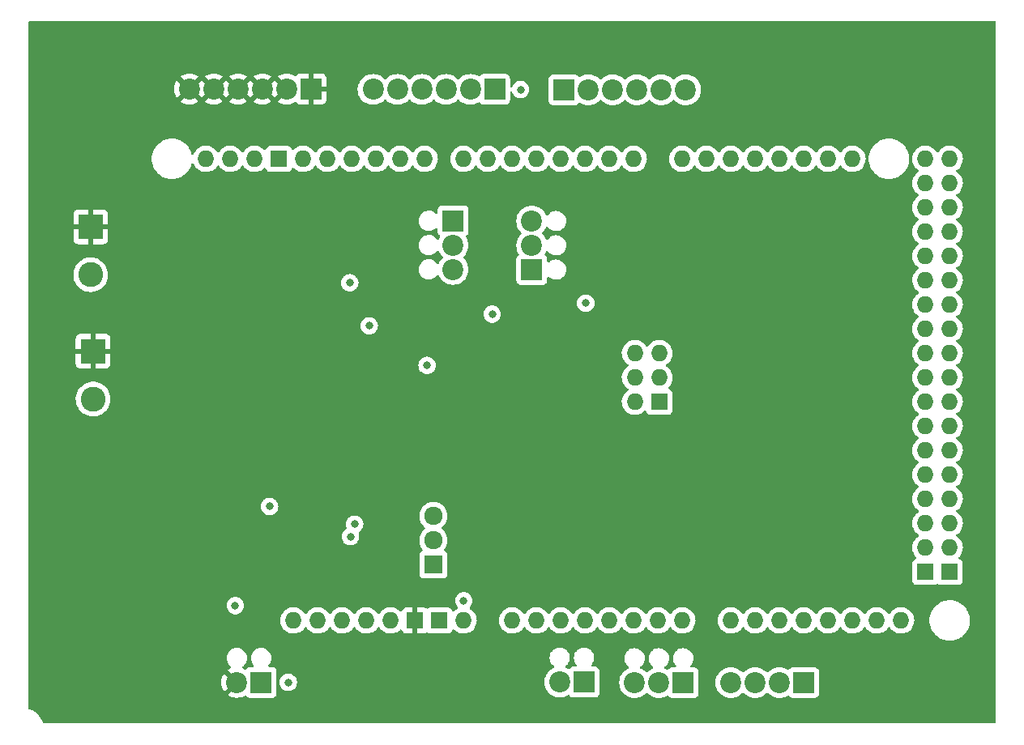
<source format=gbl>
G04 #@! TF.GenerationSoftware,KiCad,Pcbnew,6.0.2+dfsg-1*
G04 #@! TF.CreationDate,2024-03-01T17:34:31+01:00*
G04 #@! TF.ProjectId,controller_pcb,636f6e74-726f-46c6-9c65-725f7063622e,v01*
G04 #@! TF.SameCoordinates,Original*
G04 #@! TF.FileFunction,Copper,L4,Bot*
G04 #@! TF.FilePolarity,Positive*
%FSLAX46Y46*%
G04 Gerber Fmt 4.6, Leading zero omitted, Abs format (unit mm)*
G04 Created by KiCad (PCBNEW 6.0.2+dfsg-1) date 2024-03-01 17:34:31*
%MOMM*%
%LPD*%
G01*
G04 APERTURE LIST*
G04 #@! TA.AperFunction,ComponentPad*
%ADD10O,1.727200X1.727200*%
G04 #@! TD*
G04 #@! TA.AperFunction,ComponentPad*
%ADD11R,1.727200X1.727200*%
G04 #@! TD*
G04 #@! TA.AperFunction,ComponentPad*
%ADD12C,2.200000*%
G04 #@! TD*
G04 #@! TA.AperFunction,ComponentPad*
%ADD13R,2.200000X2.200000*%
G04 #@! TD*
G04 #@! TA.AperFunction,ComponentPad*
%ADD14R,2.600000X2.600000*%
G04 #@! TD*
G04 #@! TA.AperFunction,ComponentPad*
%ADD15C,2.600000*%
G04 #@! TD*
G04 #@! TA.AperFunction,ComponentPad*
%ADD16R,1.920000X1.920000*%
G04 #@! TD*
G04 #@! TA.AperFunction,ComponentPad*
%ADD17C,1.920000*%
G04 #@! TD*
G04 #@! TA.AperFunction,ViaPad*
%ADD18C,0.800000*%
G04 #@! TD*
G04 APERTURE END LIST*
D10*
X138540998Y-126746000D03*
X114156998Y-78486000D03*
X111616998Y-78486000D03*
X156447998Y-101346000D03*
X156447998Y-103886000D03*
X125840998Y-126746000D03*
X158987998Y-101346000D03*
X156447998Y-98806000D03*
X123300998Y-126746000D03*
D11*
X189340998Y-121666000D03*
X186800998Y-121666000D03*
X158987998Y-103886000D03*
X136000998Y-126746000D03*
X133460998Y-126746000D03*
X119236998Y-78486000D03*
D10*
X189340998Y-119126000D03*
X186800998Y-119126000D03*
X189340998Y-116586000D03*
X186800998Y-116586000D03*
X189340998Y-114046000D03*
X186800998Y-114046000D03*
X189340998Y-111506000D03*
X186800998Y-111506000D03*
X189340998Y-108966000D03*
X186800998Y-108966000D03*
X189340998Y-106426000D03*
X186800998Y-106426000D03*
X189340998Y-103886000D03*
X186800998Y-103886000D03*
X189340998Y-101346000D03*
X186800998Y-101346000D03*
X189340998Y-98806000D03*
X186800998Y-98806000D03*
X189340998Y-96266000D03*
X186800998Y-96266000D03*
X189340998Y-93726000D03*
X186800998Y-93726000D03*
X189340998Y-91186000D03*
X186800998Y-91186000D03*
X189340998Y-88646000D03*
X186800998Y-88646000D03*
X189340998Y-86106000D03*
X186800998Y-86106000D03*
X189340998Y-83566000D03*
X186800998Y-83566000D03*
X189340998Y-81026000D03*
X186800998Y-81026000D03*
X179180998Y-78486000D03*
X176640998Y-78486000D03*
X174100998Y-78486000D03*
X171560998Y-78486000D03*
X169020998Y-78486000D03*
X166480998Y-78486000D03*
X163940998Y-78486000D03*
X161400998Y-78486000D03*
X121776998Y-78486000D03*
X124316998Y-78486000D03*
X126856998Y-78486000D03*
X129396998Y-78486000D03*
X131936998Y-78486000D03*
X134476998Y-78486000D03*
X138540998Y-78486000D03*
X141080998Y-78486000D03*
X143620998Y-78486000D03*
X146160998Y-78486000D03*
X148700998Y-78486000D03*
X151240998Y-78486000D03*
X153780998Y-78486000D03*
X156320998Y-78486000D03*
X116696998Y-78486000D03*
X184260998Y-126746000D03*
X181720998Y-126746000D03*
X179180998Y-126746000D03*
X176640998Y-126746000D03*
X174100998Y-126746000D03*
X171560998Y-126746000D03*
X169020998Y-126746000D03*
X166480998Y-126746000D03*
X161400998Y-126746000D03*
X158860998Y-126746000D03*
X156320998Y-126746000D03*
X153780998Y-126746000D03*
X151240998Y-126746000D03*
X148700998Y-126746000D03*
X146160998Y-126746000D03*
X143620998Y-126746000D03*
X189340998Y-78486000D03*
X186800998Y-78486000D03*
X158987998Y-98806000D03*
X130920998Y-126746000D03*
X128380998Y-126746000D03*
X120760998Y-126746000D03*
D12*
X114833400Y-133223000D03*
D13*
X117373400Y-133223000D03*
X151130000Y-133197600D03*
D12*
X148590000Y-133197600D03*
D13*
X141782800Y-71221600D03*
D12*
X139242800Y-71221600D03*
X136702800Y-71221600D03*
X134162800Y-71221600D03*
X131622800Y-71221600D03*
X129082800Y-71221600D03*
D14*
X99568000Y-85598000D03*
D15*
X99568000Y-90598000D03*
D12*
X161747200Y-71266689D03*
X159207200Y-71266689D03*
X156667200Y-71266689D03*
X154127200Y-71266689D03*
X151587200Y-71266689D03*
D13*
X149047200Y-71266689D03*
X161493200Y-133248400D03*
D12*
X158953200Y-133248400D03*
X156413200Y-133248400D03*
D14*
X99814000Y-98592000D03*
D15*
X99814000Y-103592000D03*
D13*
X137439400Y-84963000D03*
D12*
X137439400Y-87503000D03*
X137439400Y-90043000D03*
D13*
X174096600Y-133248400D03*
D12*
X171556600Y-133248400D03*
X169016600Y-133248400D03*
X166476600Y-133248400D03*
D13*
X145669000Y-90068400D03*
D12*
X145669000Y-87528400D03*
X145669000Y-84988400D03*
D13*
X122580400Y-71170800D03*
D12*
X120040400Y-71170800D03*
X117500400Y-71170800D03*
X114960400Y-71170800D03*
X112420400Y-71170800D03*
X109880400Y-71170800D03*
D16*
X135382000Y-120904000D03*
D17*
X135382000Y-118364000D03*
X135382000Y-115824000D03*
D18*
X104876600Y-120065800D03*
X122961400Y-107569000D03*
X120218200Y-133223000D03*
X111633000Y-133223000D03*
X107162600Y-71145400D03*
X144500600Y-71247000D03*
X114681000Y-125196600D03*
X138557000Y-124688600D03*
X128676400Y-95935800D03*
X126644400Y-91440000D03*
X126720600Y-117983000D03*
X118262400Y-114833400D03*
X127152400Y-116687600D03*
X117906800Y-103987600D03*
X97637600Y-117119400D03*
X135051800Y-101574600D03*
X115493800Y-110464600D03*
X127889000Y-113207800D03*
X118668800Y-95605600D03*
X111912400Y-119634000D03*
X120573800Y-118592600D03*
X115951000Y-108077000D03*
X110515400Y-115925600D03*
X117906800Y-102971600D03*
X130327400Y-114300000D03*
X118668800Y-93700600D03*
X149148800Y-102336600D03*
X100177600Y-113055400D03*
X127177800Y-111734600D03*
X99872800Y-117449600D03*
X118770400Y-112522000D03*
X99872800Y-95097600D03*
X134035800Y-124688600D03*
X115519200Y-109372400D03*
X99618800Y-81762600D03*
X111633000Y-116967000D03*
X127177800Y-110667800D03*
X135940800Y-102463600D03*
X129997200Y-108889800D03*
X141528800Y-94716600D03*
X151307800Y-93573600D03*
X134721600Y-100076000D03*
G04 #@! TA.AperFunction,Conductor*
G36*
X194125121Y-64104202D02*
G01*
X194171614Y-64157858D01*
X194183000Y-64210200D01*
X194183000Y-137389600D01*
X194162998Y-137457721D01*
X194109342Y-137504214D01*
X194057000Y-137515600D01*
X94670599Y-137515600D01*
X94602478Y-137495598D01*
X94555985Y-137441942D01*
X94551826Y-137431660D01*
X94483304Y-137238159D01*
X94481873Y-137234118D01*
X94345878Y-136970632D01*
X94175382Y-136728041D01*
X93973540Y-136510833D01*
X93744086Y-136323028D01*
X93491268Y-136168100D01*
X93219763Y-136048918D01*
X93215635Y-136047742D01*
X93215632Y-136047741D01*
X93131681Y-136023827D01*
X93071646Y-135985928D01*
X93041632Y-135921588D01*
X93040200Y-135902648D01*
X93040200Y-133227930D01*
X113220816Y-133227930D01*
X113239898Y-133470390D01*
X113241441Y-133480137D01*
X113298217Y-133716624D01*
X113301266Y-133726009D01*
X113394336Y-133950700D01*
X113398817Y-133959494D01*
X113518113Y-134154167D01*
X113528570Y-134163627D01*
X113537346Y-134159844D01*
X114461378Y-133235812D01*
X114468992Y-133221868D01*
X114468861Y-133220035D01*
X114464610Y-133213420D01*
X113540390Y-132289200D01*
X113528010Y-132282440D01*
X113520360Y-132288167D01*
X113398817Y-132486506D01*
X113394336Y-132495300D01*
X113301266Y-132719991D01*
X113298217Y-132729376D01*
X113241441Y-132965863D01*
X113239898Y-132975610D01*
X113220816Y-133218070D01*
X113220816Y-133227930D01*
X93040200Y-133227930D01*
X93040200Y-130675575D01*
X113769804Y-130675575D01*
X113772908Y-130709685D01*
X113787075Y-130865345D01*
X113788618Y-130882303D01*
X113790356Y-130888209D01*
X113790357Y-130888213D01*
X113797833Y-130913613D01*
X113847227Y-131081440D01*
X113943399Y-131265400D01*
X114073471Y-131427177D01*
X114078188Y-131431135D01*
X114078190Y-131431137D01*
X114209712Y-131541497D01*
X114249039Y-131600607D01*
X114250165Y-131671595D01*
X114212734Y-131731922D01*
X114176939Y-131754428D01*
X114105700Y-131783936D01*
X114096906Y-131788417D01*
X113902233Y-131907713D01*
X113892773Y-131918170D01*
X113896556Y-131926946D01*
X115103515Y-133133905D01*
X115137541Y-133196217D01*
X115132476Y-133267032D01*
X115103515Y-133312095D01*
X113899600Y-134516010D01*
X113892840Y-134528390D01*
X113898567Y-134536040D01*
X114096906Y-134657583D01*
X114105700Y-134662064D01*
X114330391Y-134755134D01*
X114339776Y-134758183D01*
X114576263Y-134814959D01*
X114586010Y-134816502D01*
X114828470Y-134835584D01*
X114838330Y-134835584D01*
X115080790Y-134816502D01*
X115090537Y-134814959D01*
X115327024Y-134758183D01*
X115336409Y-134755134D01*
X115561100Y-134662064D01*
X115569894Y-134657583D01*
X115690485Y-134583685D01*
X115759019Y-134565147D01*
X115826696Y-134586604D01*
X115857146Y-134615553D01*
X115904757Y-134679080D01*
X115910139Y-134686261D01*
X116026695Y-134773615D01*
X116163084Y-134824745D01*
X116225266Y-134831500D01*
X118521534Y-134831500D01*
X118583716Y-134824745D01*
X118720105Y-134773615D01*
X118836661Y-134686261D01*
X118924015Y-134569705D01*
X118975145Y-134433316D01*
X118981900Y-134371134D01*
X118981900Y-133223000D01*
X119304696Y-133223000D01*
X119324658Y-133412928D01*
X119383673Y-133594556D01*
X119479160Y-133759944D01*
X119606947Y-133901866D01*
X119761448Y-134014118D01*
X119767476Y-134016802D01*
X119767478Y-134016803D01*
X119929881Y-134089109D01*
X119935912Y-134091794D01*
X120029312Y-134111647D01*
X120116256Y-134130128D01*
X120116261Y-134130128D01*
X120122713Y-134131500D01*
X120313687Y-134131500D01*
X120320139Y-134130128D01*
X120320144Y-134130128D01*
X120407088Y-134111647D01*
X120500488Y-134091794D01*
X120506519Y-134089109D01*
X120668922Y-134016803D01*
X120668924Y-134016802D01*
X120674952Y-134014118D01*
X120829453Y-133901866D01*
X120957240Y-133759944D01*
X121052727Y-133594556D01*
X121111742Y-133412928D01*
X121131704Y-133223000D01*
X121129034Y-133197600D01*
X146976526Y-133197600D01*
X146996391Y-133450003D01*
X147055495Y-133696191D01*
X147057388Y-133700762D01*
X147057389Y-133700764D01*
X147142297Y-133905749D01*
X147152384Y-133930102D01*
X147284672Y-134145976D01*
X147449102Y-134338498D01*
X147641624Y-134502928D01*
X147857498Y-134635216D01*
X147862068Y-134637109D01*
X147862072Y-134637111D01*
X148086836Y-134730211D01*
X148091409Y-134732105D01*
X148158513Y-134748215D01*
X148332784Y-134790054D01*
X148332790Y-134790055D01*
X148337597Y-134791209D01*
X148590000Y-134811074D01*
X148842403Y-134791209D01*
X148847210Y-134790055D01*
X148847216Y-134790054D01*
X149021487Y-134748215D01*
X149088591Y-134732105D01*
X149093164Y-134730211D01*
X149317928Y-134637111D01*
X149317932Y-134637109D01*
X149322502Y-134635216D01*
X149401678Y-134586697D01*
X149447386Y-134558687D01*
X149515920Y-134540149D01*
X149583596Y-134561605D01*
X149614046Y-134590553D01*
X149666739Y-134660861D01*
X149783295Y-134748215D01*
X149919684Y-134799345D01*
X149981866Y-134806100D01*
X152278134Y-134806100D01*
X152340316Y-134799345D01*
X152476705Y-134748215D01*
X152593261Y-134660861D01*
X152680615Y-134544305D01*
X152731745Y-134407916D01*
X152738500Y-134345734D01*
X152738500Y-133248400D01*
X154799726Y-133248400D01*
X154819591Y-133500803D01*
X154878695Y-133746991D01*
X154880588Y-133751562D01*
X154880589Y-133751564D01*
X154966717Y-133959494D01*
X154975584Y-133980902D01*
X155107872Y-134196776D01*
X155272302Y-134389298D01*
X155464824Y-134553728D01*
X155680698Y-134686016D01*
X155685268Y-134687909D01*
X155685272Y-134687911D01*
X155910036Y-134781011D01*
X155914609Y-134782905D01*
X155981713Y-134799015D01*
X156155984Y-134840854D01*
X156155990Y-134840855D01*
X156160797Y-134842009D01*
X156413200Y-134861874D01*
X156665603Y-134842009D01*
X156670410Y-134840855D01*
X156670416Y-134840854D01*
X156844687Y-134799015D01*
X156911791Y-134782905D01*
X156916364Y-134781011D01*
X157141128Y-134687911D01*
X157141132Y-134687909D01*
X157145702Y-134686016D01*
X157361576Y-134553728D01*
X157554098Y-134389298D01*
X157557306Y-134385542D01*
X157557313Y-134385535D01*
X157587390Y-134350320D01*
X157646841Y-134311511D01*
X157717835Y-134311005D01*
X157779010Y-134350320D01*
X157809087Y-134385535D01*
X157809094Y-134385542D01*
X157812302Y-134389298D01*
X158004824Y-134553728D01*
X158220698Y-134686016D01*
X158225268Y-134687909D01*
X158225272Y-134687911D01*
X158450036Y-134781011D01*
X158454609Y-134782905D01*
X158521713Y-134799015D01*
X158695984Y-134840854D01*
X158695990Y-134840855D01*
X158700797Y-134842009D01*
X158953200Y-134861874D01*
X159205603Y-134842009D01*
X159210410Y-134840855D01*
X159210416Y-134840854D01*
X159384687Y-134799015D01*
X159451791Y-134782905D01*
X159456364Y-134781011D01*
X159681128Y-134687911D01*
X159681132Y-134687909D01*
X159685702Y-134686016D01*
X159810586Y-134609487D01*
X159879120Y-134590949D01*
X159946796Y-134612405D01*
X159977246Y-134641353D01*
X160029939Y-134711661D01*
X160146495Y-134799015D01*
X160282884Y-134850145D01*
X160345066Y-134856900D01*
X162641334Y-134856900D01*
X162703516Y-134850145D01*
X162839905Y-134799015D01*
X162956461Y-134711661D01*
X163043815Y-134595105D01*
X163094945Y-134458716D01*
X163101700Y-134396534D01*
X163101700Y-133248400D01*
X164863126Y-133248400D01*
X164882991Y-133500803D01*
X164942095Y-133746991D01*
X164943988Y-133751562D01*
X164943989Y-133751564D01*
X165030117Y-133959494D01*
X165038984Y-133980902D01*
X165171272Y-134196776D01*
X165335702Y-134389298D01*
X165528224Y-134553728D01*
X165744098Y-134686016D01*
X165748668Y-134687909D01*
X165748672Y-134687911D01*
X165973436Y-134781011D01*
X165978009Y-134782905D01*
X166045113Y-134799015D01*
X166219384Y-134840854D01*
X166219390Y-134840855D01*
X166224197Y-134842009D01*
X166476600Y-134861874D01*
X166729003Y-134842009D01*
X166733810Y-134840855D01*
X166733816Y-134840854D01*
X166908087Y-134799015D01*
X166975191Y-134782905D01*
X166979764Y-134781011D01*
X167204528Y-134687911D01*
X167204532Y-134687909D01*
X167209102Y-134686016D01*
X167424976Y-134553728D01*
X167617498Y-134389298D01*
X167620706Y-134385542D01*
X167620713Y-134385535D01*
X167650790Y-134350320D01*
X167710241Y-134311511D01*
X167781235Y-134311005D01*
X167842410Y-134350320D01*
X167872487Y-134385535D01*
X167872494Y-134385542D01*
X167875702Y-134389298D01*
X168068224Y-134553728D01*
X168284098Y-134686016D01*
X168288668Y-134687909D01*
X168288672Y-134687911D01*
X168513436Y-134781011D01*
X168518009Y-134782905D01*
X168585113Y-134799015D01*
X168759384Y-134840854D01*
X168759390Y-134840855D01*
X168764197Y-134842009D01*
X169016600Y-134861874D01*
X169269003Y-134842009D01*
X169273810Y-134840855D01*
X169273816Y-134840854D01*
X169448087Y-134799015D01*
X169515191Y-134782905D01*
X169519764Y-134781011D01*
X169744528Y-134687911D01*
X169744532Y-134687909D01*
X169749102Y-134686016D01*
X169964976Y-134553728D01*
X170157498Y-134389298D01*
X170160706Y-134385542D01*
X170160713Y-134385535D01*
X170190790Y-134350320D01*
X170250241Y-134311511D01*
X170321235Y-134311005D01*
X170382410Y-134350320D01*
X170412487Y-134385535D01*
X170412494Y-134385542D01*
X170415702Y-134389298D01*
X170608224Y-134553728D01*
X170824098Y-134686016D01*
X170828668Y-134687909D01*
X170828672Y-134687911D01*
X171053436Y-134781011D01*
X171058009Y-134782905D01*
X171125113Y-134799015D01*
X171299384Y-134840854D01*
X171299390Y-134840855D01*
X171304197Y-134842009D01*
X171556600Y-134861874D01*
X171809003Y-134842009D01*
X171813810Y-134840855D01*
X171813816Y-134840854D01*
X171988087Y-134799015D01*
X172055191Y-134782905D01*
X172059764Y-134781011D01*
X172284528Y-134687911D01*
X172284532Y-134687909D01*
X172289102Y-134686016D01*
X172413986Y-134609487D01*
X172482520Y-134590949D01*
X172550196Y-134612405D01*
X172580646Y-134641353D01*
X172633339Y-134711661D01*
X172749895Y-134799015D01*
X172886284Y-134850145D01*
X172948466Y-134856900D01*
X175244734Y-134856900D01*
X175306916Y-134850145D01*
X175443305Y-134799015D01*
X175559861Y-134711661D01*
X175647215Y-134595105D01*
X175698345Y-134458716D01*
X175705100Y-134396534D01*
X175705100Y-132100266D01*
X175698345Y-132038084D01*
X175647215Y-131901695D01*
X175559861Y-131785139D01*
X175443305Y-131697785D01*
X175306916Y-131646655D01*
X175244734Y-131639900D01*
X172948466Y-131639900D01*
X172886284Y-131646655D01*
X172749895Y-131697785D01*
X172633339Y-131785139D01*
X172589443Y-131843709D01*
X172580647Y-131855446D01*
X172523787Y-131897960D01*
X172452969Y-131902985D01*
X172413986Y-131887313D01*
X172293322Y-131813370D01*
X172289102Y-131810784D01*
X172284532Y-131808891D01*
X172284528Y-131808889D01*
X172059764Y-131715789D01*
X172059762Y-131715788D01*
X172055191Y-131713895D01*
X171959859Y-131691008D01*
X171813816Y-131655946D01*
X171813810Y-131655945D01*
X171809003Y-131654791D01*
X171556600Y-131634926D01*
X171304197Y-131654791D01*
X171299390Y-131655945D01*
X171299384Y-131655946D01*
X171153341Y-131691008D01*
X171058009Y-131713895D01*
X171053438Y-131715788D01*
X171053436Y-131715789D01*
X170828672Y-131808889D01*
X170828668Y-131808891D01*
X170824098Y-131810784D01*
X170608224Y-131943072D01*
X170415702Y-132107502D01*
X170412494Y-132111258D01*
X170412487Y-132111265D01*
X170382410Y-132146480D01*
X170322959Y-132185289D01*
X170251965Y-132185795D01*
X170190790Y-132146480D01*
X170160713Y-132111265D01*
X170160706Y-132111258D01*
X170157498Y-132107502D01*
X169964976Y-131943072D01*
X169749102Y-131810784D01*
X169744532Y-131808891D01*
X169744528Y-131808889D01*
X169519764Y-131715789D01*
X169519762Y-131715788D01*
X169515191Y-131713895D01*
X169419859Y-131691008D01*
X169273816Y-131655946D01*
X169273810Y-131655945D01*
X169269003Y-131654791D01*
X169016600Y-131634926D01*
X168764197Y-131654791D01*
X168759390Y-131655945D01*
X168759384Y-131655946D01*
X168613341Y-131691008D01*
X168518009Y-131713895D01*
X168513438Y-131715788D01*
X168513436Y-131715789D01*
X168288672Y-131808889D01*
X168288668Y-131808891D01*
X168284098Y-131810784D01*
X168068224Y-131943072D01*
X167875702Y-132107502D01*
X167872494Y-132111258D01*
X167872487Y-132111265D01*
X167842410Y-132146480D01*
X167782959Y-132185289D01*
X167711965Y-132185795D01*
X167650790Y-132146480D01*
X167620713Y-132111265D01*
X167620706Y-132111258D01*
X167617498Y-132107502D01*
X167424976Y-131943072D01*
X167209102Y-131810784D01*
X167204532Y-131808891D01*
X167204528Y-131808889D01*
X166979764Y-131715789D01*
X166979762Y-131715788D01*
X166975191Y-131713895D01*
X166879859Y-131691008D01*
X166733816Y-131655946D01*
X166733810Y-131655945D01*
X166729003Y-131654791D01*
X166476600Y-131634926D01*
X166224197Y-131654791D01*
X166219390Y-131655945D01*
X166219384Y-131655946D01*
X166073341Y-131691008D01*
X165978009Y-131713895D01*
X165973438Y-131715788D01*
X165973436Y-131715789D01*
X165748672Y-131808889D01*
X165748668Y-131808891D01*
X165744098Y-131810784D01*
X165528224Y-131943072D01*
X165335702Y-132107502D01*
X165171272Y-132300024D01*
X165038984Y-132515898D01*
X165037091Y-132520468D01*
X165037089Y-132520472D01*
X164943989Y-132745236D01*
X164942095Y-132749809D01*
X164882991Y-132995997D01*
X164863126Y-133248400D01*
X163101700Y-133248400D01*
X163101700Y-132100266D01*
X163094945Y-132038084D01*
X163043815Y-131901695D01*
X162956461Y-131785139D01*
X162839905Y-131697785D01*
X162703516Y-131646655D01*
X162641334Y-131639900D01*
X162364178Y-131639900D01*
X162296057Y-131619898D01*
X162249564Y-131566242D01*
X162239460Y-131495968D01*
X162267094Y-131433584D01*
X162267606Y-131432966D01*
X162374983Y-131303170D01*
X162379076Y-131295601D01*
X162470784Y-131125990D01*
X162470786Y-131125985D01*
X162473714Y-131120570D01*
X162535098Y-130922271D01*
X162537149Y-130902756D01*
X162556152Y-130721954D01*
X162556152Y-130721952D01*
X162556796Y-130715825D01*
X162537982Y-130509097D01*
X162535498Y-130500655D01*
X162481112Y-130315869D01*
X162479373Y-130309960D01*
X162383201Y-130126000D01*
X162253129Y-129964223D01*
X162240571Y-129953685D01*
X162098829Y-129834750D01*
X162094111Y-129830791D01*
X162088719Y-129827827D01*
X162088715Y-129827824D01*
X161917602Y-129733754D01*
X161912205Y-129730787D01*
X161714339Y-129668021D01*
X161708222Y-129667335D01*
X161708218Y-129667334D01*
X161631602Y-129658741D01*
X161552787Y-129649900D01*
X161440963Y-129649900D01*
X161437907Y-129650200D01*
X161437900Y-129650200D01*
X161292734Y-129664434D01*
X161292731Y-129664435D01*
X161286608Y-129665035D01*
X161162423Y-129702528D01*
X161093793Y-129723248D01*
X161093790Y-129723249D01*
X161087885Y-129725032D01*
X161082440Y-129727927D01*
X161082438Y-129727928D01*
X160910047Y-129819591D01*
X160910045Y-129819592D01*
X160904601Y-129822487D01*
X160889565Y-129834750D01*
X160748511Y-129949790D01*
X160748508Y-129949793D01*
X160743736Y-129953685D01*
X160611417Y-130113630D01*
X160608488Y-130119047D01*
X160608486Y-130119050D01*
X160515616Y-130290810D01*
X160515614Y-130290815D01*
X160512686Y-130296230D01*
X160451302Y-130494529D01*
X160450658Y-130500654D01*
X160450658Y-130500655D01*
X160432274Y-130675575D01*
X160429604Y-130700975D01*
X160431513Y-130721954D01*
X160446875Y-130890745D01*
X160448418Y-130907703D01*
X160450156Y-130913609D01*
X160450157Y-130913613D01*
X160490337Y-131050131D01*
X160507027Y-131106840D01*
X160603199Y-131290800D01*
X160695612Y-131405738D01*
X160719097Y-131434948D01*
X160746193Y-131500570D01*
X160733510Y-131570425D01*
X160685074Y-131622333D01*
X160620900Y-131639900D01*
X160345066Y-131639900D01*
X160282884Y-131646655D01*
X160146495Y-131697785D01*
X160029939Y-131785139D01*
X159986043Y-131843709D01*
X159977247Y-131855446D01*
X159920387Y-131897960D01*
X159849569Y-131902985D01*
X159810586Y-131887313D01*
X159689922Y-131813370D01*
X159685702Y-131810784D01*
X159681132Y-131808891D01*
X159681128Y-131808889D01*
X159620885Y-131783936D01*
X159609136Y-131779070D01*
X159553856Y-131734522D01*
X159531435Y-131667159D01*
X159548993Y-131598367D01*
X159577719Y-131565018D01*
X159697889Y-131467010D01*
X159697892Y-131467007D01*
X159702664Y-131463115D01*
X159727095Y-131433584D01*
X159831055Y-131307918D01*
X159834983Y-131303170D01*
X159839076Y-131295601D01*
X159930784Y-131125990D01*
X159930786Y-131125985D01*
X159933714Y-131120570D01*
X159995098Y-130922271D01*
X159997149Y-130902756D01*
X160016152Y-130721954D01*
X160016152Y-130721952D01*
X160016796Y-130715825D01*
X159997982Y-130509097D01*
X159995498Y-130500655D01*
X159941112Y-130315869D01*
X159939373Y-130309960D01*
X159843201Y-130126000D01*
X159713129Y-129964223D01*
X159700571Y-129953685D01*
X159558829Y-129834750D01*
X159554111Y-129830791D01*
X159548719Y-129827827D01*
X159548715Y-129827824D01*
X159377602Y-129733754D01*
X159372205Y-129730787D01*
X159174339Y-129668021D01*
X159168222Y-129667335D01*
X159168218Y-129667334D01*
X159091602Y-129658741D01*
X159012787Y-129649900D01*
X158900963Y-129649900D01*
X158897907Y-129650200D01*
X158897900Y-129650200D01*
X158752734Y-129664434D01*
X158752731Y-129664435D01*
X158746608Y-129665035D01*
X158622423Y-129702528D01*
X158553793Y-129723248D01*
X158553790Y-129723249D01*
X158547885Y-129725032D01*
X158542440Y-129727927D01*
X158542438Y-129727928D01*
X158370047Y-129819591D01*
X158370045Y-129819592D01*
X158364601Y-129822487D01*
X158349565Y-129834750D01*
X158208511Y-129949790D01*
X158208508Y-129949793D01*
X158203736Y-129953685D01*
X158071417Y-130113630D01*
X158068488Y-130119047D01*
X158068486Y-130119050D01*
X157975616Y-130290810D01*
X157975614Y-130290815D01*
X157972686Y-130296230D01*
X157911302Y-130494529D01*
X157910658Y-130500654D01*
X157910658Y-130500655D01*
X157892274Y-130675575D01*
X157889604Y-130700975D01*
X157891513Y-130721954D01*
X157906875Y-130890745D01*
X157908418Y-130907703D01*
X157910156Y-130913609D01*
X157910157Y-130913613D01*
X157950337Y-131050131D01*
X157967027Y-131106840D01*
X158063199Y-131290800D01*
X158193271Y-131452577D01*
X158197989Y-131456535D01*
X158197991Y-131456538D01*
X158329081Y-131566536D01*
X158368407Y-131625645D01*
X158369533Y-131696633D01*
X158332102Y-131756961D01*
X158296308Y-131779465D01*
X158285515Y-131783936D01*
X158225272Y-131808889D01*
X158225268Y-131808891D01*
X158220698Y-131810784D01*
X158004824Y-131943072D01*
X157812302Y-132107502D01*
X157809094Y-132111258D01*
X157809087Y-132111265D01*
X157779010Y-132146480D01*
X157719559Y-132185289D01*
X157648565Y-132185795D01*
X157587390Y-132146480D01*
X157557313Y-132111265D01*
X157557306Y-132111258D01*
X157554098Y-132107502D01*
X157361576Y-131943072D01*
X157145702Y-131810784D01*
X157141132Y-131808891D01*
X157141128Y-131808889D01*
X157080885Y-131783936D01*
X157069136Y-131779070D01*
X157013856Y-131734522D01*
X156991435Y-131667159D01*
X157008993Y-131598367D01*
X157037719Y-131565018D01*
X157157889Y-131467010D01*
X157157892Y-131467007D01*
X157162664Y-131463115D01*
X157187095Y-131433584D01*
X157291055Y-131307918D01*
X157294983Y-131303170D01*
X157299076Y-131295601D01*
X157390784Y-131125990D01*
X157390786Y-131125985D01*
X157393714Y-131120570D01*
X157455098Y-130922271D01*
X157457149Y-130902756D01*
X157476152Y-130721954D01*
X157476152Y-130721952D01*
X157476796Y-130715825D01*
X157457982Y-130509097D01*
X157455498Y-130500655D01*
X157401112Y-130315869D01*
X157399373Y-130309960D01*
X157303201Y-130126000D01*
X157173129Y-129964223D01*
X157160571Y-129953685D01*
X157018829Y-129834750D01*
X157014111Y-129830791D01*
X157008719Y-129827827D01*
X157008715Y-129827824D01*
X156837602Y-129733754D01*
X156832205Y-129730787D01*
X156634339Y-129668021D01*
X156628222Y-129667335D01*
X156628218Y-129667334D01*
X156551602Y-129658741D01*
X156472787Y-129649900D01*
X156360963Y-129649900D01*
X156357907Y-129650200D01*
X156357900Y-129650200D01*
X156212734Y-129664434D01*
X156212731Y-129664435D01*
X156206608Y-129665035D01*
X156082423Y-129702528D01*
X156013793Y-129723248D01*
X156013790Y-129723249D01*
X156007885Y-129725032D01*
X156002440Y-129727927D01*
X156002438Y-129727928D01*
X155830047Y-129819591D01*
X155830045Y-129819592D01*
X155824601Y-129822487D01*
X155809565Y-129834750D01*
X155668511Y-129949790D01*
X155668508Y-129949793D01*
X155663736Y-129953685D01*
X155531417Y-130113630D01*
X155528488Y-130119047D01*
X155528486Y-130119050D01*
X155435616Y-130290810D01*
X155435614Y-130290815D01*
X155432686Y-130296230D01*
X155371302Y-130494529D01*
X155370658Y-130500654D01*
X155370658Y-130500655D01*
X155352274Y-130675575D01*
X155349604Y-130700975D01*
X155351513Y-130721954D01*
X155366875Y-130890745D01*
X155368418Y-130907703D01*
X155370156Y-130913609D01*
X155370157Y-130913613D01*
X155410337Y-131050131D01*
X155427027Y-131106840D01*
X155523199Y-131290800D01*
X155653271Y-131452577D01*
X155657989Y-131456535D01*
X155657991Y-131456538D01*
X155789081Y-131566536D01*
X155828407Y-131625645D01*
X155829533Y-131696633D01*
X155792102Y-131756961D01*
X155756308Y-131779465D01*
X155745515Y-131783936D01*
X155685272Y-131808889D01*
X155685268Y-131808891D01*
X155680698Y-131810784D01*
X155464824Y-131943072D01*
X155272302Y-132107502D01*
X155107872Y-132300024D01*
X154975584Y-132515898D01*
X154973691Y-132520468D01*
X154973689Y-132520472D01*
X154880589Y-132745236D01*
X154878695Y-132749809D01*
X154819591Y-132995997D01*
X154799726Y-133248400D01*
X152738500Y-133248400D01*
X152738500Y-132049466D01*
X152731745Y-131987284D01*
X152680615Y-131850895D01*
X152593261Y-131734339D01*
X152476705Y-131646985D01*
X152340316Y-131595855D01*
X152278134Y-131589100D01*
X152000978Y-131589100D01*
X151932857Y-131569098D01*
X151886364Y-131515442D01*
X151876260Y-131445168D01*
X151903894Y-131382784D01*
X151984508Y-131285340D01*
X152011783Y-131252370D01*
X152015876Y-131244801D01*
X152107584Y-131075190D01*
X152107586Y-131075185D01*
X152110514Y-131069770D01*
X152171898Y-130871471D01*
X152173429Y-130856903D01*
X152192952Y-130671154D01*
X152192952Y-130671152D01*
X152193596Y-130665025D01*
X152179405Y-130509097D01*
X152175341Y-130464436D01*
X152175340Y-130464433D01*
X152174782Y-130458297D01*
X152172298Y-130449855D01*
X152117912Y-130265069D01*
X152116173Y-130259160D01*
X152020001Y-130075200D01*
X151889929Y-129913423D01*
X151877371Y-129902885D01*
X151765900Y-129809350D01*
X151730911Y-129779991D01*
X151725519Y-129777027D01*
X151725515Y-129777024D01*
X151554402Y-129682954D01*
X151549005Y-129679987D01*
X151351139Y-129617221D01*
X151345022Y-129616535D01*
X151345018Y-129616534D01*
X151268402Y-129607941D01*
X151189587Y-129599100D01*
X151077763Y-129599100D01*
X151074707Y-129599400D01*
X151074700Y-129599400D01*
X150929534Y-129613634D01*
X150929531Y-129613635D01*
X150923408Y-129614235D01*
X150823217Y-129644484D01*
X150730593Y-129672448D01*
X150730590Y-129672449D01*
X150724685Y-129674232D01*
X150719240Y-129677127D01*
X150719238Y-129677128D01*
X150546847Y-129768791D01*
X150546845Y-129768792D01*
X150541401Y-129771687D01*
X150482665Y-129819591D01*
X150385311Y-129898990D01*
X150385308Y-129898993D01*
X150380536Y-129902885D01*
X150376608Y-129907633D01*
X150376607Y-129907634D01*
X150333068Y-129960263D01*
X150248217Y-130062830D01*
X150245288Y-130068247D01*
X150245286Y-130068250D01*
X150152416Y-130240010D01*
X150152414Y-130240015D01*
X150149486Y-130245430D01*
X150088102Y-130443729D01*
X150087458Y-130449854D01*
X150087458Y-130449855D01*
X150084789Y-130475255D01*
X150066404Y-130650175D01*
X150085218Y-130856903D01*
X150086956Y-130862809D01*
X150086957Y-130862813D01*
X150102654Y-130916145D01*
X150143827Y-131056040D01*
X150239999Y-131240000D01*
X150243859Y-131244800D01*
X150243859Y-131244801D01*
X150355897Y-131384148D01*
X150382993Y-131449770D01*
X150370310Y-131519625D01*
X150321874Y-131571533D01*
X150257700Y-131589100D01*
X149981866Y-131589100D01*
X149919684Y-131595855D01*
X149783295Y-131646985D01*
X149666739Y-131734339D01*
X149614047Y-131804646D01*
X149557187Y-131847160D01*
X149486369Y-131852185D01*
X149447386Y-131836513D01*
X149326722Y-131762570D01*
X149322502Y-131759984D01*
X149317932Y-131758091D01*
X149317928Y-131758089D01*
X149254754Y-131731922D01*
X149245936Y-131728270D01*
X149190656Y-131683722D01*
X149168235Y-131616359D01*
X149185793Y-131547567D01*
X149214519Y-131514218D01*
X149334689Y-131416210D01*
X149334692Y-131416207D01*
X149339464Y-131412315D01*
X149363895Y-131382784D01*
X149461004Y-131265400D01*
X149471783Y-131252370D01*
X149475876Y-131244801D01*
X149567584Y-131075190D01*
X149567586Y-131075185D01*
X149570514Y-131069770D01*
X149631898Y-130871471D01*
X149633429Y-130856903D01*
X149652952Y-130671154D01*
X149652952Y-130671152D01*
X149653596Y-130665025D01*
X149639405Y-130509097D01*
X149635341Y-130464436D01*
X149635340Y-130464433D01*
X149634782Y-130458297D01*
X149632298Y-130449855D01*
X149577912Y-130265069D01*
X149576173Y-130259160D01*
X149480001Y-130075200D01*
X149349929Y-129913423D01*
X149337371Y-129902885D01*
X149225900Y-129809350D01*
X149190911Y-129779991D01*
X149185519Y-129777027D01*
X149185515Y-129777024D01*
X149014402Y-129682954D01*
X149009005Y-129679987D01*
X148811139Y-129617221D01*
X148805022Y-129616535D01*
X148805018Y-129616534D01*
X148728402Y-129607941D01*
X148649587Y-129599100D01*
X148537763Y-129599100D01*
X148534707Y-129599400D01*
X148534700Y-129599400D01*
X148389534Y-129613634D01*
X148389531Y-129613635D01*
X148383408Y-129614235D01*
X148283217Y-129644484D01*
X148190593Y-129672448D01*
X148190590Y-129672449D01*
X148184685Y-129674232D01*
X148179240Y-129677127D01*
X148179238Y-129677128D01*
X148006847Y-129768791D01*
X148006845Y-129768792D01*
X148001401Y-129771687D01*
X147942665Y-129819591D01*
X147845311Y-129898990D01*
X147845308Y-129898993D01*
X147840536Y-129902885D01*
X147836608Y-129907633D01*
X147836607Y-129907634D01*
X147793068Y-129960263D01*
X147708217Y-130062830D01*
X147705288Y-130068247D01*
X147705286Y-130068250D01*
X147612416Y-130240010D01*
X147612414Y-130240015D01*
X147609486Y-130245430D01*
X147548102Y-130443729D01*
X147547458Y-130449854D01*
X147547458Y-130449855D01*
X147544789Y-130475255D01*
X147526404Y-130650175D01*
X147545218Y-130856903D01*
X147546956Y-130862809D01*
X147546957Y-130862813D01*
X147562654Y-130916145D01*
X147603827Y-131056040D01*
X147699999Y-131240000D01*
X147830071Y-131401777D01*
X147834789Y-131405735D01*
X147834791Y-131405738D01*
X147965881Y-131515736D01*
X148005207Y-131574845D01*
X148006333Y-131645833D01*
X147968902Y-131706161D01*
X147933108Y-131728665D01*
X147925246Y-131731922D01*
X147862072Y-131758089D01*
X147862068Y-131758091D01*
X147857498Y-131759984D01*
X147641624Y-131892272D01*
X147449102Y-132056702D01*
X147284672Y-132249224D01*
X147152384Y-132465098D01*
X147150491Y-132469668D01*
X147150489Y-132469672D01*
X147119646Y-132544134D01*
X147055495Y-132699009D01*
X146996391Y-132945197D01*
X146976526Y-133197600D01*
X121129034Y-133197600D01*
X121111742Y-133033072D01*
X121052727Y-132851444D01*
X120957240Y-132686056D01*
X120829453Y-132544134D01*
X120674952Y-132431882D01*
X120668924Y-132429198D01*
X120668922Y-132429197D01*
X120506519Y-132356891D01*
X120506518Y-132356891D01*
X120500488Y-132354206D01*
X120407087Y-132334353D01*
X120320144Y-132315872D01*
X120320139Y-132315872D01*
X120313687Y-132314500D01*
X120122713Y-132314500D01*
X120116261Y-132315872D01*
X120116256Y-132315872D01*
X120029313Y-132334353D01*
X119935912Y-132354206D01*
X119929882Y-132356891D01*
X119929881Y-132356891D01*
X119767478Y-132429197D01*
X119767476Y-132429198D01*
X119761448Y-132431882D01*
X119606947Y-132544134D01*
X119479160Y-132686056D01*
X119383673Y-132851444D01*
X119324658Y-133033072D01*
X119304696Y-133223000D01*
X118981900Y-133223000D01*
X118981900Y-132074866D01*
X118975145Y-132012684D01*
X118924015Y-131876295D01*
X118836661Y-131759739D01*
X118720105Y-131672385D01*
X118583716Y-131621255D01*
X118521534Y-131614500D01*
X118244378Y-131614500D01*
X118176257Y-131594498D01*
X118129764Y-131540842D01*
X118119660Y-131470568D01*
X118147294Y-131408184D01*
X118147806Y-131407566D01*
X118255183Y-131277770D01*
X118259276Y-131270201D01*
X118350984Y-131100590D01*
X118350986Y-131100585D01*
X118353914Y-131095170D01*
X118415298Y-130896871D01*
X118417349Y-130877356D01*
X118436352Y-130696554D01*
X118436352Y-130696552D01*
X118436996Y-130690425D01*
X118429177Y-130604515D01*
X118418741Y-130489836D01*
X118418740Y-130489833D01*
X118418182Y-130483697D01*
X118415698Y-130475255D01*
X118361312Y-130290469D01*
X118359573Y-130284560D01*
X118263401Y-130100600D01*
X118133329Y-129938823D01*
X118120771Y-129928285D01*
X118009300Y-129834750D01*
X117974311Y-129805391D01*
X117968919Y-129802427D01*
X117968915Y-129802424D01*
X117797802Y-129708354D01*
X117792405Y-129705387D01*
X117594539Y-129642621D01*
X117588422Y-129641935D01*
X117588418Y-129641934D01*
X117511802Y-129633341D01*
X117432987Y-129624500D01*
X117321163Y-129624500D01*
X117318107Y-129624800D01*
X117318100Y-129624800D01*
X117172934Y-129639034D01*
X117172931Y-129639035D01*
X117166808Y-129639635D01*
X117042623Y-129677128D01*
X116973993Y-129697848D01*
X116973990Y-129697849D01*
X116968085Y-129699632D01*
X116962640Y-129702527D01*
X116962638Y-129702528D01*
X116790247Y-129794191D01*
X116790245Y-129794192D01*
X116784801Y-129797087D01*
X116724929Y-129845917D01*
X116628711Y-129924390D01*
X116628708Y-129924393D01*
X116623936Y-129928285D01*
X116491617Y-130088230D01*
X116488688Y-130093647D01*
X116488686Y-130093650D01*
X116395816Y-130265410D01*
X116395814Y-130265415D01*
X116392886Y-130270830D01*
X116331502Y-130469129D01*
X116330858Y-130475254D01*
X116330858Y-130475255D01*
X116312474Y-130650175D01*
X116309804Y-130675575D01*
X116312908Y-130709685D01*
X116327075Y-130865345D01*
X116328618Y-130882303D01*
X116330356Y-130888209D01*
X116330357Y-130888213D01*
X116337833Y-130913613D01*
X116387227Y-131081440D01*
X116483399Y-131265400D01*
X116487259Y-131270200D01*
X116487259Y-131270201D01*
X116599297Y-131409548D01*
X116626393Y-131475170D01*
X116613710Y-131545025D01*
X116565274Y-131596933D01*
X116501100Y-131614500D01*
X116225266Y-131614500D01*
X116163084Y-131621255D01*
X116026695Y-131672385D01*
X115910139Y-131759739D01*
X115904758Y-131766919D01*
X115904757Y-131766920D01*
X115857146Y-131830447D01*
X115800287Y-131872962D01*
X115729468Y-131877988D01*
X115690485Y-131862315D01*
X115569894Y-131788417D01*
X115561100Y-131783936D01*
X115488897Y-131754029D01*
X115433616Y-131709481D01*
X115411195Y-131642117D01*
X115428753Y-131573326D01*
X115457479Y-131539977D01*
X115578089Y-131441610D01*
X115578092Y-131441607D01*
X115582864Y-131437715D01*
X115607295Y-131408184D01*
X115704404Y-131290800D01*
X115715183Y-131277770D01*
X115719276Y-131270201D01*
X115810984Y-131100590D01*
X115810986Y-131100585D01*
X115813914Y-131095170D01*
X115875298Y-130896871D01*
X115877349Y-130877356D01*
X115896352Y-130696554D01*
X115896352Y-130696552D01*
X115896996Y-130690425D01*
X115889177Y-130604515D01*
X115878741Y-130489836D01*
X115878740Y-130489833D01*
X115878182Y-130483697D01*
X115875698Y-130475255D01*
X115821312Y-130290469D01*
X115819573Y-130284560D01*
X115723401Y-130100600D01*
X115593329Y-129938823D01*
X115580771Y-129928285D01*
X115469300Y-129834750D01*
X115434311Y-129805391D01*
X115428919Y-129802427D01*
X115428915Y-129802424D01*
X115257802Y-129708354D01*
X115252405Y-129705387D01*
X115054539Y-129642621D01*
X115048422Y-129641935D01*
X115048418Y-129641934D01*
X114971802Y-129633341D01*
X114892987Y-129624500D01*
X114781163Y-129624500D01*
X114778107Y-129624800D01*
X114778100Y-129624800D01*
X114632934Y-129639034D01*
X114632931Y-129639035D01*
X114626808Y-129639635D01*
X114502623Y-129677128D01*
X114433993Y-129697848D01*
X114433990Y-129697849D01*
X114428085Y-129699632D01*
X114422640Y-129702527D01*
X114422638Y-129702528D01*
X114250247Y-129794191D01*
X114250245Y-129794192D01*
X114244801Y-129797087D01*
X114184929Y-129845917D01*
X114088711Y-129924390D01*
X114088708Y-129924393D01*
X114083936Y-129928285D01*
X113951617Y-130088230D01*
X113948688Y-130093647D01*
X113948686Y-130093650D01*
X113855816Y-130265410D01*
X113855814Y-130265415D01*
X113852886Y-130270830D01*
X113791502Y-130469129D01*
X113790858Y-130475254D01*
X113790858Y-130475255D01*
X113772474Y-130650175D01*
X113769804Y-130675575D01*
X93040200Y-130675575D01*
X93040200Y-126712362D01*
X119384607Y-126712362D01*
X119384904Y-126717514D01*
X119384904Y-126717518D01*
X119390616Y-126816578D01*
X119397595Y-126937614D01*
X119398732Y-126942660D01*
X119398733Y-126942666D01*
X119419982Y-127036952D01*
X119447198Y-127157720D01*
X119449140Y-127162502D01*
X119449141Y-127162506D01*
X119485820Y-127252835D01*
X119532084Y-127366769D01*
X119649973Y-127559147D01*
X119797700Y-127729687D01*
X119971297Y-127873810D01*
X119975749Y-127876412D01*
X119975754Y-127876415D01*
X120111105Y-127955508D01*
X120166101Y-127987645D01*
X120376882Y-128068134D01*
X120381950Y-128069165D01*
X120381953Y-128069166D01*
X120490402Y-128091230D01*
X120597979Y-128113117D01*
X120603154Y-128113307D01*
X120603156Y-128113307D01*
X120818290Y-128121196D01*
X120818294Y-128121196D01*
X120823454Y-128121385D01*
X120828574Y-128120729D01*
X120828576Y-128120729D01*
X120923483Y-128108571D01*
X121047251Y-128092716D01*
X121052200Y-128091231D01*
X121052206Y-128091230D01*
X121258411Y-128029365D01*
X121258410Y-128029365D01*
X121263361Y-128027880D01*
X121380962Y-127970268D01*
X121461329Y-127930897D01*
X121461334Y-127930894D01*
X121465980Y-127928618D01*
X121470190Y-127925615D01*
X121470195Y-127925612D01*
X121645453Y-127800601D01*
X121645457Y-127800597D01*
X121649665Y-127797596D01*
X121809485Y-127638333D01*
X121930368Y-127470107D01*
X121986362Y-127426459D01*
X122057066Y-127420013D01*
X122120030Y-127452816D01*
X122140123Y-127477799D01*
X122187273Y-127554743D01*
X122187277Y-127554748D01*
X122189973Y-127559147D01*
X122337700Y-127729687D01*
X122511297Y-127873810D01*
X122515749Y-127876412D01*
X122515754Y-127876415D01*
X122651105Y-127955508D01*
X122706101Y-127987645D01*
X122916882Y-128068134D01*
X122921950Y-128069165D01*
X122921953Y-128069166D01*
X123030402Y-128091230D01*
X123137979Y-128113117D01*
X123143154Y-128113307D01*
X123143156Y-128113307D01*
X123358290Y-128121196D01*
X123358294Y-128121196D01*
X123363454Y-128121385D01*
X123368574Y-128120729D01*
X123368576Y-128120729D01*
X123463483Y-128108571D01*
X123587251Y-128092716D01*
X123592200Y-128091231D01*
X123592206Y-128091230D01*
X123798411Y-128029365D01*
X123798410Y-128029365D01*
X123803361Y-128027880D01*
X123920962Y-127970268D01*
X124001329Y-127930897D01*
X124001334Y-127930894D01*
X124005980Y-127928618D01*
X124010190Y-127925615D01*
X124010195Y-127925612D01*
X124185453Y-127800601D01*
X124185457Y-127800597D01*
X124189665Y-127797596D01*
X124349485Y-127638333D01*
X124470368Y-127470107D01*
X124526362Y-127426459D01*
X124597066Y-127420013D01*
X124660030Y-127452816D01*
X124680123Y-127477799D01*
X124727273Y-127554743D01*
X124727277Y-127554748D01*
X124729973Y-127559147D01*
X124877700Y-127729687D01*
X125051297Y-127873810D01*
X125055749Y-127876412D01*
X125055754Y-127876415D01*
X125191105Y-127955508D01*
X125246101Y-127987645D01*
X125456882Y-128068134D01*
X125461950Y-128069165D01*
X125461953Y-128069166D01*
X125570402Y-128091230D01*
X125677979Y-128113117D01*
X125683154Y-128113307D01*
X125683156Y-128113307D01*
X125898290Y-128121196D01*
X125898294Y-128121196D01*
X125903454Y-128121385D01*
X125908574Y-128120729D01*
X125908576Y-128120729D01*
X126003483Y-128108571D01*
X126127251Y-128092716D01*
X126132200Y-128091231D01*
X126132206Y-128091230D01*
X126338411Y-128029365D01*
X126338410Y-128029365D01*
X126343361Y-128027880D01*
X126460962Y-127970268D01*
X126541329Y-127930897D01*
X126541334Y-127930894D01*
X126545980Y-127928618D01*
X126550190Y-127925615D01*
X126550195Y-127925612D01*
X126725453Y-127800601D01*
X126725457Y-127800597D01*
X126729665Y-127797596D01*
X126889485Y-127638333D01*
X127010368Y-127470107D01*
X127066362Y-127426459D01*
X127137066Y-127420013D01*
X127200030Y-127452816D01*
X127220123Y-127477799D01*
X127267273Y-127554743D01*
X127267277Y-127554748D01*
X127269973Y-127559147D01*
X127417700Y-127729687D01*
X127591297Y-127873810D01*
X127595749Y-127876412D01*
X127595754Y-127876415D01*
X127731105Y-127955508D01*
X127786101Y-127987645D01*
X127996882Y-128068134D01*
X128001950Y-128069165D01*
X128001953Y-128069166D01*
X128110402Y-128091230D01*
X128217979Y-128113117D01*
X128223154Y-128113307D01*
X128223156Y-128113307D01*
X128438290Y-128121196D01*
X128438294Y-128121196D01*
X128443454Y-128121385D01*
X128448574Y-128120729D01*
X128448576Y-128120729D01*
X128543483Y-128108571D01*
X128667251Y-128092716D01*
X128672200Y-128091231D01*
X128672206Y-128091230D01*
X128878411Y-128029365D01*
X128878410Y-128029365D01*
X128883361Y-128027880D01*
X129000962Y-127970268D01*
X129081329Y-127930897D01*
X129081334Y-127930894D01*
X129085980Y-127928618D01*
X129090190Y-127925615D01*
X129090195Y-127925612D01*
X129265453Y-127800601D01*
X129265457Y-127800597D01*
X129269665Y-127797596D01*
X129429485Y-127638333D01*
X129550368Y-127470107D01*
X129606362Y-127426459D01*
X129677066Y-127420013D01*
X129740030Y-127452816D01*
X129760123Y-127477799D01*
X129807273Y-127554743D01*
X129807277Y-127554748D01*
X129809973Y-127559147D01*
X129957700Y-127729687D01*
X130131297Y-127873810D01*
X130135749Y-127876412D01*
X130135754Y-127876415D01*
X130271105Y-127955508D01*
X130326101Y-127987645D01*
X130536882Y-128068134D01*
X130541950Y-128069165D01*
X130541953Y-128069166D01*
X130650402Y-128091230D01*
X130757979Y-128113117D01*
X130763154Y-128113307D01*
X130763156Y-128113307D01*
X130978290Y-128121196D01*
X130978294Y-128121196D01*
X130983454Y-128121385D01*
X130988574Y-128120729D01*
X130988576Y-128120729D01*
X131083483Y-128108571D01*
X131207251Y-128092716D01*
X131212200Y-128091231D01*
X131212206Y-128091230D01*
X131418411Y-128029365D01*
X131418410Y-128029365D01*
X131423361Y-128027880D01*
X131540962Y-127970268D01*
X131621329Y-127930897D01*
X131621334Y-127930894D01*
X131625980Y-127928618D01*
X131630190Y-127925615D01*
X131630195Y-127925612D01*
X131805453Y-127800601D01*
X131805457Y-127800597D01*
X131809665Y-127797596D01*
X131890868Y-127716676D01*
X131901104Y-127706476D01*
X131963476Y-127672560D01*
X132034283Y-127677748D01*
X132091044Y-127720394D01*
X132108026Y-127751497D01*
X132144074Y-127847654D01*
X132152612Y-127863249D01*
X132229113Y-127965324D01*
X132241674Y-127977885D01*
X132343749Y-128054386D01*
X132359344Y-128062924D01*
X132479792Y-128108078D01*
X132495047Y-128111705D01*
X132545912Y-128117231D01*
X132552726Y-128117600D01*
X133188883Y-128117600D01*
X133204122Y-128113125D01*
X133205327Y-128111735D01*
X133206998Y-128104052D01*
X133206998Y-128099484D01*
X133714998Y-128099484D01*
X133719473Y-128114723D01*
X133720863Y-128115928D01*
X133728546Y-128117599D01*
X134369267Y-128117599D01*
X134376088Y-128117229D01*
X134426950Y-128111705D01*
X134442202Y-128108079D01*
X134562652Y-128062924D01*
X134578242Y-128054389D01*
X134655016Y-127996850D01*
X134721523Y-127972003D01*
X134790905Y-127987056D01*
X134806146Y-127996851D01*
X134882915Y-128054386D01*
X134890693Y-128060215D01*
X135027082Y-128111345D01*
X135089264Y-128118100D01*
X136912732Y-128118100D01*
X136974914Y-128111345D01*
X137111303Y-128060215D01*
X137227859Y-127972861D01*
X137315213Y-127856305D01*
X137353211Y-127754946D01*
X137395852Y-127698181D01*
X137462414Y-127673481D01*
X137531763Y-127688688D01*
X137566429Y-127716676D01*
X137577700Y-127729687D01*
X137751297Y-127873810D01*
X137755749Y-127876412D01*
X137755754Y-127876415D01*
X137891105Y-127955508D01*
X137946101Y-127987645D01*
X138156882Y-128068134D01*
X138161950Y-128069165D01*
X138161953Y-128069166D01*
X138270402Y-128091230D01*
X138377979Y-128113117D01*
X138383154Y-128113307D01*
X138383156Y-128113307D01*
X138598290Y-128121196D01*
X138598294Y-128121196D01*
X138603454Y-128121385D01*
X138608574Y-128120729D01*
X138608576Y-128120729D01*
X138703483Y-128108571D01*
X138827251Y-128092716D01*
X138832200Y-128091231D01*
X138832206Y-128091230D01*
X139038411Y-128029365D01*
X139038410Y-128029365D01*
X139043361Y-128027880D01*
X139160962Y-127970268D01*
X139241329Y-127930897D01*
X139241334Y-127930894D01*
X139245980Y-127928618D01*
X139250190Y-127925615D01*
X139250195Y-127925612D01*
X139425453Y-127800601D01*
X139425457Y-127800597D01*
X139429665Y-127797596D01*
X139589485Y-127638333D01*
X139721148Y-127455105D01*
X139821116Y-127252835D01*
X139886706Y-127036952D01*
X139904633Y-126900784D01*
X139915719Y-126816578D01*
X139915720Y-126816572D01*
X139916156Y-126813256D01*
X139917800Y-126746000D01*
X139915035Y-126712362D01*
X142244607Y-126712362D01*
X142244904Y-126717514D01*
X142244904Y-126717518D01*
X142250616Y-126816578D01*
X142257595Y-126937614D01*
X142258732Y-126942660D01*
X142258733Y-126942666D01*
X142279982Y-127036952D01*
X142307198Y-127157720D01*
X142309140Y-127162502D01*
X142309141Y-127162506D01*
X142345820Y-127252835D01*
X142392084Y-127366769D01*
X142509973Y-127559147D01*
X142657700Y-127729687D01*
X142831297Y-127873810D01*
X142835749Y-127876412D01*
X142835754Y-127876415D01*
X142971105Y-127955508D01*
X143026101Y-127987645D01*
X143236882Y-128068134D01*
X143241950Y-128069165D01*
X143241953Y-128069166D01*
X143350402Y-128091230D01*
X143457979Y-128113117D01*
X143463154Y-128113307D01*
X143463156Y-128113307D01*
X143678290Y-128121196D01*
X143678294Y-128121196D01*
X143683454Y-128121385D01*
X143688574Y-128120729D01*
X143688576Y-128120729D01*
X143783483Y-128108571D01*
X143907251Y-128092716D01*
X143912200Y-128091231D01*
X143912206Y-128091230D01*
X144118411Y-128029365D01*
X144118410Y-128029365D01*
X144123361Y-128027880D01*
X144240962Y-127970268D01*
X144321329Y-127930897D01*
X144321334Y-127930894D01*
X144325980Y-127928618D01*
X144330190Y-127925615D01*
X144330195Y-127925612D01*
X144505453Y-127800601D01*
X144505457Y-127800597D01*
X144509665Y-127797596D01*
X144669485Y-127638333D01*
X144790368Y-127470107D01*
X144846362Y-127426459D01*
X144917066Y-127420013D01*
X144980030Y-127452816D01*
X145000123Y-127477799D01*
X145047273Y-127554743D01*
X145047277Y-127554748D01*
X145049973Y-127559147D01*
X145197700Y-127729687D01*
X145371297Y-127873810D01*
X145375749Y-127876412D01*
X145375754Y-127876415D01*
X145511105Y-127955508D01*
X145566101Y-127987645D01*
X145776882Y-128068134D01*
X145781950Y-128069165D01*
X145781953Y-128069166D01*
X145890402Y-128091230D01*
X145997979Y-128113117D01*
X146003154Y-128113307D01*
X146003156Y-128113307D01*
X146218290Y-128121196D01*
X146218294Y-128121196D01*
X146223454Y-128121385D01*
X146228574Y-128120729D01*
X146228576Y-128120729D01*
X146323483Y-128108571D01*
X146447251Y-128092716D01*
X146452200Y-128091231D01*
X146452206Y-128091230D01*
X146658411Y-128029365D01*
X146658410Y-128029365D01*
X146663361Y-128027880D01*
X146780962Y-127970268D01*
X146861329Y-127930897D01*
X146861334Y-127930894D01*
X146865980Y-127928618D01*
X146870190Y-127925615D01*
X146870195Y-127925612D01*
X147045453Y-127800601D01*
X147045457Y-127800597D01*
X147049665Y-127797596D01*
X147209485Y-127638333D01*
X147330368Y-127470107D01*
X147386362Y-127426459D01*
X147457066Y-127420013D01*
X147520030Y-127452816D01*
X147540123Y-127477799D01*
X147587273Y-127554743D01*
X147587277Y-127554748D01*
X147589973Y-127559147D01*
X147737700Y-127729687D01*
X147911297Y-127873810D01*
X147915749Y-127876412D01*
X147915754Y-127876415D01*
X148051105Y-127955508D01*
X148106101Y-127987645D01*
X148316882Y-128068134D01*
X148321950Y-128069165D01*
X148321953Y-128069166D01*
X148430402Y-128091230D01*
X148537979Y-128113117D01*
X148543154Y-128113307D01*
X148543156Y-128113307D01*
X148758290Y-128121196D01*
X148758294Y-128121196D01*
X148763454Y-128121385D01*
X148768574Y-128120729D01*
X148768576Y-128120729D01*
X148863483Y-128108571D01*
X148987251Y-128092716D01*
X148992200Y-128091231D01*
X148992206Y-128091230D01*
X149198411Y-128029365D01*
X149198410Y-128029365D01*
X149203361Y-128027880D01*
X149320962Y-127970268D01*
X149401329Y-127930897D01*
X149401334Y-127930894D01*
X149405980Y-127928618D01*
X149410190Y-127925615D01*
X149410195Y-127925612D01*
X149585453Y-127800601D01*
X149585457Y-127800597D01*
X149589665Y-127797596D01*
X149749485Y-127638333D01*
X149870368Y-127470107D01*
X149926362Y-127426459D01*
X149997066Y-127420013D01*
X150060030Y-127452816D01*
X150080123Y-127477799D01*
X150127273Y-127554743D01*
X150127277Y-127554748D01*
X150129973Y-127559147D01*
X150277700Y-127729687D01*
X150451297Y-127873810D01*
X150455749Y-127876412D01*
X150455754Y-127876415D01*
X150591105Y-127955508D01*
X150646101Y-127987645D01*
X150856882Y-128068134D01*
X150861950Y-128069165D01*
X150861953Y-128069166D01*
X150970402Y-128091230D01*
X151077979Y-128113117D01*
X151083154Y-128113307D01*
X151083156Y-128113307D01*
X151298290Y-128121196D01*
X151298294Y-128121196D01*
X151303454Y-128121385D01*
X151308574Y-128120729D01*
X151308576Y-128120729D01*
X151403483Y-128108571D01*
X151527251Y-128092716D01*
X151532200Y-128091231D01*
X151532206Y-128091230D01*
X151738411Y-128029365D01*
X151738410Y-128029365D01*
X151743361Y-128027880D01*
X151860962Y-127970268D01*
X151941329Y-127930897D01*
X151941334Y-127930894D01*
X151945980Y-127928618D01*
X151950190Y-127925615D01*
X151950195Y-127925612D01*
X152125453Y-127800601D01*
X152125457Y-127800597D01*
X152129665Y-127797596D01*
X152289485Y-127638333D01*
X152410368Y-127470107D01*
X152466362Y-127426459D01*
X152537066Y-127420013D01*
X152600030Y-127452816D01*
X152620123Y-127477799D01*
X152667273Y-127554743D01*
X152667277Y-127554748D01*
X152669973Y-127559147D01*
X152817700Y-127729687D01*
X152991297Y-127873810D01*
X152995749Y-127876412D01*
X152995754Y-127876415D01*
X153131105Y-127955508D01*
X153186101Y-127987645D01*
X153396882Y-128068134D01*
X153401950Y-128069165D01*
X153401953Y-128069166D01*
X153510402Y-128091230D01*
X153617979Y-128113117D01*
X153623154Y-128113307D01*
X153623156Y-128113307D01*
X153838290Y-128121196D01*
X153838294Y-128121196D01*
X153843454Y-128121385D01*
X153848574Y-128120729D01*
X153848576Y-128120729D01*
X153943483Y-128108571D01*
X154067251Y-128092716D01*
X154072200Y-128091231D01*
X154072206Y-128091230D01*
X154278411Y-128029365D01*
X154278410Y-128029365D01*
X154283361Y-128027880D01*
X154400962Y-127970268D01*
X154481329Y-127930897D01*
X154481334Y-127930894D01*
X154485980Y-127928618D01*
X154490190Y-127925615D01*
X154490195Y-127925612D01*
X154665453Y-127800601D01*
X154665457Y-127800597D01*
X154669665Y-127797596D01*
X154829485Y-127638333D01*
X154950368Y-127470107D01*
X155006362Y-127426459D01*
X155077066Y-127420013D01*
X155140030Y-127452816D01*
X155160123Y-127477799D01*
X155207273Y-127554743D01*
X155207277Y-127554748D01*
X155209973Y-127559147D01*
X155357700Y-127729687D01*
X155531297Y-127873810D01*
X155535749Y-127876412D01*
X155535754Y-127876415D01*
X155671105Y-127955508D01*
X155726101Y-127987645D01*
X155936882Y-128068134D01*
X155941950Y-128069165D01*
X155941953Y-128069166D01*
X156050402Y-128091230D01*
X156157979Y-128113117D01*
X156163154Y-128113307D01*
X156163156Y-128113307D01*
X156378290Y-128121196D01*
X156378294Y-128121196D01*
X156383454Y-128121385D01*
X156388574Y-128120729D01*
X156388576Y-128120729D01*
X156483483Y-128108571D01*
X156607251Y-128092716D01*
X156612200Y-128091231D01*
X156612206Y-128091230D01*
X156818411Y-128029365D01*
X156818410Y-128029365D01*
X156823361Y-128027880D01*
X156940962Y-127970268D01*
X157021329Y-127930897D01*
X157021334Y-127930894D01*
X157025980Y-127928618D01*
X157030190Y-127925615D01*
X157030195Y-127925612D01*
X157205453Y-127800601D01*
X157205457Y-127800597D01*
X157209665Y-127797596D01*
X157369485Y-127638333D01*
X157490368Y-127470107D01*
X157546362Y-127426459D01*
X157617066Y-127420013D01*
X157680030Y-127452816D01*
X157700123Y-127477799D01*
X157747273Y-127554743D01*
X157747277Y-127554748D01*
X157749973Y-127559147D01*
X157897700Y-127729687D01*
X158071297Y-127873810D01*
X158075749Y-127876412D01*
X158075754Y-127876415D01*
X158211105Y-127955508D01*
X158266101Y-127987645D01*
X158476882Y-128068134D01*
X158481950Y-128069165D01*
X158481953Y-128069166D01*
X158590402Y-128091230D01*
X158697979Y-128113117D01*
X158703154Y-128113307D01*
X158703156Y-128113307D01*
X158918290Y-128121196D01*
X158918294Y-128121196D01*
X158923454Y-128121385D01*
X158928574Y-128120729D01*
X158928576Y-128120729D01*
X159023483Y-128108571D01*
X159147251Y-128092716D01*
X159152200Y-128091231D01*
X159152206Y-128091230D01*
X159358411Y-128029365D01*
X159358410Y-128029365D01*
X159363361Y-128027880D01*
X159480962Y-127970268D01*
X159561329Y-127930897D01*
X159561334Y-127930894D01*
X159565980Y-127928618D01*
X159570190Y-127925615D01*
X159570195Y-127925612D01*
X159745453Y-127800601D01*
X159745457Y-127800597D01*
X159749665Y-127797596D01*
X159909485Y-127638333D01*
X160030368Y-127470107D01*
X160086362Y-127426459D01*
X160157066Y-127420013D01*
X160220030Y-127452816D01*
X160240123Y-127477799D01*
X160287273Y-127554743D01*
X160287277Y-127554748D01*
X160289973Y-127559147D01*
X160437700Y-127729687D01*
X160611297Y-127873810D01*
X160615749Y-127876412D01*
X160615754Y-127876415D01*
X160751105Y-127955508D01*
X160806101Y-127987645D01*
X161016882Y-128068134D01*
X161021950Y-128069165D01*
X161021953Y-128069166D01*
X161130402Y-128091230D01*
X161237979Y-128113117D01*
X161243154Y-128113307D01*
X161243156Y-128113307D01*
X161458290Y-128121196D01*
X161458294Y-128121196D01*
X161463454Y-128121385D01*
X161468574Y-128120729D01*
X161468576Y-128120729D01*
X161563483Y-128108571D01*
X161687251Y-128092716D01*
X161692200Y-128091231D01*
X161692206Y-128091230D01*
X161898411Y-128029365D01*
X161898410Y-128029365D01*
X161903361Y-128027880D01*
X162020962Y-127970268D01*
X162101329Y-127930897D01*
X162101334Y-127930894D01*
X162105980Y-127928618D01*
X162110190Y-127925615D01*
X162110195Y-127925612D01*
X162285453Y-127800601D01*
X162285457Y-127800597D01*
X162289665Y-127797596D01*
X162449485Y-127638333D01*
X162581148Y-127455105D01*
X162681116Y-127252835D01*
X162746706Y-127036952D01*
X162764633Y-126900784D01*
X162775719Y-126816578D01*
X162775720Y-126816572D01*
X162776156Y-126813256D01*
X162777800Y-126746000D01*
X162775035Y-126712362D01*
X165104607Y-126712362D01*
X165104904Y-126717514D01*
X165104904Y-126717518D01*
X165110616Y-126816578D01*
X165117595Y-126937614D01*
X165118732Y-126942660D01*
X165118733Y-126942666D01*
X165139982Y-127036952D01*
X165167198Y-127157720D01*
X165169140Y-127162502D01*
X165169141Y-127162506D01*
X165205820Y-127252835D01*
X165252084Y-127366769D01*
X165369973Y-127559147D01*
X165517700Y-127729687D01*
X165691297Y-127873810D01*
X165695749Y-127876412D01*
X165695754Y-127876415D01*
X165831105Y-127955508D01*
X165886101Y-127987645D01*
X166096882Y-128068134D01*
X166101950Y-128069165D01*
X166101953Y-128069166D01*
X166210402Y-128091230D01*
X166317979Y-128113117D01*
X166323154Y-128113307D01*
X166323156Y-128113307D01*
X166538290Y-128121196D01*
X166538294Y-128121196D01*
X166543454Y-128121385D01*
X166548574Y-128120729D01*
X166548576Y-128120729D01*
X166643483Y-128108571D01*
X166767251Y-128092716D01*
X166772200Y-128091231D01*
X166772206Y-128091230D01*
X166978411Y-128029365D01*
X166978410Y-128029365D01*
X166983361Y-128027880D01*
X167100962Y-127970268D01*
X167181329Y-127930897D01*
X167181334Y-127930894D01*
X167185980Y-127928618D01*
X167190190Y-127925615D01*
X167190195Y-127925612D01*
X167365453Y-127800601D01*
X167365457Y-127800597D01*
X167369665Y-127797596D01*
X167529485Y-127638333D01*
X167650368Y-127470107D01*
X167706362Y-127426459D01*
X167777066Y-127420013D01*
X167840030Y-127452816D01*
X167860123Y-127477799D01*
X167907273Y-127554743D01*
X167907277Y-127554748D01*
X167909973Y-127559147D01*
X168057700Y-127729687D01*
X168231297Y-127873810D01*
X168235749Y-127876412D01*
X168235754Y-127876415D01*
X168371105Y-127955508D01*
X168426101Y-127987645D01*
X168636882Y-128068134D01*
X168641950Y-128069165D01*
X168641953Y-128069166D01*
X168750402Y-128091230D01*
X168857979Y-128113117D01*
X168863154Y-128113307D01*
X168863156Y-128113307D01*
X169078290Y-128121196D01*
X169078294Y-128121196D01*
X169083454Y-128121385D01*
X169088574Y-128120729D01*
X169088576Y-128120729D01*
X169183483Y-128108571D01*
X169307251Y-128092716D01*
X169312200Y-128091231D01*
X169312206Y-128091230D01*
X169518411Y-128029365D01*
X169518410Y-128029365D01*
X169523361Y-128027880D01*
X169640962Y-127970268D01*
X169721329Y-127930897D01*
X169721334Y-127930894D01*
X169725980Y-127928618D01*
X169730190Y-127925615D01*
X169730195Y-127925612D01*
X169905453Y-127800601D01*
X169905457Y-127800597D01*
X169909665Y-127797596D01*
X170069485Y-127638333D01*
X170190368Y-127470107D01*
X170246362Y-127426459D01*
X170317066Y-127420013D01*
X170380030Y-127452816D01*
X170400123Y-127477799D01*
X170447273Y-127554743D01*
X170447277Y-127554748D01*
X170449973Y-127559147D01*
X170597700Y-127729687D01*
X170771297Y-127873810D01*
X170775749Y-127876412D01*
X170775754Y-127876415D01*
X170911105Y-127955508D01*
X170966101Y-127987645D01*
X171176882Y-128068134D01*
X171181950Y-128069165D01*
X171181953Y-128069166D01*
X171290402Y-128091230D01*
X171397979Y-128113117D01*
X171403154Y-128113307D01*
X171403156Y-128113307D01*
X171618290Y-128121196D01*
X171618294Y-128121196D01*
X171623454Y-128121385D01*
X171628574Y-128120729D01*
X171628576Y-128120729D01*
X171723483Y-128108571D01*
X171847251Y-128092716D01*
X171852200Y-128091231D01*
X171852206Y-128091230D01*
X172058411Y-128029365D01*
X172058410Y-128029365D01*
X172063361Y-128027880D01*
X172180962Y-127970268D01*
X172261329Y-127930897D01*
X172261334Y-127930894D01*
X172265980Y-127928618D01*
X172270190Y-127925615D01*
X172270195Y-127925612D01*
X172445453Y-127800601D01*
X172445457Y-127800597D01*
X172449665Y-127797596D01*
X172609485Y-127638333D01*
X172730368Y-127470107D01*
X172786362Y-127426459D01*
X172857066Y-127420013D01*
X172920030Y-127452816D01*
X172940123Y-127477799D01*
X172987273Y-127554743D01*
X172987277Y-127554748D01*
X172989973Y-127559147D01*
X173137700Y-127729687D01*
X173311297Y-127873810D01*
X173315749Y-127876412D01*
X173315754Y-127876415D01*
X173451105Y-127955508D01*
X173506101Y-127987645D01*
X173716882Y-128068134D01*
X173721950Y-128069165D01*
X173721953Y-128069166D01*
X173830402Y-128091230D01*
X173937979Y-128113117D01*
X173943154Y-128113307D01*
X173943156Y-128113307D01*
X174158290Y-128121196D01*
X174158294Y-128121196D01*
X174163454Y-128121385D01*
X174168574Y-128120729D01*
X174168576Y-128120729D01*
X174263483Y-128108571D01*
X174387251Y-128092716D01*
X174392200Y-128091231D01*
X174392206Y-128091230D01*
X174598411Y-128029365D01*
X174598410Y-128029365D01*
X174603361Y-128027880D01*
X174720962Y-127970268D01*
X174801329Y-127930897D01*
X174801334Y-127930894D01*
X174805980Y-127928618D01*
X174810190Y-127925615D01*
X174810195Y-127925612D01*
X174985453Y-127800601D01*
X174985457Y-127800597D01*
X174989665Y-127797596D01*
X175149485Y-127638333D01*
X175270368Y-127470107D01*
X175326362Y-127426459D01*
X175397066Y-127420013D01*
X175460030Y-127452816D01*
X175480123Y-127477799D01*
X175527273Y-127554743D01*
X175527277Y-127554748D01*
X175529973Y-127559147D01*
X175677700Y-127729687D01*
X175851297Y-127873810D01*
X175855749Y-127876412D01*
X175855754Y-127876415D01*
X175991105Y-127955508D01*
X176046101Y-127987645D01*
X176256882Y-128068134D01*
X176261950Y-128069165D01*
X176261953Y-128069166D01*
X176370402Y-128091230D01*
X176477979Y-128113117D01*
X176483154Y-128113307D01*
X176483156Y-128113307D01*
X176698290Y-128121196D01*
X176698294Y-128121196D01*
X176703454Y-128121385D01*
X176708574Y-128120729D01*
X176708576Y-128120729D01*
X176803483Y-128108571D01*
X176927251Y-128092716D01*
X176932200Y-128091231D01*
X176932206Y-128091230D01*
X177138411Y-128029365D01*
X177138410Y-128029365D01*
X177143361Y-128027880D01*
X177260962Y-127970268D01*
X177341329Y-127930897D01*
X177341334Y-127930894D01*
X177345980Y-127928618D01*
X177350190Y-127925615D01*
X177350195Y-127925612D01*
X177525453Y-127800601D01*
X177525457Y-127800597D01*
X177529665Y-127797596D01*
X177689485Y-127638333D01*
X177810368Y-127470107D01*
X177866362Y-127426459D01*
X177937066Y-127420013D01*
X178000030Y-127452816D01*
X178020123Y-127477799D01*
X178067273Y-127554743D01*
X178067277Y-127554748D01*
X178069973Y-127559147D01*
X178217700Y-127729687D01*
X178391297Y-127873810D01*
X178395749Y-127876412D01*
X178395754Y-127876415D01*
X178531105Y-127955508D01*
X178586101Y-127987645D01*
X178796882Y-128068134D01*
X178801950Y-128069165D01*
X178801953Y-128069166D01*
X178910402Y-128091230D01*
X179017979Y-128113117D01*
X179023154Y-128113307D01*
X179023156Y-128113307D01*
X179238290Y-128121196D01*
X179238294Y-128121196D01*
X179243454Y-128121385D01*
X179248574Y-128120729D01*
X179248576Y-128120729D01*
X179343483Y-128108571D01*
X179467251Y-128092716D01*
X179472200Y-128091231D01*
X179472206Y-128091230D01*
X179678411Y-128029365D01*
X179678410Y-128029365D01*
X179683361Y-128027880D01*
X179800962Y-127970268D01*
X179881329Y-127930897D01*
X179881334Y-127930894D01*
X179885980Y-127928618D01*
X179890190Y-127925615D01*
X179890195Y-127925612D01*
X180065453Y-127800601D01*
X180065457Y-127800597D01*
X180069665Y-127797596D01*
X180229485Y-127638333D01*
X180350368Y-127470107D01*
X180406362Y-127426459D01*
X180477066Y-127420013D01*
X180540030Y-127452816D01*
X180560123Y-127477799D01*
X180607273Y-127554743D01*
X180607277Y-127554748D01*
X180609973Y-127559147D01*
X180757700Y-127729687D01*
X180931297Y-127873810D01*
X180935749Y-127876412D01*
X180935754Y-127876415D01*
X181071105Y-127955508D01*
X181126101Y-127987645D01*
X181336882Y-128068134D01*
X181341950Y-128069165D01*
X181341953Y-128069166D01*
X181450402Y-128091230D01*
X181557979Y-128113117D01*
X181563154Y-128113307D01*
X181563156Y-128113307D01*
X181778290Y-128121196D01*
X181778294Y-128121196D01*
X181783454Y-128121385D01*
X181788574Y-128120729D01*
X181788576Y-128120729D01*
X181883483Y-128108571D01*
X182007251Y-128092716D01*
X182012200Y-128091231D01*
X182012206Y-128091230D01*
X182218411Y-128029365D01*
X182218410Y-128029365D01*
X182223361Y-128027880D01*
X182340962Y-127970268D01*
X182421329Y-127930897D01*
X182421334Y-127930894D01*
X182425980Y-127928618D01*
X182430190Y-127925615D01*
X182430195Y-127925612D01*
X182605453Y-127800601D01*
X182605457Y-127800597D01*
X182609665Y-127797596D01*
X182769485Y-127638333D01*
X182890368Y-127470107D01*
X182946362Y-127426459D01*
X183017066Y-127420013D01*
X183080030Y-127452816D01*
X183100123Y-127477799D01*
X183147273Y-127554743D01*
X183147277Y-127554748D01*
X183149973Y-127559147D01*
X183297700Y-127729687D01*
X183471297Y-127873810D01*
X183475749Y-127876412D01*
X183475754Y-127876415D01*
X183611105Y-127955508D01*
X183666101Y-127987645D01*
X183876882Y-128068134D01*
X183881950Y-128069165D01*
X183881953Y-128069166D01*
X183990402Y-128091230D01*
X184097979Y-128113117D01*
X184103154Y-128113307D01*
X184103156Y-128113307D01*
X184318290Y-128121196D01*
X184318294Y-128121196D01*
X184323454Y-128121385D01*
X184328574Y-128120729D01*
X184328576Y-128120729D01*
X184423483Y-128108571D01*
X184547251Y-128092716D01*
X184552200Y-128091231D01*
X184552206Y-128091230D01*
X184758411Y-128029365D01*
X184758410Y-128029365D01*
X184763361Y-128027880D01*
X184880962Y-127970268D01*
X184961329Y-127930897D01*
X184961334Y-127930894D01*
X184965980Y-127928618D01*
X184970190Y-127925615D01*
X184970195Y-127925612D01*
X185145453Y-127800601D01*
X185145457Y-127800597D01*
X185149665Y-127797596D01*
X185309485Y-127638333D01*
X185441148Y-127455105D01*
X185541116Y-127252835D01*
X185606706Y-127036952D01*
X185624633Y-126900784D01*
X185627540Y-126878703D01*
X187231741Y-126878703D01*
X187269266Y-127163734D01*
X187345127Y-127441036D01*
X187346811Y-127444984D01*
X187393630Y-127554748D01*
X187457921Y-127705476D01*
X187469691Y-127725142D01*
X187592833Y-127930897D01*
X187605559Y-127952161D01*
X187785311Y-128176528D01*
X187993849Y-128374423D01*
X188227315Y-128542186D01*
X188231110Y-128544195D01*
X188231111Y-128544196D01*
X188252867Y-128555715D01*
X188481390Y-128676712D01*
X188751371Y-128775511D01*
X189032262Y-128836755D01*
X189060839Y-128839004D01*
X189255280Y-128854307D01*
X189255289Y-128854307D01*
X189257737Y-128854500D01*
X189413269Y-128854500D01*
X189415405Y-128854354D01*
X189415416Y-128854354D01*
X189623546Y-128840165D01*
X189623552Y-128840164D01*
X189627823Y-128839873D01*
X189632018Y-128839004D01*
X189632020Y-128839004D01*
X189768582Y-128810723D01*
X189909340Y-128781574D01*
X190180341Y-128685607D01*
X190435810Y-128553750D01*
X190439311Y-128551289D01*
X190439315Y-128551287D01*
X190553416Y-128471095D01*
X190671021Y-128388441D01*
X190881620Y-128192740D01*
X191063711Y-127970268D01*
X191213925Y-127725142D01*
X191252032Y-127638333D01*
X191327755Y-127465830D01*
X191329481Y-127461898D01*
X191408242Y-127185406D01*
X191448749Y-126900784D01*
X191448843Y-126882951D01*
X191450233Y-126617583D01*
X191450233Y-126617576D01*
X191450255Y-126613297D01*
X191437461Y-126516113D01*
X191413290Y-126332522D01*
X191412730Y-126328266D01*
X191336869Y-126050964D01*
X191308237Y-125983837D01*
X191225761Y-125790476D01*
X191225759Y-125790472D01*
X191224075Y-125786524D01*
X191129505Y-125628509D01*
X191078641Y-125543521D01*
X191078638Y-125543517D01*
X191076437Y-125539839D01*
X190896685Y-125315472D01*
X190688147Y-125117577D01*
X190454681Y-124949814D01*
X190432841Y-124938250D01*
X190307650Y-124871965D01*
X190200606Y-124815288D01*
X189930625Y-124716489D01*
X189649734Y-124655245D01*
X189618683Y-124652801D01*
X189426716Y-124637693D01*
X189426707Y-124637693D01*
X189424259Y-124637500D01*
X189268727Y-124637500D01*
X189266591Y-124637646D01*
X189266580Y-124637646D01*
X189058450Y-124651835D01*
X189058444Y-124651836D01*
X189054173Y-124652127D01*
X189049978Y-124652996D01*
X189049976Y-124652996D01*
X188990205Y-124665374D01*
X188772656Y-124710426D01*
X188501655Y-124806393D01*
X188246186Y-124938250D01*
X188242685Y-124940711D01*
X188242681Y-124940713D01*
X188232592Y-124947804D01*
X188010975Y-125103559D01*
X187800376Y-125299260D01*
X187618285Y-125521732D01*
X187468071Y-125766858D01*
X187466345Y-125770791D01*
X187466344Y-125770792D01*
X187451015Y-125805713D01*
X187352515Y-126030102D01*
X187273754Y-126306594D01*
X187233247Y-126591216D01*
X187233225Y-126595505D01*
X187233224Y-126595512D01*
X187232066Y-126816578D01*
X187231741Y-126878703D01*
X185627540Y-126878703D01*
X185635719Y-126816578D01*
X185635720Y-126816572D01*
X185636156Y-126813256D01*
X185637800Y-126746000D01*
X185619313Y-126521132D01*
X185564347Y-126302304D01*
X185474378Y-126095391D01*
X185426280Y-126021043D01*
X185354632Y-125910291D01*
X185354630Y-125910288D01*
X185351824Y-125905951D01*
X185199975Y-125739071D01*
X185195924Y-125735872D01*
X185195920Y-125735868D01*
X185026964Y-125602434D01*
X185026960Y-125602432D01*
X185022909Y-125599232D01*
X184825381Y-125490191D01*
X184612696Y-125414876D01*
X184562295Y-125405898D01*
X184395655Y-125376214D01*
X184395651Y-125376214D01*
X184390567Y-125375308D01*
X184316237Y-125374400D01*
X184170127Y-125372615D01*
X184170125Y-125372615D01*
X184164957Y-125372552D01*
X183941927Y-125406680D01*
X183727466Y-125476777D01*
X183722874Y-125479167D01*
X183722875Y-125479167D01*
X183564003Y-125561871D01*
X183527333Y-125580960D01*
X183523200Y-125584063D01*
X183523197Y-125584065D01*
X183442910Y-125644346D01*
X183346903Y-125716430D01*
X183191022Y-125879550D01*
X183188110Y-125883819D01*
X183188104Y-125883827D01*
X183094501Y-126021043D01*
X183039590Y-126066046D01*
X182969065Y-126074217D01*
X182905318Y-126042963D01*
X182884621Y-126018479D01*
X182862211Y-125983837D01*
X182811824Y-125905951D01*
X182659975Y-125739071D01*
X182655924Y-125735872D01*
X182655920Y-125735868D01*
X182486964Y-125602434D01*
X182486960Y-125602432D01*
X182482909Y-125599232D01*
X182285381Y-125490191D01*
X182072696Y-125414876D01*
X182022295Y-125405898D01*
X181855655Y-125376214D01*
X181855651Y-125376214D01*
X181850567Y-125375308D01*
X181776237Y-125374400D01*
X181630127Y-125372615D01*
X181630125Y-125372615D01*
X181624957Y-125372552D01*
X181401927Y-125406680D01*
X181187466Y-125476777D01*
X181182874Y-125479167D01*
X181182875Y-125479167D01*
X181024003Y-125561871D01*
X180987333Y-125580960D01*
X180983200Y-125584063D01*
X180983197Y-125584065D01*
X180902910Y-125644346D01*
X180806903Y-125716430D01*
X180651022Y-125879550D01*
X180648110Y-125883819D01*
X180648104Y-125883827D01*
X180554501Y-126021043D01*
X180499590Y-126066046D01*
X180429065Y-126074217D01*
X180365318Y-126042963D01*
X180344621Y-126018479D01*
X180322211Y-125983837D01*
X180271824Y-125905951D01*
X180119975Y-125739071D01*
X180115924Y-125735872D01*
X180115920Y-125735868D01*
X179946964Y-125602434D01*
X179946960Y-125602432D01*
X179942909Y-125599232D01*
X179745381Y-125490191D01*
X179532696Y-125414876D01*
X179482295Y-125405898D01*
X179315655Y-125376214D01*
X179315651Y-125376214D01*
X179310567Y-125375308D01*
X179236237Y-125374400D01*
X179090127Y-125372615D01*
X179090125Y-125372615D01*
X179084957Y-125372552D01*
X178861927Y-125406680D01*
X178647466Y-125476777D01*
X178642874Y-125479167D01*
X178642875Y-125479167D01*
X178484003Y-125561871D01*
X178447333Y-125580960D01*
X178443200Y-125584063D01*
X178443197Y-125584065D01*
X178362910Y-125644346D01*
X178266903Y-125716430D01*
X178111022Y-125879550D01*
X178108110Y-125883819D01*
X178108104Y-125883827D01*
X178014501Y-126021043D01*
X177959590Y-126066046D01*
X177889065Y-126074217D01*
X177825318Y-126042963D01*
X177804621Y-126018479D01*
X177782211Y-125983837D01*
X177731824Y-125905951D01*
X177579975Y-125739071D01*
X177575924Y-125735872D01*
X177575920Y-125735868D01*
X177406964Y-125602434D01*
X177406960Y-125602432D01*
X177402909Y-125599232D01*
X177205381Y-125490191D01*
X176992696Y-125414876D01*
X176942295Y-125405898D01*
X176775655Y-125376214D01*
X176775651Y-125376214D01*
X176770567Y-125375308D01*
X176696237Y-125374400D01*
X176550127Y-125372615D01*
X176550125Y-125372615D01*
X176544957Y-125372552D01*
X176321927Y-125406680D01*
X176107466Y-125476777D01*
X176102874Y-125479167D01*
X176102875Y-125479167D01*
X175944003Y-125561871D01*
X175907333Y-125580960D01*
X175903200Y-125584063D01*
X175903197Y-125584065D01*
X175822910Y-125644346D01*
X175726903Y-125716430D01*
X175571022Y-125879550D01*
X175568110Y-125883819D01*
X175568104Y-125883827D01*
X175474501Y-126021043D01*
X175419590Y-126066046D01*
X175349065Y-126074217D01*
X175285318Y-126042963D01*
X175264621Y-126018479D01*
X175242211Y-125983837D01*
X175191824Y-125905951D01*
X175039975Y-125739071D01*
X175035924Y-125735872D01*
X175035920Y-125735868D01*
X174866964Y-125602434D01*
X174866960Y-125602432D01*
X174862909Y-125599232D01*
X174665381Y-125490191D01*
X174452696Y-125414876D01*
X174402295Y-125405898D01*
X174235655Y-125376214D01*
X174235651Y-125376214D01*
X174230567Y-125375308D01*
X174156237Y-125374400D01*
X174010127Y-125372615D01*
X174010125Y-125372615D01*
X174004957Y-125372552D01*
X173781927Y-125406680D01*
X173567466Y-125476777D01*
X173562874Y-125479167D01*
X173562875Y-125479167D01*
X173404003Y-125561871D01*
X173367333Y-125580960D01*
X173363200Y-125584063D01*
X173363197Y-125584065D01*
X173282910Y-125644346D01*
X173186903Y-125716430D01*
X173031022Y-125879550D01*
X173028110Y-125883819D01*
X173028104Y-125883827D01*
X172934501Y-126021043D01*
X172879590Y-126066046D01*
X172809065Y-126074217D01*
X172745318Y-126042963D01*
X172724621Y-126018479D01*
X172702211Y-125983837D01*
X172651824Y-125905951D01*
X172499975Y-125739071D01*
X172495924Y-125735872D01*
X172495920Y-125735868D01*
X172326964Y-125602434D01*
X172326960Y-125602432D01*
X172322909Y-125599232D01*
X172125381Y-125490191D01*
X171912696Y-125414876D01*
X171862295Y-125405898D01*
X171695655Y-125376214D01*
X171695651Y-125376214D01*
X171690567Y-125375308D01*
X171616237Y-125374400D01*
X171470127Y-125372615D01*
X171470125Y-125372615D01*
X171464957Y-125372552D01*
X171241927Y-125406680D01*
X171027466Y-125476777D01*
X171022874Y-125479167D01*
X171022875Y-125479167D01*
X170864003Y-125561871D01*
X170827333Y-125580960D01*
X170823200Y-125584063D01*
X170823197Y-125584065D01*
X170742910Y-125644346D01*
X170646903Y-125716430D01*
X170491022Y-125879550D01*
X170488110Y-125883819D01*
X170488104Y-125883827D01*
X170394501Y-126021043D01*
X170339590Y-126066046D01*
X170269065Y-126074217D01*
X170205318Y-126042963D01*
X170184621Y-126018479D01*
X170162211Y-125983837D01*
X170111824Y-125905951D01*
X169959975Y-125739071D01*
X169955924Y-125735872D01*
X169955920Y-125735868D01*
X169786964Y-125602434D01*
X169786960Y-125602432D01*
X169782909Y-125599232D01*
X169585381Y-125490191D01*
X169372696Y-125414876D01*
X169322295Y-125405898D01*
X169155655Y-125376214D01*
X169155651Y-125376214D01*
X169150567Y-125375308D01*
X169076237Y-125374400D01*
X168930127Y-125372615D01*
X168930125Y-125372615D01*
X168924957Y-125372552D01*
X168701927Y-125406680D01*
X168487466Y-125476777D01*
X168482874Y-125479167D01*
X168482875Y-125479167D01*
X168324003Y-125561871D01*
X168287333Y-125580960D01*
X168283200Y-125584063D01*
X168283197Y-125584065D01*
X168202910Y-125644346D01*
X168106903Y-125716430D01*
X167951022Y-125879550D01*
X167948110Y-125883819D01*
X167948104Y-125883827D01*
X167854501Y-126021043D01*
X167799590Y-126066046D01*
X167729065Y-126074217D01*
X167665318Y-126042963D01*
X167644621Y-126018479D01*
X167622211Y-125983837D01*
X167571824Y-125905951D01*
X167419975Y-125739071D01*
X167415924Y-125735872D01*
X167415920Y-125735868D01*
X167246964Y-125602434D01*
X167246960Y-125602432D01*
X167242909Y-125599232D01*
X167045381Y-125490191D01*
X166832696Y-125414876D01*
X166782295Y-125405898D01*
X166615655Y-125376214D01*
X166615651Y-125376214D01*
X166610567Y-125375308D01*
X166536237Y-125374400D01*
X166390127Y-125372615D01*
X166390125Y-125372615D01*
X166384957Y-125372552D01*
X166161927Y-125406680D01*
X165947466Y-125476777D01*
X165942874Y-125479167D01*
X165942875Y-125479167D01*
X165784003Y-125561871D01*
X165747333Y-125580960D01*
X165743200Y-125584063D01*
X165743197Y-125584065D01*
X165662910Y-125644346D01*
X165566903Y-125716430D01*
X165411022Y-125879550D01*
X165283876Y-126065940D01*
X165281702Y-126070624D01*
X165281700Y-126070627D01*
X165210400Y-126224231D01*
X165188879Y-126270593D01*
X165128583Y-126488013D01*
X165104607Y-126712362D01*
X162775035Y-126712362D01*
X162759313Y-126521132D01*
X162704347Y-126302304D01*
X162614378Y-126095391D01*
X162566280Y-126021043D01*
X162494632Y-125910291D01*
X162494630Y-125910288D01*
X162491824Y-125905951D01*
X162339975Y-125739071D01*
X162335924Y-125735872D01*
X162335920Y-125735868D01*
X162166964Y-125602434D01*
X162166960Y-125602432D01*
X162162909Y-125599232D01*
X161965381Y-125490191D01*
X161752696Y-125414876D01*
X161702295Y-125405898D01*
X161535655Y-125376214D01*
X161535651Y-125376214D01*
X161530567Y-125375308D01*
X161456237Y-125374400D01*
X161310127Y-125372615D01*
X161310125Y-125372615D01*
X161304957Y-125372552D01*
X161081927Y-125406680D01*
X160867466Y-125476777D01*
X160862874Y-125479167D01*
X160862875Y-125479167D01*
X160704003Y-125561871D01*
X160667333Y-125580960D01*
X160663200Y-125584063D01*
X160663197Y-125584065D01*
X160582910Y-125644346D01*
X160486903Y-125716430D01*
X160331022Y-125879550D01*
X160328110Y-125883819D01*
X160328104Y-125883827D01*
X160234501Y-126021043D01*
X160179590Y-126066046D01*
X160109065Y-126074217D01*
X160045318Y-126042963D01*
X160024621Y-126018479D01*
X160002211Y-125983837D01*
X159951824Y-125905951D01*
X159799975Y-125739071D01*
X159795924Y-125735872D01*
X159795920Y-125735868D01*
X159626964Y-125602434D01*
X159626960Y-125602432D01*
X159622909Y-125599232D01*
X159425381Y-125490191D01*
X159212696Y-125414876D01*
X159162295Y-125405898D01*
X158995655Y-125376214D01*
X158995651Y-125376214D01*
X158990567Y-125375308D01*
X158916237Y-125374400D01*
X158770127Y-125372615D01*
X158770125Y-125372615D01*
X158764957Y-125372552D01*
X158541927Y-125406680D01*
X158327466Y-125476777D01*
X158322874Y-125479167D01*
X158322875Y-125479167D01*
X158164003Y-125561871D01*
X158127333Y-125580960D01*
X158123200Y-125584063D01*
X158123197Y-125584065D01*
X158042910Y-125644346D01*
X157946903Y-125716430D01*
X157791022Y-125879550D01*
X157788110Y-125883819D01*
X157788104Y-125883827D01*
X157694501Y-126021043D01*
X157639590Y-126066046D01*
X157569065Y-126074217D01*
X157505318Y-126042963D01*
X157484621Y-126018479D01*
X157462211Y-125983837D01*
X157411824Y-125905951D01*
X157259975Y-125739071D01*
X157255924Y-125735872D01*
X157255920Y-125735868D01*
X157086964Y-125602434D01*
X157086960Y-125602432D01*
X157082909Y-125599232D01*
X156885381Y-125490191D01*
X156672696Y-125414876D01*
X156622295Y-125405898D01*
X156455655Y-125376214D01*
X156455651Y-125376214D01*
X156450567Y-125375308D01*
X156376237Y-125374400D01*
X156230127Y-125372615D01*
X156230125Y-125372615D01*
X156224957Y-125372552D01*
X156001927Y-125406680D01*
X155787466Y-125476777D01*
X155782874Y-125479167D01*
X155782875Y-125479167D01*
X155624003Y-125561871D01*
X155587333Y-125580960D01*
X155583200Y-125584063D01*
X155583197Y-125584065D01*
X155502910Y-125644346D01*
X155406903Y-125716430D01*
X155251022Y-125879550D01*
X155248110Y-125883819D01*
X155248104Y-125883827D01*
X155154501Y-126021043D01*
X155099590Y-126066046D01*
X155029065Y-126074217D01*
X154965318Y-126042963D01*
X154944621Y-126018479D01*
X154922211Y-125983837D01*
X154871824Y-125905951D01*
X154719975Y-125739071D01*
X154715924Y-125735872D01*
X154715920Y-125735868D01*
X154546964Y-125602434D01*
X154546960Y-125602432D01*
X154542909Y-125599232D01*
X154345381Y-125490191D01*
X154132696Y-125414876D01*
X154082295Y-125405898D01*
X153915655Y-125376214D01*
X153915651Y-125376214D01*
X153910567Y-125375308D01*
X153836237Y-125374400D01*
X153690127Y-125372615D01*
X153690125Y-125372615D01*
X153684957Y-125372552D01*
X153461927Y-125406680D01*
X153247466Y-125476777D01*
X153242874Y-125479167D01*
X153242875Y-125479167D01*
X153084003Y-125561871D01*
X153047333Y-125580960D01*
X153043200Y-125584063D01*
X153043197Y-125584065D01*
X152962910Y-125644346D01*
X152866903Y-125716430D01*
X152711022Y-125879550D01*
X152708110Y-125883819D01*
X152708104Y-125883827D01*
X152614501Y-126021043D01*
X152559590Y-126066046D01*
X152489065Y-126074217D01*
X152425318Y-126042963D01*
X152404621Y-126018479D01*
X152382211Y-125983837D01*
X152331824Y-125905951D01*
X152179975Y-125739071D01*
X152175924Y-125735872D01*
X152175920Y-125735868D01*
X152006964Y-125602434D01*
X152006960Y-125602432D01*
X152002909Y-125599232D01*
X151805381Y-125490191D01*
X151592696Y-125414876D01*
X151542295Y-125405898D01*
X151375655Y-125376214D01*
X151375651Y-125376214D01*
X151370567Y-125375308D01*
X151296237Y-125374400D01*
X151150127Y-125372615D01*
X151150125Y-125372615D01*
X151144957Y-125372552D01*
X150921927Y-125406680D01*
X150707466Y-125476777D01*
X150702874Y-125479167D01*
X150702875Y-125479167D01*
X150544003Y-125561871D01*
X150507333Y-125580960D01*
X150503200Y-125584063D01*
X150503197Y-125584065D01*
X150422910Y-125644346D01*
X150326903Y-125716430D01*
X150171022Y-125879550D01*
X150168110Y-125883819D01*
X150168104Y-125883827D01*
X150074501Y-126021043D01*
X150019590Y-126066046D01*
X149949065Y-126074217D01*
X149885318Y-126042963D01*
X149864621Y-126018479D01*
X149842211Y-125983837D01*
X149791824Y-125905951D01*
X149639975Y-125739071D01*
X149635924Y-125735872D01*
X149635920Y-125735868D01*
X149466964Y-125602434D01*
X149466960Y-125602432D01*
X149462909Y-125599232D01*
X149265381Y-125490191D01*
X149052696Y-125414876D01*
X149002295Y-125405898D01*
X148835655Y-125376214D01*
X148835651Y-125376214D01*
X148830567Y-125375308D01*
X148756237Y-125374400D01*
X148610127Y-125372615D01*
X148610125Y-125372615D01*
X148604957Y-125372552D01*
X148381927Y-125406680D01*
X148167466Y-125476777D01*
X148162874Y-125479167D01*
X148162875Y-125479167D01*
X148004003Y-125561871D01*
X147967333Y-125580960D01*
X147963200Y-125584063D01*
X147963197Y-125584065D01*
X147882910Y-125644346D01*
X147786903Y-125716430D01*
X147631022Y-125879550D01*
X147628110Y-125883819D01*
X147628104Y-125883827D01*
X147534501Y-126021043D01*
X147479590Y-126066046D01*
X147409065Y-126074217D01*
X147345318Y-126042963D01*
X147324621Y-126018479D01*
X147302211Y-125983837D01*
X147251824Y-125905951D01*
X147099975Y-125739071D01*
X147095924Y-125735872D01*
X147095920Y-125735868D01*
X146926964Y-125602434D01*
X146926960Y-125602432D01*
X146922909Y-125599232D01*
X146725381Y-125490191D01*
X146512696Y-125414876D01*
X146462295Y-125405898D01*
X146295655Y-125376214D01*
X146295651Y-125376214D01*
X146290567Y-125375308D01*
X146216237Y-125374400D01*
X146070127Y-125372615D01*
X146070125Y-125372615D01*
X146064957Y-125372552D01*
X145841927Y-125406680D01*
X145627466Y-125476777D01*
X145622874Y-125479167D01*
X145622875Y-125479167D01*
X145464003Y-125561871D01*
X145427333Y-125580960D01*
X145423200Y-125584063D01*
X145423197Y-125584065D01*
X145342910Y-125644346D01*
X145246903Y-125716430D01*
X145091022Y-125879550D01*
X145088110Y-125883819D01*
X145088104Y-125883827D01*
X144994501Y-126021043D01*
X144939590Y-126066046D01*
X144869065Y-126074217D01*
X144805318Y-126042963D01*
X144784621Y-126018479D01*
X144762211Y-125983837D01*
X144711824Y-125905951D01*
X144559975Y-125739071D01*
X144555924Y-125735872D01*
X144555920Y-125735868D01*
X144386964Y-125602434D01*
X144386960Y-125602432D01*
X144382909Y-125599232D01*
X144185381Y-125490191D01*
X143972696Y-125414876D01*
X143922295Y-125405898D01*
X143755655Y-125376214D01*
X143755651Y-125376214D01*
X143750567Y-125375308D01*
X143676237Y-125374400D01*
X143530127Y-125372615D01*
X143530125Y-125372615D01*
X143524957Y-125372552D01*
X143301927Y-125406680D01*
X143087466Y-125476777D01*
X143082874Y-125479167D01*
X143082875Y-125479167D01*
X142924003Y-125561871D01*
X142887333Y-125580960D01*
X142883200Y-125584063D01*
X142883197Y-125584065D01*
X142802910Y-125644346D01*
X142706903Y-125716430D01*
X142551022Y-125879550D01*
X142423876Y-126065940D01*
X142421702Y-126070624D01*
X142421700Y-126070627D01*
X142350400Y-126224231D01*
X142328879Y-126270593D01*
X142268583Y-126488013D01*
X142244607Y-126712362D01*
X139915035Y-126712362D01*
X139899313Y-126521132D01*
X139844347Y-126302304D01*
X139754378Y-126095391D01*
X139706280Y-126021043D01*
X139634632Y-125910291D01*
X139634630Y-125910288D01*
X139631824Y-125905951D01*
X139479975Y-125739071D01*
X139475924Y-125735872D01*
X139475920Y-125735868D01*
X139306964Y-125602434D01*
X139306960Y-125602432D01*
X139302909Y-125599232D01*
X139212490Y-125549318D01*
X139162520Y-125498886D01*
X139147748Y-125429444D01*
X139172864Y-125363038D01*
X139179748Y-125354700D01*
X139291621Y-125230452D01*
X139291622Y-125230451D01*
X139296040Y-125225544D01*
X139391527Y-125060156D01*
X139450542Y-124878528D01*
X139470504Y-124688600D01*
X139453062Y-124522645D01*
X139451232Y-124505235D01*
X139451232Y-124505233D01*
X139450542Y-124498672D01*
X139391527Y-124317044D01*
X139296040Y-124151656D01*
X139168253Y-124009734D01*
X139013752Y-123897482D01*
X139007724Y-123894798D01*
X139007722Y-123894797D01*
X138845319Y-123822491D01*
X138845318Y-123822491D01*
X138839288Y-123819806D01*
X138745888Y-123799953D01*
X138658944Y-123781472D01*
X138658939Y-123781472D01*
X138652487Y-123780100D01*
X138461513Y-123780100D01*
X138455061Y-123781472D01*
X138455056Y-123781472D01*
X138368112Y-123799953D01*
X138274712Y-123819806D01*
X138268682Y-123822491D01*
X138268681Y-123822491D01*
X138106278Y-123894797D01*
X138106276Y-123894798D01*
X138100248Y-123897482D01*
X137945747Y-124009734D01*
X137817960Y-124151656D01*
X137722473Y-124317044D01*
X137663458Y-124498672D01*
X137662768Y-124505233D01*
X137662768Y-124505235D01*
X137660938Y-124522645D01*
X137643496Y-124688600D01*
X137663458Y-124878528D01*
X137722473Y-125060156D01*
X137817960Y-125225544D01*
X137822378Y-125230451D01*
X137822379Y-125230452D01*
X137923569Y-125342835D01*
X137954287Y-125406842D01*
X137945522Y-125477296D01*
X137900059Y-125531827D01*
X137888115Y-125538907D01*
X137807333Y-125580960D01*
X137803200Y-125584063D01*
X137803197Y-125584065D01*
X137722910Y-125644346D01*
X137626903Y-125716430D01*
X137623331Y-125720168D01*
X137563409Y-125782872D01*
X137501885Y-125818301D01*
X137430973Y-125814844D01*
X137373186Y-125773598D01*
X137354334Y-125740050D01*
X137318365Y-125644103D01*
X137315213Y-125635695D01*
X137227859Y-125519139D01*
X137111303Y-125431785D01*
X136974914Y-125380655D01*
X136912732Y-125373900D01*
X135089264Y-125373900D01*
X135027082Y-125380655D01*
X134890693Y-125431785D01*
X134883508Y-125437170D01*
X134883506Y-125437171D01*
X134806146Y-125495149D01*
X134739639Y-125519997D01*
X134670257Y-125504944D01*
X134655016Y-125495150D01*
X134578242Y-125437611D01*
X134562652Y-125429076D01*
X134442204Y-125383922D01*
X134426949Y-125380295D01*
X134376084Y-125374769D01*
X134369270Y-125374400D01*
X133733113Y-125374400D01*
X133717874Y-125378875D01*
X133716669Y-125380265D01*
X133714998Y-125387948D01*
X133714998Y-128099484D01*
X133206998Y-128099484D01*
X133206998Y-125392516D01*
X133202523Y-125377277D01*
X133201133Y-125376072D01*
X133193450Y-125374401D01*
X132552729Y-125374401D01*
X132545908Y-125374771D01*
X132495046Y-125380295D01*
X132479794Y-125383921D01*
X132359344Y-125429076D01*
X132343749Y-125437614D01*
X132241674Y-125514115D01*
X132229113Y-125526676D01*
X132152612Y-125628751D01*
X132144074Y-125644346D01*
X132108418Y-125739457D01*
X132065776Y-125796221D01*
X131999214Y-125820921D01*
X131929866Y-125805713D01*
X131897242Y-125780026D01*
X131863456Y-125742896D01*
X131863450Y-125742890D01*
X131859975Y-125739071D01*
X131855924Y-125735872D01*
X131855920Y-125735868D01*
X131686964Y-125602434D01*
X131686960Y-125602432D01*
X131682909Y-125599232D01*
X131485381Y-125490191D01*
X131272696Y-125414876D01*
X131222295Y-125405898D01*
X131055655Y-125376214D01*
X131055651Y-125376214D01*
X131050567Y-125375308D01*
X130976237Y-125374400D01*
X130830127Y-125372615D01*
X130830125Y-125372615D01*
X130824957Y-125372552D01*
X130601927Y-125406680D01*
X130387466Y-125476777D01*
X130382874Y-125479167D01*
X130382875Y-125479167D01*
X130224003Y-125561871D01*
X130187333Y-125580960D01*
X130183200Y-125584063D01*
X130183197Y-125584065D01*
X130102910Y-125644346D01*
X130006903Y-125716430D01*
X129851022Y-125879550D01*
X129848110Y-125883819D01*
X129848104Y-125883827D01*
X129754501Y-126021043D01*
X129699590Y-126066046D01*
X129629065Y-126074217D01*
X129565318Y-126042963D01*
X129544621Y-126018479D01*
X129522211Y-125983837D01*
X129471824Y-125905951D01*
X129319975Y-125739071D01*
X129315924Y-125735872D01*
X129315920Y-125735868D01*
X129146964Y-125602434D01*
X129146960Y-125602432D01*
X129142909Y-125599232D01*
X128945381Y-125490191D01*
X128732696Y-125414876D01*
X128682295Y-125405898D01*
X128515655Y-125376214D01*
X128515651Y-125376214D01*
X128510567Y-125375308D01*
X128436237Y-125374400D01*
X128290127Y-125372615D01*
X128290125Y-125372615D01*
X128284957Y-125372552D01*
X128061927Y-125406680D01*
X127847466Y-125476777D01*
X127842874Y-125479167D01*
X127842875Y-125479167D01*
X127684003Y-125561871D01*
X127647333Y-125580960D01*
X127643200Y-125584063D01*
X127643197Y-125584065D01*
X127562910Y-125644346D01*
X127466903Y-125716430D01*
X127311022Y-125879550D01*
X127308110Y-125883819D01*
X127308104Y-125883827D01*
X127214501Y-126021043D01*
X127159590Y-126066046D01*
X127089065Y-126074217D01*
X127025318Y-126042963D01*
X127004621Y-126018479D01*
X126982211Y-125983837D01*
X126931824Y-125905951D01*
X126779975Y-125739071D01*
X126775924Y-125735872D01*
X126775920Y-125735868D01*
X126606964Y-125602434D01*
X126606960Y-125602432D01*
X126602909Y-125599232D01*
X126405381Y-125490191D01*
X126192696Y-125414876D01*
X126142295Y-125405898D01*
X125975655Y-125376214D01*
X125975651Y-125376214D01*
X125970567Y-125375308D01*
X125896237Y-125374400D01*
X125750127Y-125372615D01*
X125750125Y-125372615D01*
X125744957Y-125372552D01*
X125521927Y-125406680D01*
X125307466Y-125476777D01*
X125302874Y-125479167D01*
X125302875Y-125479167D01*
X125144003Y-125561871D01*
X125107333Y-125580960D01*
X125103200Y-125584063D01*
X125103197Y-125584065D01*
X125022910Y-125644346D01*
X124926903Y-125716430D01*
X124771022Y-125879550D01*
X124768110Y-125883819D01*
X124768104Y-125883827D01*
X124674501Y-126021043D01*
X124619590Y-126066046D01*
X124549065Y-126074217D01*
X124485318Y-126042963D01*
X124464621Y-126018479D01*
X124442211Y-125983837D01*
X124391824Y-125905951D01*
X124239975Y-125739071D01*
X124235924Y-125735872D01*
X124235920Y-125735868D01*
X124066964Y-125602434D01*
X124066960Y-125602432D01*
X124062909Y-125599232D01*
X123865381Y-125490191D01*
X123652696Y-125414876D01*
X123602295Y-125405898D01*
X123435655Y-125376214D01*
X123435651Y-125376214D01*
X123430567Y-125375308D01*
X123356237Y-125374400D01*
X123210127Y-125372615D01*
X123210125Y-125372615D01*
X123204957Y-125372552D01*
X122981927Y-125406680D01*
X122767466Y-125476777D01*
X122762874Y-125479167D01*
X122762875Y-125479167D01*
X122604003Y-125561871D01*
X122567333Y-125580960D01*
X122563200Y-125584063D01*
X122563197Y-125584065D01*
X122482910Y-125644346D01*
X122386903Y-125716430D01*
X122231022Y-125879550D01*
X122228110Y-125883819D01*
X122228104Y-125883827D01*
X122134501Y-126021043D01*
X122079590Y-126066046D01*
X122009065Y-126074217D01*
X121945318Y-126042963D01*
X121924621Y-126018479D01*
X121902211Y-125983837D01*
X121851824Y-125905951D01*
X121699975Y-125739071D01*
X121695924Y-125735872D01*
X121695920Y-125735868D01*
X121526964Y-125602434D01*
X121526960Y-125602432D01*
X121522909Y-125599232D01*
X121325381Y-125490191D01*
X121112696Y-125414876D01*
X121062295Y-125405898D01*
X120895655Y-125376214D01*
X120895651Y-125376214D01*
X120890567Y-125375308D01*
X120816237Y-125374400D01*
X120670127Y-125372615D01*
X120670125Y-125372615D01*
X120664957Y-125372552D01*
X120441927Y-125406680D01*
X120227466Y-125476777D01*
X120222874Y-125479167D01*
X120222875Y-125479167D01*
X120064003Y-125561871D01*
X120027333Y-125580960D01*
X120023200Y-125584063D01*
X120023197Y-125584065D01*
X119942910Y-125644346D01*
X119846903Y-125716430D01*
X119691022Y-125879550D01*
X119563876Y-126065940D01*
X119561702Y-126070624D01*
X119561700Y-126070627D01*
X119490400Y-126224231D01*
X119468879Y-126270593D01*
X119408583Y-126488013D01*
X119384607Y-126712362D01*
X93040200Y-126712362D01*
X93040200Y-125196600D01*
X113767496Y-125196600D01*
X113768186Y-125203165D01*
X113786654Y-125378875D01*
X113787458Y-125386528D01*
X113846473Y-125568156D01*
X113941960Y-125733544D01*
X113946378Y-125738451D01*
X113946379Y-125738452D01*
X114032650Y-125834266D01*
X114069747Y-125875466D01*
X114224248Y-125987718D01*
X114230276Y-125990402D01*
X114230278Y-125990403D01*
X114375598Y-126055103D01*
X114398712Y-126065394D01*
X114492112Y-126085247D01*
X114579056Y-126103728D01*
X114579061Y-126103728D01*
X114585513Y-126105100D01*
X114776487Y-126105100D01*
X114782939Y-126103728D01*
X114782944Y-126103728D01*
X114869888Y-126085247D01*
X114963288Y-126065394D01*
X114986402Y-126055103D01*
X115131722Y-125990403D01*
X115131724Y-125990402D01*
X115137752Y-125987718D01*
X115292253Y-125875466D01*
X115329350Y-125834266D01*
X115415621Y-125738452D01*
X115415622Y-125738451D01*
X115420040Y-125733544D01*
X115515527Y-125568156D01*
X115574542Y-125386528D01*
X115575347Y-125378875D01*
X115593814Y-125203165D01*
X115594504Y-125196600D01*
X115586509Y-125120527D01*
X115575232Y-125013235D01*
X115575232Y-125013233D01*
X115574542Y-125006672D01*
X115515527Y-124825044D01*
X115511056Y-124817299D01*
X115453704Y-124717964D01*
X115420040Y-124659656D01*
X115400265Y-124637693D01*
X115296675Y-124522645D01*
X115296674Y-124522644D01*
X115292253Y-124517734D01*
X115137752Y-124405482D01*
X115131724Y-124402798D01*
X115131722Y-124402797D01*
X114969319Y-124330491D01*
X114969318Y-124330491D01*
X114963288Y-124327806D01*
X114869887Y-124307953D01*
X114782944Y-124289472D01*
X114782939Y-124289472D01*
X114776487Y-124288100D01*
X114585513Y-124288100D01*
X114579061Y-124289472D01*
X114579056Y-124289472D01*
X114492113Y-124307953D01*
X114398712Y-124327806D01*
X114392682Y-124330491D01*
X114392681Y-124330491D01*
X114230278Y-124402797D01*
X114230276Y-124402798D01*
X114224248Y-124405482D01*
X114069747Y-124517734D01*
X114065326Y-124522644D01*
X114065325Y-124522645D01*
X113961736Y-124637693D01*
X113941960Y-124659656D01*
X113908296Y-124717964D01*
X113850945Y-124817299D01*
X113846473Y-124825044D01*
X113787458Y-125006672D01*
X113786768Y-125013233D01*
X113786768Y-125013235D01*
X113775491Y-125120527D01*
X113767496Y-125196600D01*
X93040200Y-125196600D01*
X93040200Y-117983000D01*
X125807096Y-117983000D01*
X125807786Y-117989565D01*
X125821846Y-118123334D01*
X125827058Y-118172928D01*
X125886073Y-118354556D01*
X125889376Y-118360278D01*
X125889377Y-118360279D01*
X125893468Y-118367365D01*
X125981560Y-118519944D01*
X125985978Y-118524851D01*
X125985979Y-118524852D01*
X126030347Y-118574128D01*
X126109347Y-118661866D01*
X126263848Y-118774118D01*
X126269876Y-118776802D01*
X126269878Y-118776803D01*
X126432281Y-118849109D01*
X126438312Y-118851794D01*
X126514616Y-118868013D01*
X126618656Y-118890128D01*
X126618661Y-118890128D01*
X126625113Y-118891500D01*
X126816087Y-118891500D01*
X126822539Y-118890128D01*
X126822544Y-118890128D01*
X126926584Y-118868013D01*
X127002888Y-118851794D01*
X127008919Y-118849109D01*
X127171322Y-118776803D01*
X127171324Y-118776802D01*
X127177352Y-118774118D01*
X127331853Y-118661866D01*
X127410853Y-118574128D01*
X127455221Y-118524852D01*
X127455222Y-118524851D01*
X127459640Y-118519944D01*
X127547732Y-118367365D01*
X127551823Y-118360279D01*
X127551824Y-118360278D01*
X127555127Y-118354556D01*
X127563756Y-118327998D01*
X133908907Y-118327998D01*
X133909204Y-118333151D01*
X133909204Y-118333154D01*
X133916184Y-118454217D01*
X133922807Y-118569076D01*
X133923944Y-118574122D01*
X133923945Y-118574128D01*
X133942301Y-118655577D01*
X133975895Y-118804646D01*
X133977837Y-118809428D01*
X133977838Y-118809432D01*
X134019115Y-118911085D01*
X134066745Y-119028383D01*
X134192917Y-119234277D01*
X134239439Y-119287983D01*
X134268921Y-119352567D01*
X134258806Y-119422839D01*
X134212305Y-119476488D01*
X134188427Y-119488462D01*
X134183704Y-119490232D01*
X134183701Y-119490234D01*
X134175295Y-119493385D01*
X134058739Y-119580739D01*
X133971385Y-119697295D01*
X133920255Y-119833684D01*
X133913500Y-119895866D01*
X133913500Y-121912134D01*
X133920255Y-121974316D01*
X133971385Y-122110705D01*
X134058739Y-122227261D01*
X134175295Y-122314615D01*
X134311684Y-122365745D01*
X134373866Y-122372500D01*
X136390134Y-122372500D01*
X136452316Y-122365745D01*
X136588705Y-122314615D01*
X136705261Y-122227261D01*
X136792615Y-122110705D01*
X136843745Y-121974316D01*
X136850500Y-121912134D01*
X136850500Y-119895866D01*
X136843745Y-119833684D01*
X136792615Y-119697295D01*
X136705261Y-119580739D01*
X136588705Y-119493385D01*
X136580296Y-119490233D01*
X136580295Y-119490232D01*
X136577569Y-119489210D01*
X136575258Y-119487474D01*
X136572425Y-119485923D01*
X136572649Y-119485514D01*
X136520804Y-119446569D01*
X136496104Y-119380008D01*
X136511311Y-119310659D01*
X136519475Y-119297702D01*
X136642046Y-119127126D01*
X136645064Y-119122926D01*
X136657622Y-119097518D01*
X136660170Y-119092362D01*
X185424607Y-119092362D01*
X185424904Y-119097514D01*
X185424904Y-119097518D01*
X185430616Y-119196578D01*
X185437595Y-119317614D01*
X185438732Y-119322660D01*
X185438733Y-119322666D01*
X185459947Y-119416799D01*
X185487198Y-119537720D01*
X185489140Y-119542502D01*
X185489141Y-119542506D01*
X185555409Y-119705703D01*
X185572084Y-119746769D01*
X185689973Y-119939147D01*
X185834907Y-120106462D01*
X185834907Y-120106463D01*
X185837700Y-120109687D01*
X185837034Y-120110264D01*
X185869454Y-120168187D01*
X185865129Y-120239052D01*
X185823179Y-120296330D01*
X185790849Y-120314238D01*
X185699103Y-120348632D01*
X185699102Y-120348633D01*
X185690693Y-120351785D01*
X185574137Y-120439139D01*
X185486783Y-120555695D01*
X185435653Y-120692084D01*
X185428898Y-120754266D01*
X185428898Y-122577734D01*
X185435653Y-122639916D01*
X185486783Y-122776305D01*
X185574137Y-122892861D01*
X185690693Y-122980215D01*
X185827082Y-123031345D01*
X185889264Y-123038100D01*
X187712732Y-123038100D01*
X187774914Y-123031345D01*
X187911303Y-122980215D01*
X187995433Y-122917163D01*
X188061939Y-122892315D01*
X188131322Y-122907368D01*
X188146563Y-122917163D01*
X188230693Y-122980215D01*
X188367082Y-123031345D01*
X188429264Y-123038100D01*
X190252732Y-123038100D01*
X190314914Y-123031345D01*
X190451303Y-122980215D01*
X190567859Y-122892861D01*
X190655213Y-122776305D01*
X190706343Y-122639916D01*
X190713098Y-122577734D01*
X190713098Y-120754266D01*
X190706343Y-120692084D01*
X190655213Y-120555695D01*
X190567859Y-120439139D01*
X190451303Y-120351785D01*
X190442894Y-120348633D01*
X190442893Y-120348632D01*
X190346836Y-120312622D01*
X190290071Y-120269981D01*
X190265371Y-120203419D01*
X190280578Y-120134070D01*
X190302125Y-120105389D01*
X190385825Y-120021980D01*
X190389485Y-120018333D01*
X190521148Y-119835105D01*
X190589258Y-119697295D01*
X190618822Y-119637477D01*
X190618823Y-119637475D01*
X190621116Y-119632835D01*
X190686706Y-119416952D01*
X190691570Y-119380008D01*
X190715719Y-119196578D01*
X190715720Y-119196572D01*
X190716156Y-119193256D01*
X190717800Y-119126000D01*
X190699313Y-118901132D01*
X190644347Y-118682304D01*
X190554378Y-118475391D01*
X190506280Y-118401043D01*
X190434632Y-118290291D01*
X190434630Y-118290288D01*
X190431824Y-118285951D01*
X190279975Y-118119071D01*
X190275924Y-118115872D01*
X190275920Y-118115868D01*
X190106964Y-117982434D01*
X190106960Y-117982432D01*
X190102909Y-117979232D01*
X190097843Y-117976435D01*
X190079533Y-117966328D01*
X190029562Y-117915896D01*
X190014790Y-117846453D01*
X190039906Y-117780047D01*
X190067257Y-117753441D01*
X190225453Y-117640601D01*
X190225457Y-117640597D01*
X190229665Y-117637596D01*
X190389485Y-117478333D01*
X190521148Y-117295105D01*
X190603808Y-117127856D01*
X190618822Y-117097477D01*
X190618823Y-117097475D01*
X190621116Y-117092835D01*
X190686706Y-116876952D01*
X190710756Y-116694277D01*
X190715719Y-116656578D01*
X190715720Y-116656572D01*
X190716156Y-116653256D01*
X190717800Y-116586000D01*
X190699313Y-116361132D01*
X190644347Y-116142304D01*
X190554378Y-115935391D01*
X190506280Y-115861043D01*
X190434632Y-115750291D01*
X190434630Y-115750288D01*
X190431824Y-115745951D01*
X190279975Y-115579071D01*
X190275924Y-115575872D01*
X190275920Y-115575868D01*
X190106964Y-115442434D01*
X190106960Y-115442432D01*
X190102909Y-115439232D01*
X190079533Y-115426328D01*
X190029562Y-115375896D01*
X190014790Y-115306453D01*
X190039906Y-115240047D01*
X190067257Y-115213441D01*
X190225453Y-115100601D01*
X190225457Y-115100597D01*
X190229665Y-115097596D01*
X190389485Y-114938333D01*
X190521148Y-114755105D01*
X190621116Y-114552835D01*
X190681490Y-114354119D01*
X190685204Y-114341896D01*
X190685204Y-114341895D01*
X190686706Y-114336952D01*
X190691285Y-114302174D01*
X190715719Y-114116578D01*
X190715720Y-114116572D01*
X190716156Y-114113256D01*
X190717800Y-114046000D01*
X190699313Y-113821132D01*
X190644347Y-113602304D01*
X190554378Y-113395391D01*
X190506280Y-113321043D01*
X190434632Y-113210291D01*
X190434630Y-113210288D01*
X190431824Y-113205951D01*
X190279975Y-113039071D01*
X190275924Y-113035872D01*
X190275920Y-113035868D01*
X190106964Y-112902434D01*
X190106960Y-112902432D01*
X190102909Y-112899232D01*
X190079533Y-112886328D01*
X190029562Y-112835896D01*
X190014790Y-112766453D01*
X190039906Y-112700047D01*
X190067257Y-112673441D01*
X190225453Y-112560601D01*
X190225457Y-112560597D01*
X190229665Y-112557596D01*
X190389485Y-112398333D01*
X190521148Y-112215105D01*
X190621116Y-112012835D01*
X190686706Y-111796952D01*
X190716156Y-111573256D01*
X190717800Y-111506000D01*
X190699313Y-111281132D01*
X190644347Y-111062304D01*
X190554378Y-110855391D01*
X190506280Y-110781043D01*
X190434632Y-110670291D01*
X190434630Y-110670288D01*
X190431824Y-110665951D01*
X190279975Y-110499071D01*
X190275924Y-110495872D01*
X190275920Y-110495868D01*
X190106964Y-110362434D01*
X190106960Y-110362432D01*
X190102909Y-110359232D01*
X190079533Y-110346328D01*
X190029562Y-110295896D01*
X190014790Y-110226453D01*
X190039906Y-110160047D01*
X190067257Y-110133441D01*
X190225453Y-110020601D01*
X190225457Y-110020597D01*
X190229665Y-110017596D01*
X190389485Y-109858333D01*
X190521148Y-109675105D01*
X190621116Y-109472835D01*
X190686706Y-109256952D01*
X190716156Y-109033256D01*
X190717800Y-108966000D01*
X190699313Y-108741132D01*
X190644347Y-108522304D01*
X190554378Y-108315391D01*
X190506280Y-108241043D01*
X190434632Y-108130291D01*
X190434630Y-108130288D01*
X190431824Y-108125951D01*
X190279975Y-107959071D01*
X190275924Y-107955872D01*
X190275920Y-107955868D01*
X190106964Y-107822434D01*
X190106960Y-107822432D01*
X190102909Y-107819232D01*
X190079533Y-107806328D01*
X190029562Y-107755896D01*
X190014790Y-107686453D01*
X190039906Y-107620047D01*
X190067257Y-107593441D01*
X190225453Y-107480601D01*
X190225457Y-107480597D01*
X190229665Y-107477596D01*
X190389485Y-107318333D01*
X190521148Y-107135105D01*
X190621116Y-106932835D01*
X190686706Y-106716952D01*
X190716156Y-106493256D01*
X190717800Y-106426000D01*
X190699313Y-106201132D01*
X190644347Y-105982304D01*
X190554378Y-105775391D01*
X190506280Y-105701043D01*
X190434632Y-105590291D01*
X190434630Y-105590288D01*
X190431824Y-105585951D01*
X190279975Y-105419071D01*
X190275924Y-105415872D01*
X190275920Y-105415868D01*
X190106964Y-105282434D01*
X190106960Y-105282432D01*
X190102909Y-105279232D01*
X190079533Y-105266328D01*
X190029562Y-105215896D01*
X190014790Y-105146453D01*
X190039906Y-105080047D01*
X190067257Y-105053441D01*
X190225453Y-104940601D01*
X190225457Y-104940597D01*
X190229665Y-104937596D01*
X190389485Y-104778333D01*
X190521148Y-104595105D01*
X190621116Y-104392835D01*
X190686706Y-104176952D01*
X190716156Y-103953256D01*
X190717800Y-103886000D01*
X190699313Y-103661132D01*
X190644347Y-103442304D01*
X190554378Y-103235391D01*
X190506280Y-103161043D01*
X190434632Y-103050291D01*
X190434630Y-103050288D01*
X190431824Y-103045951D01*
X190279975Y-102879071D01*
X190275924Y-102875872D01*
X190275920Y-102875868D01*
X190106964Y-102742434D01*
X190106960Y-102742432D01*
X190102909Y-102739232D01*
X190079533Y-102726328D01*
X190029562Y-102675896D01*
X190014790Y-102606453D01*
X190039906Y-102540047D01*
X190067257Y-102513441D01*
X190225453Y-102400601D01*
X190225457Y-102400597D01*
X190229665Y-102397596D01*
X190389485Y-102238333D01*
X190521148Y-102055105D01*
X190592623Y-101910486D01*
X190618822Y-101857477D01*
X190618823Y-101857475D01*
X190621116Y-101852835D01*
X190686706Y-101636952D01*
X190716156Y-101413256D01*
X190717800Y-101346000D01*
X190699313Y-101121132D01*
X190644347Y-100902304D01*
X190554378Y-100695391D01*
X190506280Y-100621043D01*
X190434632Y-100510291D01*
X190434630Y-100510288D01*
X190431824Y-100505951D01*
X190279975Y-100339071D01*
X190275924Y-100335872D01*
X190275920Y-100335868D01*
X190106964Y-100202434D01*
X190106960Y-100202432D01*
X190102909Y-100199232D01*
X190079533Y-100186328D01*
X190029562Y-100135896D01*
X190014790Y-100066453D01*
X190039906Y-100000047D01*
X190067257Y-99973441D01*
X190225453Y-99860601D01*
X190225457Y-99860597D01*
X190229665Y-99857596D01*
X190389485Y-99698333D01*
X190521148Y-99515105D01*
X190621116Y-99312835D01*
X190686706Y-99096952D01*
X190716156Y-98873256D01*
X190716752Y-98848876D01*
X190717718Y-98809364D01*
X190717718Y-98809360D01*
X190717800Y-98806000D01*
X190699313Y-98581132D01*
X190644347Y-98362304D01*
X190554378Y-98155391D01*
X190506280Y-98081043D01*
X190434632Y-97970291D01*
X190434630Y-97970288D01*
X190431824Y-97965951D01*
X190279975Y-97799071D01*
X190275924Y-97795872D01*
X190275920Y-97795868D01*
X190106964Y-97662434D01*
X190106960Y-97662432D01*
X190102909Y-97659232D01*
X190079533Y-97646328D01*
X190029562Y-97595896D01*
X190014790Y-97526453D01*
X190039906Y-97460047D01*
X190067257Y-97433441D01*
X190068504Y-97432552D01*
X190103352Y-97407695D01*
X190225453Y-97320601D01*
X190225457Y-97320597D01*
X190229665Y-97317596D01*
X190389485Y-97158333D01*
X190521148Y-96975105D01*
X190605420Y-96804594D01*
X190618822Y-96777477D01*
X190618823Y-96777475D01*
X190621116Y-96772835D01*
X190686706Y-96556952D01*
X190716156Y-96333256D01*
X190717800Y-96266000D01*
X190699313Y-96041132D01*
X190644347Y-95822304D01*
X190554378Y-95615391D01*
X190506280Y-95541043D01*
X190434632Y-95430291D01*
X190434630Y-95430288D01*
X190431824Y-95425951D01*
X190279975Y-95259071D01*
X190275924Y-95255872D01*
X190275920Y-95255868D01*
X190106964Y-95122434D01*
X190106960Y-95122432D01*
X190102909Y-95119232D01*
X190079533Y-95106328D01*
X190029562Y-95055896D01*
X190014790Y-94986453D01*
X190039906Y-94920047D01*
X190067257Y-94893441D01*
X190225453Y-94780601D01*
X190225457Y-94780597D01*
X190229665Y-94777596D01*
X190389485Y-94618333D01*
X190521148Y-94435105D01*
X190621116Y-94232835D01*
X190686706Y-94016952D01*
X190708621Y-93850491D01*
X190715719Y-93796578D01*
X190715720Y-93796572D01*
X190716156Y-93793256D01*
X190717800Y-93726000D01*
X190699313Y-93501132D01*
X190644347Y-93282304D01*
X190554378Y-93075391D01*
X190506280Y-93001043D01*
X190434632Y-92890291D01*
X190434630Y-92890288D01*
X190431824Y-92885951D01*
X190279975Y-92719071D01*
X190275924Y-92715872D01*
X190275920Y-92715868D01*
X190106964Y-92582434D01*
X190106960Y-92582432D01*
X190102909Y-92579232D01*
X190079533Y-92566328D01*
X190029562Y-92515896D01*
X190014790Y-92446453D01*
X190039906Y-92380047D01*
X190067257Y-92353441D01*
X190074559Y-92348233D01*
X190103352Y-92327695D01*
X190225453Y-92240601D01*
X190225457Y-92240597D01*
X190229665Y-92237596D01*
X190389485Y-92078333D01*
X190521148Y-91895105D01*
X190621116Y-91692835D01*
X190686706Y-91476952D01*
X190703640Y-91348328D01*
X190715719Y-91256578D01*
X190715720Y-91256572D01*
X190716156Y-91253256D01*
X190717800Y-91186000D01*
X190699313Y-90961132D01*
X190644347Y-90742304D01*
X190554378Y-90535391D01*
X190506280Y-90461043D01*
X190434632Y-90350291D01*
X190434630Y-90350288D01*
X190431824Y-90345951D01*
X190279975Y-90179071D01*
X190275924Y-90175872D01*
X190275920Y-90175868D01*
X190106964Y-90042434D01*
X190106960Y-90042432D01*
X190102909Y-90039232D01*
X190096285Y-90035575D01*
X190089719Y-90031951D01*
X190079533Y-90026328D01*
X190029562Y-89975896D01*
X190014790Y-89906453D01*
X190039906Y-89840047D01*
X190067257Y-89813441D01*
X190067625Y-89813179D01*
X190115578Y-89778974D01*
X190225453Y-89700601D01*
X190225457Y-89700597D01*
X190229665Y-89697596D01*
X190389485Y-89538333D01*
X190521148Y-89355105D01*
X190603444Y-89188591D01*
X190618822Y-89157477D01*
X190618823Y-89157475D01*
X190621116Y-89152835D01*
X190686706Y-88936952D01*
X190689350Y-88916869D01*
X190715719Y-88716578D01*
X190715720Y-88716572D01*
X190716156Y-88713256D01*
X190717800Y-88646000D01*
X190699313Y-88421132D01*
X190644347Y-88202304D01*
X190554378Y-87995391D01*
X190506280Y-87921043D01*
X190434632Y-87810291D01*
X190434630Y-87810288D01*
X190431824Y-87805951D01*
X190279975Y-87639071D01*
X190275924Y-87635872D01*
X190275920Y-87635868D01*
X190106964Y-87502434D01*
X190106960Y-87502432D01*
X190102909Y-87499232D01*
X190096285Y-87495575D01*
X190089719Y-87491951D01*
X190079533Y-87486328D01*
X190029562Y-87435896D01*
X190014790Y-87366453D01*
X190039906Y-87300047D01*
X190067257Y-87273441D01*
X190077290Y-87266285D01*
X190106031Y-87245784D01*
X190225453Y-87160601D01*
X190225457Y-87160597D01*
X190229665Y-87157596D01*
X190389485Y-86998333D01*
X190521148Y-86815105D01*
X190602357Y-86650791D01*
X190618822Y-86617477D01*
X190618823Y-86617475D01*
X190621116Y-86612835D01*
X190686706Y-86396952D01*
X190687950Y-86387502D01*
X190715719Y-86176578D01*
X190715720Y-86176572D01*
X190716156Y-86173256D01*
X190717322Y-86125542D01*
X190717718Y-86109364D01*
X190717718Y-86109360D01*
X190717800Y-86106000D01*
X190699313Y-85881132D01*
X190644347Y-85662304D01*
X190554378Y-85455391D01*
X190506280Y-85381043D01*
X190434632Y-85270291D01*
X190434630Y-85270288D01*
X190431824Y-85265951D01*
X190279975Y-85099071D01*
X190275924Y-85095872D01*
X190275920Y-85095868D01*
X190106964Y-84962434D01*
X190106960Y-84962432D01*
X190102909Y-84959232D01*
X190096285Y-84955575D01*
X190089719Y-84951951D01*
X190079533Y-84946328D01*
X190029562Y-84895896D01*
X190014790Y-84826453D01*
X190039906Y-84760047D01*
X190067257Y-84733441D01*
X190225453Y-84620601D01*
X190225457Y-84620597D01*
X190229665Y-84617596D01*
X190389485Y-84458333D01*
X190521148Y-84275105D01*
X190602357Y-84110791D01*
X190618822Y-84077477D01*
X190618823Y-84077475D01*
X190621116Y-84072835D01*
X190686706Y-83856952D01*
X190688322Y-83844676D01*
X190715719Y-83636578D01*
X190715720Y-83636572D01*
X190716156Y-83633256D01*
X190717800Y-83566000D01*
X190699313Y-83341132D01*
X190644347Y-83122304D01*
X190554378Y-82915391D01*
X190506280Y-82841043D01*
X190434632Y-82730291D01*
X190434630Y-82730288D01*
X190431824Y-82725951D01*
X190279975Y-82559071D01*
X190275924Y-82555872D01*
X190275920Y-82555868D01*
X190106964Y-82422434D01*
X190106960Y-82422432D01*
X190102909Y-82419232D01*
X190079533Y-82406328D01*
X190029562Y-82355896D01*
X190014790Y-82286453D01*
X190039906Y-82220047D01*
X190067257Y-82193441D01*
X190225453Y-82080601D01*
X190225457Y-82080597D01*
X190229665Y-82077596D01*
X190389485Y-81918333D01*
X190521148Y-81735105D01*
X190621116Y-81532835D01*
X190686706Y-81316952D01*
X190716156Y-81093256D01*
X190717800Y-81026000D01*
X190699313Y-80801132D01*
X190644347Y-80582304D01*
X190554378Y-80375391D01*
X190506280Y-80301043D01*
X190434632Y-80190291D01*
X190434630Y-80190288D01*
X190431824Y-80185951D01*
X190279975Y-80019071D01*
X190275924Y-80015872D01*
X190275920Y-80015868D01*
X190106964Y-79882434D01*
X190106960Y-79882432D01*
X190102909Y-79879232D01*
X190079533Y-79866328D01*
X190029562Y-79815896D01*
X190014790Y-79746453D01*
X190039906Y-79680047D01*
X190067257Y-79653441D01*
X190225453Y-79540601D01*
X190225457Y-79540597D01*
X190229665Y-79537596D01*
X190389485Y-79378333D01*
X190521148Y-79195105D01*
X190621116Y-78992835D01*
X190686706Y-78776952D01*
X190704633Y-78640784D01*
X190715719Y-78556578D01*
X190715720Y-78556572D01*
X190716156Y-78553256D01*
X190717800Y-78486000D01*
X190699313Y-78261132D01*
X190644347Y-78042304D01*
X190554378Y-77835391D01*
X190506280Y-77761043D01*
X190434632Y-77650291D01*
X190434630Y-77650288D01*
X190431824Y-77645951D01*
X190279975Y-77479071D01*
X190275924Y-77475872D01*
X190275920Y-77475868D01*
X190106964Y-77342434D01*
X190106960Y-77342432D01*
X190102909Y-77339232D01*
X189905381Y-77230191D01*
X189692696Y-77154876D01*
X189642295Y-77145898D01*
X189475655Y-77116214D01*
X189475651Y-77116214D01*
X189470567Y-77115308D01*
X189398572Y-77114429D01*
X189250127Y-77112615D01*
X189250125Y-77112615D01*
X189244957Y-77112552D01*
X189021927Y-77146680D01*
X188807466Y-77216777D01*
X188607333Y-77320960D01*
X188603200Y-77324063D01*
X188603197Y-77324065D01*
X188523231Y-77384105D01*
X188426903Y-77456430D01*
X188271022Y-77619550D01*
X188268110Y-77623819D01*
X188268104Y-77623827D01*
X188174501Y-77761043D01*
X188119590Y-77806046D01*
X188049065Y-77814217D01*
X187985318Y-77782963D01*
X187964621Y-77758479D01*
X187894632Y-77650291D01*
X187894630Y-77650288D01*
X187891824Y-77645951D01*
X187739975Y-77479071D01*
X187735924Y-77475872D01*
X187735920Y-77475868D01*
X187566964Y-77342434D01*
X187566960Y-77342432D01*
X187562909Y-77339232D01*
X187365381Y-77230191D01*
X187152696Y-77154876D01*
X187102295Y-77145898D01*
X186935655Y-77116214D01*
X186935651Y-77116214D01*
X186930567Y-77115308D01*
X186858572Y-77114429D01*
X186710127Y-77112615D01*
X186710125Y-77112615D01*
X186704957Y-77112552D01*
X186481927Y-77146680D01*
X186267466Y-77216777D01*
X186067333Y-77320960D01*
X186063200Y-77324063D01*
X186063197Y-77324065D01*
X185983231Y-77384105D01*
X185886903Y-77456430D01*
X185731022Y-77619550D01*
X185603876Y-77805940D01*
X185601702Y-77810624D01*
X185601700Y-77810627D01*
X185530400Y-77964231D01*
X185508879Y-78010593D01*
X185448583Y-78228013D01*
X185424607Y-78452362D01*
X185424904Y-78457514D01*
X185424904Y-78457518D01*
X185430616Y-78556578D01*
X185437595Y-78677614D01*
X185438732Y-78682660D01*
X185438733Y-78682666D01*
X185459982Y-78776952D01*
X185487198Y-78897720D01*
X185489140Y-78902502D01*
X185489141Y-78902506D01*
X185532719Y-79009825D01*
X185572084Y-79106769D01*
X185689973Y-79299147D01*
X185837700Y-79469687D01*
X186011297Y-79613810D01*
X186015749Y-79616412D01*
X186015754Y-79616415D01*
X186065067Y-79645231D01*
X186113790Y-79696870D01*
X186126861Y-79766653D01*
X186100129Y-79832425D01*
X186069593Y-79859783D01*
X186067333Y-79860960D01*
X185886903Y-79996430D01*
X185731022Y-80159550D01*
X185603876Y-80345940D01*
X185601702Y-80350624D01*
X185601700Y-80350627D01*
X185521946Y-80522443D01*
X185508879Y-80550593D01*
X185448583Y-80768013D01*
X185424607Y-80992362D01*
X185424904Y-80997514D01*
X185424904Y-80997518D01*
X185430616Y-81096578D01*
X185437595Y-81217614D01*
X185438732Y-81222660D01*
X185438733Y-81222666D01*
X185459982Y-81316952D01*
X185487198Y-81437720D01*
X185489140Y-81442502D01*
X185489141Y-81442506D01*
X185525820Y-81532835D01*
X185572084Y-81646769D01*
X185689973Y-81839147D01*
X185837700Y-82009687D01*
X186011297Y-82153810D01*
X186015749Y-82156412D01*
X186015754Y-82156415D01*
X186065067Y-82185231D01*
X186113790Y-82236870D01*
X186126861Y-82306653D01*
X186100129Y-82372425D01*
X186069593Y-82399783D01*
X186067333Y-82400960D01*
X185886903Y-82536430D01*
X185731022Y-82699550D01*
X185603876Y-82885940D01*
X185601702Y-82890624D01*
X185601700Y-82890627D01*
X185530400Y-83044231D01*
X185508879Y-83090593D01*
X185448583Y-83308013D01*
X185424607Y-83532362D01*
X185424904Y-83537514D01*
X185424904Y-83537518D01*
X185430616Y-83636578D01*
X185437595Y-83757614D01*
X185438732Y-83762660D01*
X185438733Y-83762666D01*
X185459139Y-83853214D01*
X185487198Y-83977720D01*
X185489140Y-83982502D01*
X185489141Y-83982506D01*
X185542840Y-84114750D01*
X185572084Y-84186769D01*
X185585269Y-84208285D01*
X185683425Y-84368461D01*
X185689973Y-84379147D01*
X185837700Y-84549687D01*
X186011297Y-84693810D01*
X186015749Y-84696412D01*
X186015754Y-84696415D01*
X186065067Y-84725231D01*
X186113790Y-84776870D01*
X186126861Y-84846653D01*
X186100129Y-84912425D01*
X186069593Y-84939783D01*
X186067333Y-84940960D01*
X185886903Y-85076430D01*
X185731022Y-85239550D01*
X185603876Y-85425940D01*
X185601702Y-85430624D01*
X185601700Y-85430627D01*
X185528342Y-85588664D01*
X185508879Y-85630593D01*
X185448583Y-85848013D01*
X185424607Y-86072362D01*
X185424904Y-86077514D01*
X185424904Y-86077518D01*
X185433237Y-86222041D01*
X185437595Y-86297614D01*
X185438732Y-86302660D01*
X185438733Y-86302666D01*
X185459982Y-86396952D01*
X185487198Y-86517720D01*
X185489140Y-86522502D01*
X185489141Y-86522506D01*
X185542840Y-86654750D01*
X185572084Y-86726769D01*
X185603744Y-86778434D01*
X185683425Y-86908461D01*
X185689973Y-86919147D01*
X185837700Y-87089687D01*
X186011297Y-87233810D01*
X186015749Y-87236412D01*
X186015754Y-87236415D01*
X186065067Y-87265231D01*
X186113790Y-87316870D01*
X186126861Y-87386653D01*
X186100129Y-87452425D01*
X186069593Y-87479783D01*
X186067333Y-87480960D01*
X185886903Y-87616430D01*
X185731022Y-87779550D01*
X185603876Y-87965940D01*
X185601702Y-87970624D01*
X185601700Y-87970627D01*
X185514081Y-88159387D01*
X185508879Y-88170593D01*
X185448583Y-88388013D01*
X185424607Y-88612362D01*
X185424904Y-88617514D01*
X185424904Y-88617518D01*
X185430497Y-88714509D01*
X185437595Y-88837614D01*
X185438732Y-88842660D01*
X185438733Y-88842666D01*
X185459982Y-88936952D01*
X185487198Y-89057720D01*
X185489140Y-89062502D01*
X185489141Y-89062506D01*
X185541641Y-89191797D01*
X185572084Y-89266769D01*
X185618055Y-89341787D01*
X185680374Y-89443482D01*
X185689973Y-89459147D01*
X185837700Y-89629687D01*
X186011297Y-89773810D01*
X186015749Y-89776412D01*
X186015754Y-89776415D01*
X186065067Y-89805231D01*
X186113790Y-89856870D01*
X186126861Y-89926653D01*
X186100129Y-89992425D01*
X186069593Y-90019783D01*
X186067333Y-90020960D01*
X185886903Y-90156430D01*
X185731022Y-90319550D01*
X185603876Y-90505940D01*
X185601702Y-90510624D01*
X185601700Y-90510627D01*
X185514081Y-90699387D01*
X185508879Y-90710593D01*
X185448583Y-90928013D01*
X185424607Y-91152362D01*
X185424904Y-91157514D01*
X185424904Y-91157518D01*
X185432319Y-91286115D01*
X185437595Y-91377614D01*
X185438732Y-91382660D01*
X185438733Y-91382666D01*
X185470093Y-91521821D01*
X185487198Y-91597720D01*
X185489140Y-91602502D01*
X185489141Y-91602506D01*
X185565720Y-91791096D01*
X185572084Y-91806769D01*
X185578525Y-91817279D01*
X185679375Y-91981852D01*
X185689973Y-91999147D01*
X185837700Y-92169687D01*
X186011297Y-92313810D01*
X186015749Y-92316412D01*
X186015754Y-92316415D01*
X186065067Y-92345231D01*
X186113790Y-92396870D01*
X186126861Y-92466653D01*
X186100129Y-92532425D01*
X186069593Y-92559783D01*
X186067333Y-92560960D01*
X185977882Y-92628121D01*
X185926804Y-92666472D01*
X185886903Y-92696430D01*
X185731022Y-92859550D01*
X185603876Y-93045940D01*
X185601702Y-93050624D01*
X185601700Y-93050627D01*
X185530400Y-93204231D01*
X185508879Y-93250593D01*
X185448583Y-93468013D01*
X185424607Y-93692362D01*
X185424904Y-93697514D01*
X185424904Y-93697518D01*
X185433491Y-93846434D01*
X185437595Y-93917614D01*
X185438732Y-93922660D01*
X185438733Y-93922666D01*
X185459982Y-94016952D01*
X185487198Y-94137720D01*
X185489140Y-94142502D01*
X185489141Y-94142506D01*
X185570140Y-94341982D01*
X185572084Y-94346769D01*
X185604712Y-94400013D01*
X185629038Y-94439709D01*
X185689973Y-94539147D01*
X185837700Y-94709687D01*
X186011297Y-94853810D01*
X186015749Y-94856412D01*
X186015754Y-94856415D01*
X186065067Y-94885231D01*
X186113790Y-94936870D01*
X186126861Y-95006653D01*
X186100129Y-95072425D01*
X186069593Y-95099783D01*
X186067333Y-95100960D01*
X185886903Y-95236430D01*
X185731022Y-95399550D01*
X185603876Y-95585940D01*
X185601702Y-95590624D01*
X185601700Y-95590627D01*
X185529638Y-95745872D01*
X185508879Y-95790593D01*
X185448583Y-96008013D01*
X185424607Y-96232362D01*
X185424904Y-96237514D01*
X185424904Y-96237518D01*
X185430616Y-96336578D01*
X185437595Y-96457614D01*
X185438732Y-96462660D01*
X185438733Y-96462666D01*
X185459982Y-96556952D01*
X185487198Y-96677720D01*
X185489140Y-96682502D01*
X185489141Y-96682506D01*
X185534220Y-96793521D01*
X185572084Y-96886769D01*
X185689973Y-97079147D01*
X185837700Y-97249687D01*
X186011297Y-97393810D01*
X186015749Y-97396412D01*
X186015754Y-97396415D01*
X186065067Y-97425231D01*
X186113790Y-97476870D01*
X186126861Y-97546653D01*
X186100129Y-97612425D01*
X186069593Y-97639783D01*
X186067333Y-97640960D01*
X185886903Y-97776430D01*
X185731022Y-97939550D01*
X185603876Y-98125940D01*
X185601702Y-98130624D01*
X185601700Y-98130627D01*
X185511730Y-98324452D01*
X185508879Y-98330593D01*
X185448583Y-98548013D01*
X185424607Y-98772362D01*
X185424904Y-98777514D01*
X185424904Y-98777518D01*
X185430616Y-98876578D01*
X185437595Y-98997614D01*
X185438732Y-99002660D01*
X185438733Y-99002666D01*
X185459982Y-99096952D01*
X185487198Y-99217720D01*
X185489140Y-99222502D01*
X185489141Y-99222506D01*
X185570140Y-99421982D01*
X185572084Y-99426769D01*
X185689973Y-99619147D01*
X185837700Y-99789687D01*
X186011297Y-99933810D01*
X186015749Y-99936412D01*
X186015754Y-99936415D01*
X186065067Y-99965231D01*
X186113790Y-100016870D01*
X186126861Y-100086653D01*
X186100129Y-100152425D01*
X186069593Y-100179783D01*
X186067333Y-100180960D01*
X185886903Y-100316430D01*
X185731022Y-100479550D01*
X185603876Y-100665940D01*
X185601702Y-100670624D01*
X185601700Y-100670627D01*
X185512294Y-100863237D01*
X185508879Y-100870593D01*
X185448583Y-101088013D01*
X185424607Y-101312362D01*
X185424904Y-101317514D01*
X185424904Y-101317518D01*
X185430616Y-101416578D01*
X185437595Y-101537614D01*
X185438732Y-101542660D01*
X185438733Y-101542666D01*
X185459982Y-101636952D01*
X185487198Y-101757720D01*
X185489140Y-101762502D01*
X185489141Y-101762506D01*
X185548652Y-101909063D01*
X185572084Y-101966769D01*
X185689973Y-102159147D01*
X185837700Y-102329687D01*
X186011297Y-102473810D01*
X186015749Y-102476412D01*
X186015754Y-102476415D01*
X186065067Y-102505231D01*
X186113790Y-102556870D01*
X186126861Y-102626653D01*
X186100129Y-102692425D01*
X186069593Y-102719783D01*
X186067333Y-102720960D01*
X185983234Y-102784103D01*
X185952500Y-102807179D01*
X185886903Y-102856430D01*
X185731022Y-103019550D01*
X185603876Y-103205940D01*
X185601702Y-103210624D01*
X185601700Y-103210627D01*
X185530400Y-103364231D01*
X185508879Y-103410593D01*
X185448583Y-103628013D01*
X185424607Y-103852362D01*
X185424904Y-103857514D01*
X185424904Y-103857518D01*
X185430616Y-103956578D01*
X185437595Y-104077614D01*
X185438732Y-104082660D01*
X185438733Y-104082666D01*
X185459982Y-104176952D01*
X185487198Y-104297720D01*
X185489140Y-104302502D01*
X185489141Y-104302506D01*
X185525820Y-104392835D01*
X185572084Y-104506769D01*
X185689973Y-104699147D01*
X185837700Y-104869687D01*
X186011297Y-105013810D01*
X186015749Y-105016412D01*
X186015754Y-105016415D01*
X186065067Y-105045231D01*
X186113790Y-105096870D01*
X186126861Y-105166653D01*
X186100129Y-105232425D01*
X186069593Y-105259783D01*
X186067333Y-105260960D01*
X186008785Y-105304919D01*
X185914496Y-105375713D01*
X185886903Y-105396430D01*
X185731022Y-105559550D01*
X185603876Y-105745940D01*
X185601702Y-105750624D01*
X185601700Y-105750627D01*
X185530400Y-105904231D01*
X185508879Y-105950593D01*
X185448583Y-106168013D01*
X185424607Y-106392362D01*
X185424904Y-106397514D01*
X185424904Y-106397518D01*
X185430616Y-106496578D01*
X185437595Y-106617614D01*
X185438732Y-106622660D01*
X185438733Y-106622666D01*
X185459982Y-106716952D01*
X185487198Y-106837720D01*
X185489140Y-106842502D01*
X185489141Y-106842506D01*
X185525820Y-106932835D01*
X185572084Y-107046769D01*
X185689973Y-107239147D01*
X185837700Y-107409687D01*
X186011297Y-107553810D01*
X186015749Y-107556412D01*
X186015754Y-107556415D01*
X186065067Y-107585231D01*
X186113790Y-107636870D01*
X186126861Y-107706653D01*
X186100129Y-107772425D01*
X186069593Y-107799783D01*
X186067333Y-107800960D01*
X185886903Y-107936430D01*
X185731022Y-108099550D01*
X185603876Y-108285940D01*
X185601702Y-108290624D01*
X185601700Y-108290627D01*
X185530400Y-108444231D01*
X185508879Y-108490593D01*
X185448583Y-108708013D01*
X185424607Y-108932362D01*
X185424904Y-108937514D01*
X185424904Y-108937518D01*
X185430616Y-109036578D01*
X185437595Y-109157614D01*
X185438732Y-109162660D01*
X185438733Y-109162666D01*
X185459982Y-109256952D01*
X185487198Y-109377720D01*
X185489140Y-109382502D01*
X185489141Y-109382506D01*
X185525820Y-109472835D01*
X185572084Y-109586769D01*
X185689973Y-109779147D01*
X185837700Y-109949687D01*
X186011297Y-110093810D01*
X186015749Y-110096412D01*
X186015754Y-110096415D01*
X186065067Y-110125231D01*
X186113790Y-110176870D01*
X186126861Y-110246653D01*
X186100129Y-110312425D01*
X186069593Y-110339783D01*
X186067333Y-110340960D01*
X185886903Y-110476430D01*
X185731022Y-110639550D01*
X185603876Y-110825940D01*
X185601702Y-110830624D01*
X185601700Y-110830627D01*
X185530400Y-110984231D01*
X185508879Y-111030593D01*
X185448583Y-111248013D01*
X185424607Y-111472362D01*
X185424904Y-111477514D01*
X185424904Y-111477518D01*
X185430616Y-111576578D01*
X185437595Y-111697614D01*
X185438732Y-111702660D01*
X185438733Y-111702666D01*
X185459982Y-111796952D01*
X185487198Y-111917720D01*
X185489140Y-111922502D01*
X185489141Y-111922506D01*
X185525820Y-112012835D01*
X185572084Y-112126769D01*
X185689973Y-112319147D01*
X185837700Y-112489687D01*
X186011297Y-112633810D01*
X186015749Y-112636412D01*
X186015754Y-112636415D01*
X186065067Y-112665231D01*
X186113790Y-112716870D01*
X186126861Y-112786653D01*
X186100129Y-112852425D01*
X186069593Y-112879783D01*
X186067333Y-112880960D01*
X185886903Y-113016430D01*
X185731022Y-113179550D01*
X185603876Y-113365940D01*
X185601702Y-113370624D01*
X185601700Y-113370627D01*
X185530400Y-113524231D01*
X185508879Y-113570593D01*
X185448583Y-113788013D01*
X185424607Y-114012362D01*
X185424904Y-114017514D01*
X185424904Y-114017518D01*
X185430616Y-114116578D01*
X185437595Y-114237614D01*
X185438732Y-114242660D01*
X185438733Y-114242666D01*
X185464013Y-114354839D01*
X185487198Y-114457720D01*
X185489140Y-114462502D01*
X185489141Y-114462506D01*
X185536936Y-114580211D01*
X185572084Y-114666769D01*
X185689973Y-114859147D01*
X185837700Y-115029687D01*
X186011297Y-115173810D01*
X186015749Y-115176412D01*
X186015754Y-115176415D01*
X186065067Y-115205231D01*
X186113790Y-115256870D01*
X186126861Y-115326653D01*
X186100129Y-115392425D01*
X186069593Y-115419783D01*
X186067333Y-115420960D01*
X185977882Y-115488121D01*
X185904913Y-115542908D01*
X185886903Y-115556430D01*
X185883331Y-115560168D01*
X185750174Y-115699509D01*
X185731022Y-115719550D01*
X185603876Y-115905940D01*
X185601702Y-115910624D01*
X185601700Y-115910627D01*
X185530400Y-116064231D01*
X185508879Y-116110593D01*
X185448583Y-116328013D01*
X185424607Y-116552362D01*
X185424904Y-116557514D01*
X185424904Y-116557518D01*
X185430616Y-116656578D01*
X185437595Y-116777614D01*
X185438732Y-116782660D01*
X185438733Y-116782666D01*
X185460692Y-116880103D01*
X185487198Y-116997720D01*
X185489140Y-117002502D01*
X185489141Y-117002506D01*
X185570140Y-117201982D01*
X185572084Y-117206769D01*
X185585984Y-117229452D01*
X185672326Y-117370349D01*
X185689973Y-117399147D01*
X185837700Y-117569687D01*
X186011297Y-117713810D01*
X186015749Y-117716412D01*
X186015754Y-117716415D01*
X186065067Y-117745231D01*
X186113790Y-117796870D01*
X186126861Y-117866653D01*
X186100129Y-117932425D01*
X186069593Y-117959783D01*
X186067333Y-117960960D01*
X186029235Y-117989565D01*
X185904913Y-118082908D01*
X185886903Y-118096430D01*
X185731022Y-118259550D01*
X185603876Y-118445940D01*
X185601702Y-118450624D01*
X185601700Y-118450627D01*
X185530400Y-118604231D01*
X185508879Y-118650593D01*
X185448583Y-118868013D01*
X185424607Y-119092362D01*
X136660170Y-119092362D01*
X136749762Y-118911085D01*
X136752056Y-118906444D01*
X136784517Y-118799604D01*
X136820751Y-118680346D01*
X136820752Y-118680340D01*
X136822255Y-118675394D01*
X136843473Y-118514226D01*
X136853337Y-118439303D01*
X136853337Y-118439299D01*
X136853774Y-118435982D01*
X136854628Y-118401043D01*
X136855451Y-118367365D01*
X136855451Y-118367361D01*
X136855533Y-118364000D01*
X136835747Y-118123334D01*
X136776919Y-117889131D01*
X136701820Y-117716415D01*
X136682690Y-117672418D01*
X136682688Y-117672415D01*
X136680630Y-117667681D01*
X136588322Y-117524994D01*
X136552273Y-117469271D01*
X136552271Y-117469268D01*
X136549465Y-117464931D01*
X136386947Y-117286326D01*
X136382896Y-117283127D01*
X136382892Y-117283123D01*
X136268984Y-117193164D01*
X136227921Y-117135247D01*
X136224689Y-117064324D01*
X136260315Y-117002912D01*
X136273908Y-116991703D01*
X136328895Y-116952482D01*
X136328906Y-116952473D01*
X136333103Y-116949479D01*
X136504152Y-116779026D01*
X136645064Y-116582926D01*
X136657622Y-116557518D01*
X136749762Y-116371085D01*
X136752056Y-116366444D01*
X136815881Y-116156374D01*
X136820751Y-116140346D01*
X136820752Y-116140340D01*
X136822255Y-116135394D01*
X136839441Y-116004851D01*
X136853337Y-115899303D01*
X136853337Y-115899299D01*
X136853774Y-115895982D01*
X136854628Y-115861043D01*
X136855451Y-115827365D01*
X136855451Y-115827361D01*
X136855533Y-115824000D01*
X136835747Y-115583334D01*
X136776919Y-115349131D01*
X136717919Y-115213441D01*
X136682690Y-115132418D01*
X136682688Y-115132415D01*
X136680630Y-115127681D01*
X136549465Y-114924931D01*
X136386947Y-114746326D01*
X136382896Y-114743127D01*
X136382892Y-114743123D01*
X136201496Y-114599865D01*
X136201492Y-114599863D01*
X136197441Y-114596663D01*
X136162014Y-114577106D01*
X136109078Y-114547884D01*
X135986035Y-114479961D01*
X135981166Y-114478237D01*
X135981162Y-114478235D01*
X135763283Y-114401080D01*
X135763279Y-114401079D01*
X135758408Y-114399354D01*
X135753315Y-114398447D01*
X135753312Y-114398446D01*
X135652425Y-114380476D01*
X135520672Y-114357007D01*
X135428493Y-114355880D01*
X135284382Y-114354119D01*
X135284380Y-114354119D01*
X135279212Y-114354056D01*
X135040512Y-114390583D01*
X134810983Y-114465604D01*
X134806395Y-114467992D01*
X134806391Y-114467994D01*
X134601378Y-114574717D01*
X134596789Y-114577106D01*
X134592656Y-114580209D01*
X134592653Y-114580211D01*
X134471504Y-114671173D01*
X134403683Y-114722095D01*
X134236850Y-114896676D01*
X134233936Y-114900948D01*
X134233935Y-114900949D01*
X134208433Y-114938333D01*
X134100771Y-115096160D01*
X133999100Y-115315192D01*
X133997718Y-115320175D01*
X133997717Y-115320178D01*
X133983805Y-115370344D01*
X133934567Y-115547887D01*
X133934019Y-115553017D01*
X133934018Y-115553021D01*
X133931315Y-115578315D01*
X133908907Y-115787998D01*
X133909204Y-115793151D01*
X133909204Y-115793154D01*
X133916184Y-115914217D01*
X133922807Y-116029076D01*
X133923944Y-116034122D01*
X133923945Y-116034128D01*
X133942301Y-116115577D01*
X133975895Y-116264646D01*
X133977837Y-116269428D01*
X133977838Y-116269432D01*
X134019115Y-116371085D01*
X134066745Y-116488383D01*
X134192917Y-116694277D01*
X134351023Y-116876799D01*
X134354998Y-116880099D01*
X134355002Y-116880103D01*
X134496976Y-116997972D01*
X134536611Y-117056875D01*
X134538109Y-117127856D01*
X134500994Y-117188378D01*
X134492144Y-117195676D01*
X134461312Y-117218826D01*
X134403683Y-117262095D01*
X134236850Y-117436676D01*
X134233936Y-117440948D01*
X134233935Y-117440949D01*
X134208433Y-117478333D01*
X134100771Y-117636160D01*
X133999100Y-117855192D01*
X133997718Y-117860175D01*
X133997717Y-117860178D01*
X133994940Y-117870191D01*
X133934567Y-118087887D01*
X133934019Y-118093017D01*
X133934018Y-118093021D01*
X133931315Y-118118315D01*
X133908907Y-118327998D01*
X127563756Y-118327998D01*
X127614142Y-118172928D01*
X127619355Y-118123334D01*
X127633414Y-117989565D01*
X127634104Y-117983000D01*
X127623740Y-117884392D01*
X127614832Y-117799635D01*
X127614832Y-117799633D01*
X127614142Y-117793072D01*
X127558659Y-117622314D01*
X127556631Y-117551349D01*
X127593293Y-117490551D01*
X127609244Y-117478845D01*
X127609152Y-117478718D01*
X127661136Y-117440949D01*
X127763653Y-117366466D01*
X127891440Y-117224544D01*
X127952231Y-117119251D01*
X127983623Y-117064879D01*
X127983624Y-117064878D01*
X127986927Y-117059156D01*
X128045942Y-116877528D01*
X128055912Y-116782674D01*
X128065214Y-116694165D01*
X128065904Y-116687600D01*
X128065214Y-116681035D01*
X128046632Y-116504235D01*
X128046632Y-116504233D01*
X128045942Y-116497672D01*
X127986927Y-116316044D01*
X127960016Y-116269432D01*
X127894741Y-116156374D01*
X127891440Y-116150656D01*
X127851144Y-116105902D01*
X127768075Y-116013645D01*
X127768074Y-116013644D01*
X127763653Y-116008734D01*
X127609152Y-115896482D01*
X127603124Y-115893798D01*
X127603122Y-115893797D01*
X127440719Y-115821491D01*
X127440718Y-115821491D01*
X127434688Y-115818806D01*
X127314006Y-115793154D01*
X127254344Y-115780472D01*
X127254339Y-115780472D01*
X127247887Y-115779100D01*
X127056913Y-115779100D01*
X127050461Y-115780472D01*
X127050456Y-115780472D01*
X126990794Y-115793154D01*
X126870112Y-115818806D01*
X126864082Y-115821491D01*
X126864081Y-115821491D01*
X126701678Y-115893797D01*
X126701676Y-115893798D01*
X126695648Y-115896482D01*
X126541147Y-116008734D01*
X126536726Y-116013644D01*
X126536725Y-116013645D01*
X126453657Y-116105902D01*
X126413360Y-116150656D01*
X126410059Y-116156374D01*
X126344785Y-116269432D01*
X126317873Y-116316044D01*
X126258858Y-116497672D01*
X126258168Y-116504233D01*
X126258168Y-116504235D01*
X126239586Y-116681035D01*
X126238896Y-116687600D01*
X126239586Y-116694165D01*
X126248889Y-116782674D01*
X126258858Y-116877528D01*
X126314341Y-117048286D01*
X126316369Y-117119251D01*
X126279707Y-117180049D01*
X126263756Y-117191755D01*
X126263848Y-117191882D01*
X126109347Y-117304134D01*
X126104926Y-117309044D01*
X126104925Y-117309045D01*
X125993371Y-117432939D01*
X125981560Y-117446056D01*
X125886073Y-117611444D01*
X125827058Y-117793072D01*
X125826368Y-117799633D01*
X125826368Y-117799635D01*
X125817460Y-117884392D01*
X125807096Y-117983000D01*
X93040200Y-117983000D01*
X93040200Y-114833400D01*
X117348896Y-114833400D01*
X117368858Y-115023328D01*
X117427873Y-115204956D01*
X117523360Y-115370344D01*
X117651147Y-115512266D01*
X117805648Y-115624518D01*
X117811676Y-115627202D01*
X117811678Y-115627203D01*
X117974081Y-115699509D01*
X117980112Y-115702194D01*
X118061765Y-115719550D01*
X118160456Y-115740528D01*
X118160461Y-115740528D01*
X118166913Y-115741900D01*
X118357887Y-115741900D01*
X118364339Y-115740528D01*
X118364344Y-115740528D01*
X118463035Y-115719550D01*
X118544688Y-115702194D01*
X118550719Y-115699509D01*
X118713122Y-115627203D01*
X118713124Y-115627202D01*
X118719152Y-115624518D01*
X118873653Y-115512266D01*
X119001440Y-115370344D01*
X119096927Y-115204956D01*
X119155942Y-115023328D01*
X119175904Y-114833400D01*
X119169252Y-114770107D01*
X119156632Y-114650035D01*
X119156632Y-114650033D01*
X119155942Y-114643472D01*
X119096927Y-114461844D01*
X119001440Y-114296456D01*
X118948459Y-114237614D01*
X118878075Y-114159445D01*
X118878074Y-114159444D01*
X118873653Y-114154534D01*
X118774557Y-114082536D01*
X118724494Y-114046163D01*
X118724493Y-114046162D01*
X118719152Y-114042282D01*
X118713124Y-114039598D01*
X118713122Y-114039597D01*
X118550719Y-113967291D01*
X118550718Y-113967291D01*
X118544688Y-113964606D01*
X118451288Y-113944753D01*
X118364344Y-113926272D01*
X118364339Y-113926272D01*
X118357887Y-113924900D01*
X118166913Y-113924900D01*
X118160461Y-113926272D01*
X118160456Y-113926272D01*
X118073512Y-113944753D01*
X117980112Y-113964606D01*
X117974082Y-113967291D01*
X117974081Y-113967291D01*
X117811678Y-114039597D01*
X117811676Y-114039598D01*
X117805648Y-114042282D01*
X117800307Y-114046162D01*
X117800306Y-114046163D01*
X117750243Y-114082536D01*
X117651147Y-114154534D01*
X117646726Y-114159444D01*
X117646725Y-114159445D01*
X117576342Y-114237614D01*
X117523360Y-114296456D01*
X117427873Y-114461844D01*
X117368858Y-114643472D01*
X117368168Y-114650033D01*
X117368168Y-114650035D01*
X117355548Y-114770107D01*
X117348896Y-114833400D01*
X93040200Y-114833400D01*
X93040200Y-103544526D01*
X98001050Y-103544526D01*
X98013947Y-103813019D01*
X98066388Y-104076656D01*
X98157220Y-104329646D01*
X98159432Y-104333762D01*
X98159433Y-104333765D01*
X98191173Y-104392835D01*
X98284450Y-104566431D01*
X98287241Y-104570168D01*
X98287245Y-104570175D01*
X98317064Y-104610107D01*
X98445281Y-104781810D01*
X98448590Y-104785090D01*
X98448595Y-104785096D01*
X98605464Y-104940601D01*
X98636180Y-104971050D01*
X98639942Y-104973808D01*
X98639945Y-104973811D01*
X98769246Y-105068618D01*
X98852954Y-105129995D01*
X98857089Y-105132171D01*
X98857093Y-105132173D01*
X99086698Y-105252975D01*
X99090840Y-105255154D01*
X99344613Y-105343775D01*
X99349206Y-105344647D01*
X99604109Y-105393042D01*
X99604112Y-105393042D01*
X99608698Y-105393913D01*
X99736370Y-105398929D01*
X99872625Y-105404283D01*
X99872630Y-105404283D01*
X99877293Y-105404466D01*
X99981607Y-105393042D01*
X100139844Y-105375713D01*
X100139850Y-105375712D01*
X100144497Y-105375203D01*
X100149021Y-105374012D01*
X100399918Y-105307956D01*
X100399920Y-105307955D01*
X100404441Y-105306765D01*
X100518571Y-105257731D01*
X100647120Y-105202502D01*
X100647122Y-105202501D01*
X100651414Y-105200657D01*
X100846318Y-105080047D01*
X100876017Y-105061669D01*
X100876021Y-105061666D01*
X100879990Y-105059210D01*
X101085149Y-104885530D01*
X101262382Y-104683434D01*
X101308232Y-104612153D01*
X101405269Y-104461291D01*
X101407797Y-104457361D01*
X101518199Y-104212278D01*
X101529608Y-104171826D01*
X101589893Y-103958072D01*
X101589894Y-103958069D01*
X101591163Y-103953568D01*
X101604038Y-103852362D01*
X155071607Y-103852362D01*
X155071904Y-103857514D01*
X155071904Y-103857518D01*
X155077616Y-103956578D01*
X155084595Y-104077614D01*
X155085732Y-104082660D01*
X155085733Y-104082666D01*
X155106982Y-104176952D01*
X155134198Y-104297720D01*
X155136140Y-104302502D01*
X155136141Y-104302506D01*
X155172820Y-104392835D01*
X155219084Y-104506769D01*
X155336973Y-104699147D01*
X155484700Y-104869687D01*
X155658297Y-105013810D01*
X155662749Y-105016412D01*
X155662754Y-105016415D01*
X155752089Y-105068618D01*
X155853101Y-105127645D01*
X156063882Y-105208134D01*
X156068950Y-105209165D01*
X156068953Y-105209166D01*
X156177402Y-105231230D01*
X156284979Y-105253117D01*
X156290154Y-105253307D01*
X156290156Y-105253307D01*
X156505290Y-105261196D01*
X156505294Y-105261196D01*
X156510454Y-105261385D01*
X156515574Y-105260729D01*
X156515576Y-105260729D01*
X156610483Y-105248571D01*
X156734251Y-105232716D01*
X156739200Y-105231231D01*
X156739206Y-105231230D01*
X156945411Y-105169365D01*
X156945410Y-105169365D01*
X156950361Y-105167880D01*
X157077325Y-105105681D01*
X157148329Y-105070897D01*
X157148334Y-105070894D01*
X157152980Y-105068618D01*
X157157190Y-105065615D01*
X157157195Y-105065612D01*
X157332453Y-104940601D01*
X157332457Y-104940597D01*
X157336665Y-104937596D01*
X157427716Y-104846863D01*
X157490087Y-104812947D01*
X157560893Y-104818135D01*
X157617655Y-104860781D01*
X157634637Y-104891884D01*
X157651774Y-104937596D01*
X157673783Y-104996305D01*
X157761137Y-105112861D01*
X157877693Y-105200215D01*
X158014082Y-105251345D01*
X158076264Y-105258100D01*
X159899732Y-105258100D01*
X159961914Y-105251345D01*
X160098303Y-105200215D01*
X160214859Y-105112861D01*
X160302213Y-104996305D01*
X160353343Y-104859916D01*
X160360098Y-104797734D01*
X160360098Y-102974266D01*
X160353343Y-102912084D01*
X160302213Y-102775695D01*
X160214859Y-102659139D01*
X160098303Y-102571785D01*
X160089894Y-102568633D01*
X160089893Y-102568632D01*
X159993836Y-102532622D01*
X159937071Y-102489981D01*
X159912371Y-102423419D01*
X159927578Y-102354070D01*
X159949125Y-102325389D01*
X160032825Y-102241980D01*
X160036485Y-102238333D01*
X160168148Y-102055105D01*
X160239623Y-101910486D01*
X160265822Y-101857477D01*
X160265823Y-101857475D01*
X160268116Y-101852835D01*
X160333706Y-101636952D01*
X160363156Y-101413256D01*
X160364800Y-101346000D01*
X160346313Y-101121132D01*
X160291347Y-100902304D01*
X160201378Y-100695391D01*
X160153280Y-100621043D01*
X160081632Y-100510291D01*
X160081630Y-100510288D01*
X160078824Y-100505951D01*
X159926975Y-100339071D01*
X159922924Y-100335872D01*
X159922920Y-100335868D01*
X159753964Y-100202434D01*
X159753960Y-100202432D01*
X159749909Y-100199232D01*
X159726533Y-100186328D01*
X159676562Y-100135896D01*
X159661790Y-100066453D01*
X159686906Y-100000047D01*
X159714257Y-99973441D01*
X159872453Y-99860601D01*
X159872457Y-99860597D01*
X159876665Y-99857596D01*
X160036485Y-99698333D01*
X160168148Y-99515105D01*
X160268116Y-99312835D01*
X160333706Y-99096952D01*
X160363156Y-98873256D01*
X160363752Y-98848876D01*
X160364718Y-98809364D01*
X160364718Y-98809360D01*
X160364800Y-98806000D01*
X160346313Y-98581132D01*
X160291347Y-98362304D01*
X160201378Y-98155391D01*
X160153280Y-98081043D01*
X160081632Y-97970291D01*
X160081630Y-97970288D01*
X160078824Y-97965951D01*
X159926975Y-97799071D01*
X159922924Y-97795872D01*
X159922920Y-97795868D01*
X159753964Y-97662434D01*
X159753960Y-97662432D01*
X159749909Y-97659232D01*
X159726534Y-97646328D01*
X159665118Y-97612425D01*
X159552381Y-97550191D01*
X159339696Y-97474876D01*
X159289295Y-97465898D01*
X159122655Y-97436214D01*
X159122651Y-97436214D01*
X159117567Y-97435308D01*
X159045572Y-97434429D01*
X158897127Y-97432615D01*
X158897125Y-97432615D01*
X158891957Y-97432552D01*
X158668927Y-97466680D01*
X158454466Y-97536777D01*
X158254333Y-97640960D01*
X158250200Y-97644063D01*
X158250197Y-97644065D01*
X158225732Y-97662434D01*
X158073903Y-97776430D01*
X157918022Y-97939550D01*
X157915110Y-97943819D01*
X157915104Y-97943827D01*
X157821501Y-98081043D01*
X157766590Y-98126046D01*
X157696065Y-98134217D01*
X157632318Y-98102963D01*
X157611621Y-98078479D01*
X157541632Y-97970291D01*
X157541630Y-97970288D01*
X157538824Y-97965951D01*
X157386975Y-97799071D01*
X157382924Y-97795872D01*
X157382920Y-97795868D01*
X157213964Y-97662434D01*
X157213960Y-97662432D01*
X157209909Y-97659232D01*
X157186534Y-97646328D01*
X157125118Y-97612425D01*
X157012381Y-97550191D01*
X156799696Y-97474876D01*
X156749295Y-97465898D01*
X156582655Y-97436214D01*
X156582651Y-97436214D01*
X156577567Y-97435308D01*
X156505572Y-97434429D01*
X156357127Y-97432615D01*
X156357125Y-97432615D01*
X156351957Y-97432552D01*
X156128927Y-97466680D01*
X155914466Y-97536777D01*
X155714333Y-97640960D01*
X155710200Y-97644063D01*
X155710197Y-97644065D01*
X155685732Y-97662434D01*
X155533903Y-97776430D01*
X155378022Y-97939550D01*
X155250876Y-98125940D01*
X155248702Y-98130624D01*
X155248700Y-98130627D01*
X155158730Y-98324452D01*
X155155879Y-98330593D01*
X155095583Y-98548013D01*
X155071607Y-98772362D01*
X155071904Y-98777514D01*
X155071904Y-98777518D01*
X155077616Y-98876578D01*
X155084595Y-98997614D01*
X155085732Y-99002660D01*
X155085733Y-99002666D01*
X155106982Y-99096952D01*
X155134198Y-99217720D01*
X155136140Y-99222502D01*
X155136141Y-99222506D01*
X155217140Y-99421982D01*
X155219084Y-99426769D01*
X155336973Y-99619147D01*
X155484700Y-99789687D01*
X155658297Y-99933810D01*
X155662749Y-99936412D01*
X155662754Y-99936415D01*
X155712067Y-99965231D01*
X155760790Y-100016870D01*
X155773861Y-100086653D01*
X155747129Y-100152425D01*
X155716593Y-100179783D01*
X155714333Y-100180960D01*
X155533903Y-100316430D01*
X155378022Y-100479550D01*
X155250876Y-100665940D01*
X155248702Y-100670624D01*
X155248700Y-100670627D01*
X155159294Y-100863237D01*
X155155879Y-100870593D01*
X155095583Y-101088013D01*
X155071607Y-101312362D01*
X155071904Y-101317514D01*
X155071904Y-101317518D01*
X155077616Y-101416578D01*
X155084595Y-101537614D01*
X155085732Y-101542660D01*
X155085733Y-101542666D01*
X155106982Y-101636952D01*
X155134198Y-101757720D01*
X155136140Y-101762502D01*
X155136141Y-101762506D01*
X155195652Y-101909063D01*
X155219084Y-101966769D01*
X155336973Y-102159147D01*
X155484700Y-102329687D01*
X155658297Y-102473810D01*
X155662749Y-102476412D01*
X155662754Y-102476415D01*
X155712067Y-102505231D01*
X155760790Y-102556870D01*
X155773861Y-102626653D01*
X155747129Y-102692425D01*
X155716593Y-102719783D01*
X155714333Y-102720960D01*
X155630234Y-102784103D01*
X155599500Y-102807179D01*
X155533903Y-102856430D01*
X155378022Y-103019550D01*
X155250876Y-103205940D01*
X155248702Y-103210624D01*
X155248700Y-103210627D01*
X155177400Y-103364231D01*
X155155879Y-103410593D01*
X155095583Y-103628013D01*
X155071607Y-103852362D01*
X101604038Y-103852362D01*
X101609043Y-103813019D01*
X101624688Y-103690045D01*
X101624688Y-103690041D01*
X101625086Y-103686915D01*
X101625893Y-103656113D01*
X101627488Y-103595160D01*
X101627571Y-103592000D01*
X101607650Y-103323937D01*
X101596020Y-103272538D01*
X101549361Y-103066331D01*
X101549360Y-103066326D01*
X101548327Y-103061763D01*
X101450902Y-102811238D01*
X101317518Y-102577864D01*
X101151105Y-102366769D01*
X100955317Y-102182591D01*
X100771548Y-102055105D01*
X100738299Y-102032039D01*
X100738296Y-102032037D01*
X100734457Y-102029374D01*
X100715475Y-102020013D01*
X100497564Y-101912551D01*
X100497561Y-101912550D01*
X100493376Y-101910486D01*
X100445745Y-101895239D01*
X100366351Y-101869825D01*
X100237370Y-101828538D01*
X100232763Y-101827788D01*
X100232760Y-101827787D01*
X99976674Y-101786081D01*
X99976675Y-101786081D01*
X99972063Y-101785330D01*
X99841719Y-101783624D01*
X99707961Y-101781873D01*
X99707958Y-101781873D01*
X99703284Y-101781812D01*
X99436937Y-101818060D01*
X99178874Y-101893278D01*
X98934763Y-102005815D01*
X98903276Y-102026459D01*
X98713881Y-102150631D01*
X98713876Y-102150635D01*
X98709968Y-102153197D01*
X98706476Y-102156314D01*
X98516606Y-102325780D01*
X98509426Y-102332188D01*
X98337544Y-102538854D01*
X98198096Y-102768656D01*
X98196287Y-102772970D01*
X98196285Y-102772974D01*
X98124024Y-102945299D01*
X98094148Y-103016545D01*
X98027981Y-103277077D01*
X98001050Y-103544526D01*
X93040200Y-103544526D01*
X93040200Y-99936669D01*
X98006001Y-99936669D01*
X98006371Y-99943490D01*
X98011895Y-99994352D01*
X98015521Y-100009604D01*
X98060676Y-100130054D01*
X98069214Y-100145649D01*
X98145715Y-100247724D01*
X98158276Y-100260285D01*
X98260351Y-100336786D01*
X98275946Y-100345324D01*
X98396394Y-100390478D01*
X98411649Y-100394105D01*
X98462514Y-100399631D01*
X98469328Y-100400000D01*
X99541885Y-100400000D01*
X99557124Y-100395525D01*
X99558329Y-100394135D01*
X99560000Y-100386452D01*
X99560000Y-100381884D01*
X100068000Y-100381884D01*
X100072475Y-100397123D01*
X100073865Y-100398328D01*
X100081548Y-100399999D01*
X101158669Y-100399999D01*
X101165490Y-100399629D01*
X101216352Y-100394105D01*
X101231604Y-100390479D01*
X101352054Y-100345324D01*
X101367649Y-100336786D01*
X101469724Y-100260285D01*
X101482285Y-100247724D01*
X101558786Y-100145649D01*
X101567324Y-100130054D01*
X101587588Y-100076000D01*
X133808096Y-100076000D01*
X133808786Y-100082565D01*
X133821385Y-100202434D01*
X133828058Y-100265928D01*
X133887073Y-100447556D01*
X133982560Y-100612944D01*
X133986978Y-100617851D01*
X133986979Y-100617852D01*
X134061072Y-100700141D01*
X134110347Y-100754866D01*
X134264848Y-100867118D01*
X134270876Y-100869802D01*
X134270878Y-100869803D01*
X134283847Y-100875577D01*
X134439312Y-100944794D01*
X134532712Y-100964647D01*
X134619656Y-100983128D01*
X134619661Y-100983128D01*
X134626113Y-100984500D01*
X134817087Y-100984500D01*
X134823539Y-100983128D01*
X134823544Y-100983128D01*
X134910488Y-100964647D01*
X135003888Y-100944794D01*
X135159353Y-100875577D01*
X135172322Y-100869803D01*
X135172324Y-100869802D01*
X135178352Y-100867118D01*
X135332853Y-100754866D01*
X135382128Y-100700141D01*
X135456221Y-100617852D01*
X135456222Y-100617851D01*
X135460640Y-100612944D01*
X135556127Y-100447556D01*
X135615142Y-100265928D01*
X135621816Y-100202434D01*
X135634414Y-100082565D01*
X135635104Y-100076000D01*
X135626523Y-99994352D01*
X135615832Y-99892635D01*
X135615832Y-99892633D01*
X135615142Y-99886072D01*
X135556127Y-99704444D01*
X135460640Y-99539056D01*
X135439075Y-99515105D01*
X135337275Y-99402045D01*
X135337274Y-99402044D01*
X135332853Y-99397134D01*
X135216826Y-99312835D01*
X135183694Y-99288763D01*
X135183693Y-99288762D01*
X135178352Y-99284882D01*
X135172324Y-99282198D01*
X135172322Y-99282197D01*
X135009919Y-99209891D01*
X135009918Y-99209891D01*
X135003888Y-99207206D01*
X134910488Y-99187353D01*
X134823544Y-99168872D01*
X134823539Y-99168872D01*
X134817087Y-99167500D01*
X134626113Y-99167500D01*
X134619661Y-99168872D01*
X134619656Y-99168872D01*
X134532713Y-99187353D01*
X134439312Y-99207206D01*
X134433282Y-99209891D01*
X134433281Y-99209891D01*
X134270878Y-99282197D01*
X134270876Y-99282198D01*
X134264848Y-99284882D01*
X134259507Y-99288762D01*
X134259506Y-99288763D01*
X134226374Y-99312835D01*
X134110347Y-99397134D01*
X134105926Y-99402044D01*
X134105925Y-99402045D01*
X134004126Y-99515105D01*
X133982560Y-99539056D01*
X133887073Y-99704444D01*
X133828058Y-99886072D01*
X133827368Y-99892633D01*
X133827368Y-99892635D01*
X133816677Y-99994352D01*
X133808096Y-100076000D01*
X101587588Y-100076000D01*
X101612478Y-100009606D01*
X101616105Y-99994351D01*
X101621631Y-99943486D01*
X101622000Y-99936672D01*
X101622000Y-98864115D01*
X101617525Y-98848876D01*
X101616135Y-98847671D01*
X101608452Y-98846000D01*
X100086115Y-98846000D01*
X100070876Y-98850475D01*
X100069671Y-98851865D01*
X100068000Y-98859548D01*
X100068000Y-100381884D01*
X99560000Y-100381884D01*
X99560000Y-98864115D01*
X99555525Y-98848876D01*
X99554135Y-98847671D01*
X99546452Y-98846000D01*
X98024116Y-98846000D01*
X98008877Y-98850475D01*
X98007672Y-98851865D01*
X98006001Y-98859548D01*
X98006001Y-99936669D01*
X93040200Y-99936669D01*
X93040200Y-98319885D01*
X98006000Y-98319885D01*
X98010475Y-98335124D01*
X98011865Y-98336329D01*
X98019548Y-98338000D01*
X99541885Y-98338000D01*
X99557124Y-98333525D01*
X99558329Y-98332135D01*
X99560000Y-98324452D01*
X99560000Y-98319885D01*
X100068000Y-98319885D01*
X100072475Y-98335124D01*
X100073865Y-98336329D01*
X100081548Y-98338000D01*
X101603884Y-98338000D01*
X101619123Y-98333525D01*
X101620328Y-98332135D01*
X101621999Y-98324452D01*
X101621999Y-97247331D01*
X101621629Y-97240510D01*
X101616105Y-97189648D01*
X101612479Y-97174396D01*
X101567324Y-97053946D01*
X101558786Y-97038351D01*
X101482285Y-96936276D01*
X101469724Y-96923715D01*
X101367649Y-96847214D01*
X101352054Y-96838676D01*
X101231606Y-96793522D01*
X101216351Y-96789895D01*
X101165486Y-96784369D01*
X101158672Y-96784000D01*
X100086115Y-96784000D01*
X100070876Y-96788475D01*
X100069671Y-96789865D01*
X100068000Y-96797548D01*
X100068000Y-98319885D01*
X99560000Y-98319885D01*
X99560000Y-96802116D01*
X99555525Y-96786877D01*
X99554135Y-96785672D01*
X99546452Y-96784001D01*
X98469331Y-96784001D01*
X98462510Y-96784371D01*
X98411648Y-96789895D01*
X98396396Y-96793521D01*
X98275946Y-96838676D01*
X98260351Y-96847214D01*
X98158276Y-96923715D01*
X98145715Y-96936276D01*
X98069214Y-97038351D01*
X98060676Y-97053946D01*
X98015522Y-97174394D01*
X98011895Y-97189649D01*
X98006369Y-97240514D01*
X98006000Y-97247328D01*
X98006000Y-98319885D01*
X93040200Y-98319885D01*
X93040200Y-95935800D01*
X127762896Y-95935800D01*
X127782858Y-96125728D01*
X127841873Y-96307356D01*
X127845176Y-96313078D01*
X127845177Y-96313079D01*
X127856826Y-96333256D01*
X127937360Y-96472744D01*
X128065147Y-96614666D01*
X128219648Y-96726918D01*
X128225676Y-96729602D01*
X128225678Y-96729603D01*
X128378286Y-96797548D01*
X128394112Y-96804594D01*
X128487512Y-96824447D01*
X128574456Y-96842928D01*
X128574461Y-96842928D01*
X128580913Y-96844300D01*
X128771887Y-96844300D01*
X128778339Y-96842928D01*
X128778344Y-96842928D01*
X128865287Y-96824447D01*
X128958688Y-96804594D01*
X128974514Y-96797548D01*
X129127122Y-96729603D01*
X129127124Y-96729602D01*
X129133152Y-96726918D01*
X129287653Y-96614666D01*
X129415440Y-96472744D01*
X129495974Y-96333256D01*
X129507623Y-96313079D01*
X129507624Y-96313078D01*
X129510927Y-96307356D01*
X129569942Y-96125728D01*
X129589904Y-95935800D01*
X129569942Y-95745872D01*
X129510927Y-95564244D01*
X129415440Y-95398856D01*
X129287653Y-95256934D01*
X129133152Y-95144682D01*
X129127124Y-95141998D01*
X129127122Y-95141997D01*
X128964719Y-95069691D01*
X128964718Y-95069691D01*
X128958688Y-95067006D01*
X128865287Y-95047153D01*
X128778344Y-95028672D01*
X128778339Y-95028672D01*
X128771887Y-95027300D01*
X128580913Y-95027300D01*
X128574461Y-95028672D01*
X128574456Y-95028672D01*
X128487512Y-95047153D01*
X128394112Y-95067006D01*
X128388082Y-95069691D01*
X128388081Y-95069691D01*
X128225678Y-95141997D01*
X128225676Y-95141998D01*
X128219648Y-95144682D01*
X128065147Y-95256934D01*
X127937360Y-95398856D01*
X127841873Y-95564244D01*
X127782858Y-95745872D01*
X127762896Y-95935800D01*
X93040200Y-95935800D01*
X93040200Y-94716600D01*
X140615296Y-94716600D01*
X140615986Y-94723165D01*
X140633883Y-94893441D01*
X140635258Y-94906528D01*
X140694273Y-95088156D01*
X140697576Y-95093878D01*
X140697577Y-95093879D01*
X140710773Y-95116735D01*
X140789760Y-95253544D01*
X140794178Y-95258451D01*
X140794179Y-95258452D01*
X140797234Y-95261845D01*
X140917547Y-95395466D01*
X141072048Y-95507718D01*
X141078076Y-95510402D01*
X141078078Y-95510403D01*
X141238159Y-95581675D01*
X141246512Y-95585394D01*
X141339912Y-95605247D01*
X141426856Y-95623728D01*
X141426861Y-95623728D01*
X141433313Y-95625100D01*
X141624287Y-95625100D01*
X141630739Y-95623728D01*
X141630744Y-95623728D01*
X141717688Y-95605247D01*
X141811088Y-95585394D01*
X141819441Y-95581675D01*
X141979522Y-95510403D01*
X141979524Y-95510402D01*
X141985552Y-95507718D01*
X142140053Y-95395466D01*
X142260366Y-95261845D01*
X142263421Y-95258452D01*
X142263422Y-95258451D01*
X142267840Y-95253544D01*
X142346827Y-95116735D01*
X142360023Y-95093879D01*
X142360024Y-95093878D01*
X142363327Y-95088156D01*
X142422342Y-94906528D01*
X142423718Y-94893441D01*
X142441614Y-94723165D01*
X142442304Y-94716600D01*
X142431976Y-94618333D01*
X142423032Y-94533235D01*
X142423032Y-94533233D01*
X142422342Y-94526672D01*
X142363327Y-94345044D01*
X142267840Y-94179656D01*
X142140053Y-94037734D01*
X142012631Y-93945156D01*
X141990894Y-93929363D01*
X141990893Y-93929362D01*
X141985552Y-93925482D01*
X141979524Y-93922798D01*
X141979522Y-93922797D01*
X141817119Y-93850491D01*
X141817118Y-93850491D01*
X141811088Y-93847806D01*
X141717688Y-93827953D01*
X141630744Y-93809472D01*
X141630739Y-93809472D01*
X141624287Y-93808100D01*
X141433313Y-93808100D01*
X141426861Y-93809472D01*
X141426856Y-93809472D01*
X141339912Y-93827953D01*
X141246512Y-93847806D01*
X141240482Y-93850491D01*
X141240481Y-93850491D01*
X141078078Y-93922797D01*
X141078076Y-93922798D01*
X141072048Y-93925482D01*
X141066707Y-93929362D01*
X141066706Y-93929363D01*
X141044969Y-93945156D01*
X140917547Y-94037734D01*
X140789760Y-94179656D01*
X140694273Y-94345044D01*
X140635258Y-94526672D01*
X140634568Y-94533233D01*
X140634568Y-94533235D01*
X140625624Y-94618333D01*
X140615296Y-94716600D01*
X93040200Y-94716600D01*
X93040200Y-93573600D01*
X150394296Y-93573600D01*
X150414258Y-93763528D01*
X150473273Y-93945156D01*
X150568760Y-94110544D01*
X150573178Y-94115451D01*
X150573179Y-94115452D01*
X150593229Y-94137720D01*
X150696547Y-94252466D01*
X150795643Y-94324464D01*
X150832620Y-94351329D01*
X150851048Y-94364718D01*
X150857076Y-94367402D01*
X150857078Y-94367403D01*
X151018576Y-94439306D01*
X151025512Y-94442394D01*
X151118912Y-94462247D01*
X151205856Y-94480728D01*
X151205861Y-94480728D01*
X151212313Y-94482100D01*
X151403287Y-94482100D01*
X151409739Y-94480728D01*
X151409744Y-94480728D01*
X151496688Y-94462247D01*
X151590088Y-94442394D01*
X151597024Y-94439306D01*
X151758522Y-94367403D01*
X151758524Y-94367402D01*
X151764552Y-94364718D01*
X151782981Y-94351329D01*
X151819957Y-94324464D01*
X151919053Y-94252466D01*
X152022371Y-94137720D01*
X152042421Y-94115452D01*
X152042422Y-94115451D01*
X152046840Y-94110544D01*
X152142327Y-93945156D01*
X152201342Y-93763528D01*
X152221304Y-93573600D01*
X152213160Y-93496113D01*
X152202032Y-93390235D01*
X152202032Y-93390233D01*
X152201342Y-93383672D01*
X152142327Y-93202044D01*
X152046840Y-93036656D01*
X151919053Y-92894734D01*
X151764552Y-92782482D01*
X151758524Y-92779798D01*
X151758522Y-92779797D01*
X151596119Y-92707491D01*
X151596118Y-92707491D01*
X151590088Y-92704806D01*
X151496687Y-92684953D01*
X151409744Y-92666472D01*
X151409739Y-92666472D01*
X151403287Y-92665100D01*
X151212313Y-92665100D01*
X151205861Y-92666472D01*
X151205856Y-92666472D01*
X151118912Y-92684953D01*
X151025512Y-92704806D01*
X151019482Y-92707491D01*
X151019481Y-92707491D01*
X150857078Y-92779797D01*
X150857076Y-92779798D01*
X150851048Y-92782482D01*
X150696547Y-92894734D01*
X150568760Y-93036656D01*
X150473273Y-93202044D01*
X150414258Y-93383672D01*
X150413568Y-93390233D01*
X150413568Y-93390235D01*
X150402440Y-93496113D01*
X150394296Y-93573600D01*
X93040200Y-93573600D01*
X93040200Y-90550526D01*
X97755050Y-90550526D01*
X97755274Y-90555192D01*
X97755274Y-90555197D01*
X97759867Y-90650800D01*
X97767947Y-90819019D01*
X97820388Y-91082656D01*
X97911220Y-91335646D01*
X97913432Y-91339762D01*
X97913433Y-91339765D01*
X97930993Y-91372445D01*
X98038450Y-91572431D01*
X98041241Y-91576168D01*
X98041245Y-91576175D01*
X98122887Y-91685506D01*
X98199281Y-91787810D01*
X98202590Y-91791090D01*
X98202595Y-91791096D01*
X98384305Y-91971226D01*
X98390180Y-91977050D01*
X98393942Y-91979808D01*
X98393945Y-91979811D01*
X98425638Y-92003049D01*
X98606954Y-92135995D01*
X98611089Y-92138171D01*
X98611093Y-92138173D01*
X98840698Y-92258975D01*
X98844840Y-92261154D01*
X99098613Y-92349775D01*
X99103206Y-92350647D01*
X99358109Y-92399042D01*
X99358112Y-92399042D01*
X99362698Y-92399913D01*
X99490370Y-92404929D01*
X99626625Y-92410283D01*
X99626630Y-92410283D01*
X99631293Y-92410466D01*
X99735607Y-92399042D01*
X99893844Y-92381713D01*
X99893850Y-92381712D01*
X99898497Y-92381203D01*
X100003944Y-92353441D01*
X100153918Y-92313956D01*
X100153920Y-92313955D01*
X100158441Y-92312765D01*
X100163690Y-92310510D01*
X100401120Y-92208502D01*
X100401122Y-92208501D01*
X100405414Y-92206657D01*
X100555219Y-92113955D01*
X100630017Y-92067669D01*
X100630021Y-92067666D01*
X100633990Y-92065210D01*
X100839149Y-91891530D01*
X101016382Y-91689434D01*
X101024445Y-91676900D01*
X101150698Y-91480616D01*
X101161797Y-91463361D01*
X101172320Y-91440000D01*
X125730896Y-91440000D01*
X125731586Y-91446565D01*
X125745470Y-91578660D01*
X125750858Y-91629928D01*
X125809873Y-91811556D01*
X125905360Y-91976944D01*
X125909778Y-91981851D01*
X125909779Y-91981852D01*
X125984835Y-92065210D01*
X126033147Y-92118866D01*
X126187648Y-92231118D01*
X126193676Y-92233802D01*
X126193678Y-92233803D01*
X126356081Y-92306109D01*
X126362112Y-92308794D01*
X126455512Y-92328647D01*
X126542456Y-92347128D01*
X126542461Y-92347128D01*
X126548913Y-92348500D01*
X126739887Y-92348500D01*
X126746339Y-92347128D01*
X126746344Y-92347128D01*
X126833288Y-92328647D01*
X126926688Y-92308794D01*
X126932719Y-92306109D01*
X127095122Y-92233803D01*
X127095124Y-92233802D01*
X127101152Y-92231118D01*
X127255653Y-92118866D01*
X127303965Y-92065210D01*
X127379021Y-91981852D01*
X127379022Y-91981851D01*
X127383440Y-91976944D01*
X127478927Y-91811556D01*
X127537942Y-91629928D01*
X127543331Y-91578660D01*
X127557214Y-91446565D01*
X127557904Y-91440000D01*
X127537942Y-91250072D01*
X127478927Y-91068444D01*
X127465977Y-91046013D01*
X127414705Y-90957209D01*
X127383440Y-90903056D01*
X127301973Y-90812577D01*
X127260075Y-90766045D01*
X127260074Y-90766044D01*
X127255653Y-90761134D01*
X127101152Y-90648882D01*
X127095124Y-90646198D01*
X127095122Y-90646197D01*
X126932719Y-90573891D01*
X126932718Y-90573891D01*
X126926688Y-90571206D01*
X126829397Y-90550526D01*
X126746344Y-90532872D01*
X126746339Y-90532872D01*
X126739887Y-90531500D01*
X126548913Y-90531500D01*
X126542461Y-90532872D01*
X126542456Y-90532872D01*
X126459403Y-90550526D01*
X126362112Y-90571206D01*
X126356082Y-90573891D01*
X126356081Y-90573891D01*
X126193678Y-90646197D01*
X126193676Y-90646198D01*
X126187648Y-90648882D01*
X126033147Y-90761134D01*
X126028726Y-90766044D01*
X126028725Y-90766045D01*
X125986828Y-90812577D01*
X125905360Y-90903056D01*
X125874095Y-90957209D01*
X125822824Y-91046013D01*
X125809873Y-91068444D01*
X125750858Y-91250072D01*
X125730896Y-91440000D01*
X101172320Y-91440000D01*
X101272199Y-91218278D01*
X101282248Y-91182646D01*
X101343893Y-90964072D01*
X101343894Y-90964069D01*
X101345163Y-90959568D01*
X101362027Y-90827010D01*
X101378688Y-90696045D01*
X101378688Y-90696041D01*
X101379086Y-90692915D01*
X101379741Y-90667918D01*
X101380854Y-90625400D01*
X101381571Y-90598000D01*
X101375078Y-90510627D01*
X101361996Y-90334592D01*
X101361996Y-90334591D01*
X101361650Y-90329937D01*
X101360619Y-90325379D01*
X101303361Y-90072331D01*
X101303360Y-90072326D01*
X101302327Y-90067763D01*
X101289810Y-90035575D01*
X133835804Y-90035575D01*
X133854618Y-90242303D01*
X133856356Y-90248209D01*
X133856357Y-90248213D01*
X133880410Y-90329937D01*
X133913227Y-90441440D01*
X134009399Y-90625400D01*
X134139471Y-90787177D01*
X134144188Y-90791135D01*
X134144190Y-90791137D01*
X134239009Y-90870699D01*
X134298489Y-90920609D01*
X134303881Y-90923573D01*
X134303885Y-90923576D01*
X134419548Y-90987162D01*
X134480395Y-91020613D01*
X134678261Y-91083379D01*
X134684378Y-91084065D01*
X134684382Y-91084066D01*
X134760998Y-91092659D01*
X134839813Y-91101500D01*
X134951637Y-91101500D01*
X134954693Y-91101200D01*
X134954700Y-91101200D01*
X135099866Y-91086966D01*
X135099869Y-91086965D01*
X135105992Y-91086365D01*
X135249474Y-91043046D01*
X135298807Y-91028152D01*
X135298810Y-91028151D01*
X135304715Y-91026368D01*
X135312035Y-91022476D01*
X135482553Y-90931809D01*
X135482555Y-90931808D01*
X135487999Y-90928913D01*
X135617121Y-90823604D01*
X135644089Y-90801610D01*
X135644092Y-90801607D01*
X135648864Y-90797715D01*
X135663749Y-90779722D01*
X135756763Y-90667289D01*
X135815597Y-90627551D01*
X135886575Y-90625930D01*
X135947162Y-90662939D01*
X135970256Y-90699387D01*
X135997867Y-90766045D01*
X136001784Y-90775502D01*
X136134072Y-90991376D01*
X136298502Y-91183898D01*
X136491024Y-91348328D01*
X136706898Y-91480616D01*
X136711468Y-91482509D01*
X136711472Y-91482511D01*
X136928559Y-91572431D01*
X136940809Y-91577505D01*
X137004010Y-91592678D01*
X137182184Y-91635454D01*
X137182190Y-91635455D01*
X137186997Y-91636609D01*
X137439400Y-91656474D01*
X137691803Y-91636609D01*
X137696610Y-91635455D01*
X137696616Y-91635454D01*
X137874790Y-91592678D01*
X137937991Y-91577505D01*
X137950241Y-91572431D01*
X138167328Y-91482511D01*
X138167332Y-91482509D01*
X138171902Y-91480616D01*
X138387776Y-91348328D01*
X138580298Y-91183898D01*
X138744728Y-90991376D01*
X138877016Y-90775502D01*
X138880934Y-90766045D01*
X138972011Y-90546164D01*
X138972012Y-90546162D01*
X138973905Y-90541591D01*
X139023601Y-90334592D01*
X139031854Y-90300216D01*
X139031855Y-90300210D01*
X139033009Y-90295403D01*
X139052874Y-90043000D01*
X139033009Y-89790597D01*
X139029605Y-89776415D01*
X138982496Y-89580195D01*
X138973905Y-89544409D01*
X138947723Y-89481199D01*
X138878911Y-89315072D01*
X138878909Y-89315068D01*
X138877016Y-89310498D01*
X138744728Y-89094624D01*
X138580298Y-88902102D01*
X138576542Y-88898894D01*
X138576535Y-88898887D01*
X138541320Y-88868810D01*
X138502511Y-88809359D01*
X138502005Y-88738365D01*
X138541320Y-88677190D01*
X138576535Y-88647113D01*
X138576542Y-88647106D01*
X138580298Y-88643898D01*
X138744728Y-88451376D01*
X138877016Y-88235502D01*
X138898372Y-88183946D01*
X138972011Y-88006164D01*
X138972012Y-88006162D01*
X138973905Y-88001591D01*
X139033009Y-87755403D01*
X139050875Y-87528400D01*
X144055526Y-87528400D01*
X144075391Y-87780803D01*
X144076545Y-87785610D01*
X144076546Y-87785616D01*
X144104353Y-87901440D01*
X144134495Y-88026991D01*
X144136388Y-88031562D01*
X144136389Y-88031564D01*
X144229488Y-88256324D01*
X144231384Y-88260902D01*
X144233970Y-88265122D01*
X144307913Y-88385786D01*
X144326451Y-88454320D01*
X144304995Y-88521996D01*
X144276047Y-88552446D01*
X144205739Y-88605139D01*
X144118385Y-88721695D01*
X144067255Y-88858084D01*
X144060500Y-88920266D01*
X144060500Y-91216534D01*
X144067255Y-91278716D01*
X144118385Y-91415105D01*
X144205739Y-91531661D01*
X144322295Y-91619015D01*
X144458684Y-91670145D01*
X144520866Y-91676900D01*
X146817134Y-91676900D01*
X146879316Y-91670145D01*
X147015705Y-91619015D01*
X147132261Y-91531661D01*
X147219615Y-91415105D01*
X147270745Y-91278716D01*
X147277500Y-91216534D01*
X147277500Y-90938820D01*
X147297502Y-90870699D01*
X147351158Y-90824206D01*
X147421432Y-90814102D01*
X147484491Y-90842298D01*
X147608089Y-90946009D01*
X147613481Y-90948973D01*
X147613485Y-90948976D01*
X147747181Y-91022476D01*
X147789995Y-91046013D01*
X147987861Y-91108779D01*
X147993978Y-91109465D01*
X147993982Y-91109466D01*
X148070598Y-91118059D01*
X148149413Y-91126900D01*
X148261237Y-91126900D01*
X148264293Y-91126600D01*
X148264300Y-91126600D01*
X148409466Y-91112366D01*
X148409469Y-91112365D01*
X148415592Y-91111765D01*
X148547546Y-91071926D01*
X148608407Y-91053552D01*
X148608410Y-91053551D01*
X148614315Y-91051768D01*
X148621635Y-91047876D01*
X148792153Y-90957209D01*
X148792155Y-90957208D01*
X148797599Y-90954313D01*
X148900120Y-90870699D01*
X148953689Y-90827010D01*
X148953692Y-90827007D01*
X148958464Y-90823115D01*
X148965921Y-90814102D01*
X149086855Y-90667918D01*
X149090783Y-90663170D01*
X149096410Y-90652763D01*
X149186584Y-90485990D01*
X149186586Y-90485985D01*
X149189514Y-90480570D01*
X149250898Y-90282271D01*
X149272596Y-90075825D01*
X149253782Y-89869097D01*
X149250184Y-89856870D01*
X149196912Y-89675869D01*
X149195173Y-89669960D01*
X149099001Y-89486000D01*
X148968929Y-89324223D01*
X148958024Y-89315072D01*
X148814629Y-89194750D01*
X148809911Y-89190791D01*
X148804519Y-89187827D01*
X148804515Y-89187824D01*
X148633402Y-89093754D01*
X148628005Y-89090787D01*
X148430139Y-89028021D01*
X148424022Y-89027335D01*
X148424018Y-89027334D01*
X148347402Y-89018741D01*
X148268587Y-89009900D01*
X148156763Y-89009900D01*
X148153707Y-89010200D01*
X148153700Y-89010200D01*
X148008534Y-89024434D01*
X148008531Y-89024435D01*
X148002408Y-89025035D01*
X147878296Y-89062506D01*
X147809593Y-89083248D01*
X147809590Y-89083249D01*
X147803685Y-89085032D01*
X147798240Y-89087927D01*
X147798238Y-89087928D01*
X147625847Y-89179591D01*
X147625845Y-89179592D01*
X147620401Y-89182487D01*
X147615620Y-89186387D01*
X147615616Y-89186389D01*
X147483135Y-89294437D01*
X147417704Y-89321991D01*
X147347762Y-89309795D01*
X147295517Y-89261723D01*
X147277500Y-89196794D01*
X147277500Y-88920266D01*
X147270745Y-88858084D01*
X147219615Y-88721695D01*
X147132261Y-88605139D01*
X147061954Y-88552446D01*
X147019440Y-88495587D01*
X147014415Y-88424769D01*
X147030087Y-88385786D01*
X147104030Y-88265122D01*
X147106616Y-88260902D01*
X147108511Y-88256328D01*
X147108513Y-88256324D01*
X147138492Y-88183946D01*
X147183040Y-88128664D01*
X147250403Y-88106243D01*
X147319194Y-88123801D01*
X147353097Y-88153211D01*
X147445206Y-88267771D01*
X147445211Y-88267776D01*
X147449071Y-88272577D01*
X147453788Y-88276535D01*
X147453790Y-88276537D01*
X147557681Y-88363712D01*
X147608089Y-88406009D01*
X147613481Y-88408973D01*
X147613485Y-88408976D01*
X147747181Y-88482476D01*
X147789995Y-88506013D01*
X147987861Y-88568779D01*
X147993978Y-88569465D01*
X147993982Y-88569466D01*
X148070598Y-88578059D01*
X148149413Y-88586900D01*
X148261237Y-88586900D01*
X148264293Y-88586600D01*
X148264300Y-88586600D01*
X148409466Y-88572366D01*
X148409469Y-88572365D01*
X148415592Y-88571765D01*
X148580438Y-88521996D01*
X148608407Y-88513552D01*
X148608410Y-88513551D01*
X148614315Y-88511768D01*
X148621635Y-88507876D01*
X148792153Y-88417209D01*
X148792155Y-88417208D01*
X148797599Y-88414313D01*
X148857471Y-88365483D01*
X148953689Y-88287010D01*
X148953692Y-88287007D01*
X148958464Y-88283115D01*
X148976841Y-88260902D01*
X149086855Y-88127918D01*
X149090783Y-88123170D01*
X149093714Y-88117750D01*
X149186584Y-87945990D01*
X149186586Y-87945985D01*
X149189514Y-87940570D01*
X149250898Y-87742271D01*
X149272596Y-87535825D01*
X149253782Y-87329097D01*
X149250184Y-87316870D01*
X149201556Y-87151649D01*
X149195173Y-87129960D01*
X149099001Y-86946000D01*
X148968929Y-86784223D01*
X148958024Y-86775072D01*
X148814629Y-86654750D01*
X148809911Y-86650791D01*
X148804519Y-86647827D01*
X148804515Y-86647824D01*
X148633402Y-86553754D01*
X148628005Y-86550787D01*
X148430139Y-86488021D01*
X148424022Y-86487335D01*
X148424018Y-86487334D01*
X148347402Y-86478741D01*
X148268587Y-86469900D01*
X148156763Y-86469900D01*
X148153707Y-86470200D01*
X148153700Y-86470200D01*
X148008534Y-86484434D01*
X148008531Y-86484435D01*
X148002408Y-86485035D01*
X147878296Y-86522506D01*
X147809593Y-86543248D01*
X147809590Y-86543249D01*
X147803685Y-86545032D01*
X147798240Y-86547927D01*
X147798238Y-86547928D01*
X147625847Y-86639591D01*
X147625845Y-86639592D01*
X147620401Y-86642487D01*
X147605365Y-86654750D01*
X147464311Y-86769790D01*
X147464308Y-86769793D01*
X147459536Y-86773685D01*
X147455608Y-86778433D01*
X147455607Y-86778434D01*
X147351637Y-86904111D01*
X147292803Y-86943849D01*
X147221825Y-86945470D01*
X147161238Y-86908461D01*
X147138144Y-86872013D01*
X147108511Y-86800472D01*
X147108509Y-86800468D01*
X147106616Y-86795898D01*
X146974328Y-86580024D01*
X146809898Y-86387502D01*
X146806142Y-86384294D01*
X146806135Y-86384287D01*
X146770920Y-86354210D01*
X146732111Y-86294759D01*
X146731605Y-86223765D01*
X146770920Y-86162590D01*
X146806135Y-86132513D01*
X146806142Y-86132506D01*
X146809898Y-86129298D01*
X146974328Y-85936776D01*
X147106616Y-85720902D01*
X147108511Y-85716328D01*
X147108513Y-85716324D01*
X147138492Y-85643946D01*
X147183040Y-85588664D01*
X147250403Y-85566243D01*
X147319194Y-85583801D01*
X147353097Y-85613211D01*
X147445206Y-85727771D01*
X147445211Y-85727776D01*
X147449071Y-85732577D01*
X147453788Y-85736535D01*
X147453790Y-85736537D01*
X147493285Y-85769677D01*
X147608089Y-85866009D01*
X147613481Y-85868973D01*
X147613485Y-85868976D01*
X147747181Y-85942476D01*
X147789995Y-85966013D01*
X147987861Y-86028779D01*
X147993978Y-86029465D01*
X147993982Y-86029466D01*
X148070598Y-86038059D01*
X148149413Y-86046900D01*
X148261237Y-86046900D01*
X148264293Y-86046600D01*
X148264300Y-86046600D01*
X148409466Y-86032366D01*
X148409469Y-86032365D01*
X148415592Y-86031765D01*
X148547546Y-85991926D01*
X148608407Y-85973552D01*
X148608410Y-85973551D01*
X148614315Y-85971768D01*
X148621635Y-85967876D01*
X148792153Y-85877209D01*
X148792155Y-85877208D01*
X148797599Y-85874313D01*
X148925896Y-85769677D01*
X148953689Y-85747010D01*
X148953692Y-85747007D01*
X148958464Y-85743115D01*
X148963554Y-85736963D01*
X149086855Y-85587918D01*
X149090783Y-85583170D01*
X149093714Y-85577750D01*
X149186584Y-85405990D01*
X149186586Y-85405985D01*
X149189514Y-85400570D01*
X149250898Y-85202271D01*
X149272596Y-84995825D01*
X149253782Y-84789097D01*
X149250184Y-84776870D01*
X149196912Y-84595869D01*
X149195173Y-84589960D01*
X149099001Y-84406000D01*
X148968929Y-84244223D01*
X148956371Y-84233685D01*
X148814629Y-84114750D01*
X148809911Y-84110791D01*
X148804519Y-84107827D01*
X148804515Y-84107824D01*
X148633402Y-84013754D01*
X148628005Y-84010787D01*
X148430139Y-83948021D01*
X148424022Y-83947335D01*
X148424018Y-83947334D01*
X148347402Y-83938741D01*
X148268587Y-83929900D01*
X148156763Y-83929900D01*
X148153707Y-83930200D01*
X148153700Y-83930200D01*
X148008534Y-83944434D01*
X148008531Y-83944435D01*
X148002408Y-83945035D01*
X147878296Y-83982506D01*
X147809593Y-84003248D01*
X147809590Y-84003249D01*
X147803685Y-84005032D01*
X147798240Y-84007927D01*
X147798238Y-84007928D01*
X147625847Y-84099591D01*
X147625845Y-84099592D01*
X147620401Y-84102487D01*
X147605365Y-84114750D01*
X147464311Y-84229790D01*
X147464308Y-84229793D01*
X147459536Y-84233685D01*
X147455608Y-84238433D01*
X147455607Y-84238434D01*
X147351637Y-84364111D01*
X147292803Y-84403849D01*
X147221825Y-84405470D01*
X147161238Y-84368461D01*
X147138144Y-84332013D01*
X147108511Y-84260472D01*
X147108509Y-84260468D01*
X147106616Y-84255898D01*
X146974328Y-84040024D01*
X146809898Y-83847502D01*
X146617376Y-83683072D01*
X146401502Y-83550784D01*
X146396932Y-83548891D01*
X146396928Y-83548889D01*
X146172164Y-83455789D01*
X146172162Y-83455788D01*
X146167591Y-83453895D01*
X146082968Y-83433579D01*
X145926216Y-83395946D01*
X145926210Y-83395945D01*
X145921403Y-83394791D01*
X145669000Y-83374926D01*
X145416597Y-83394791D01*
X145411790Y-83395945D01*
X145411784Y-83395946D01*
X145255032Y-83433579D01*
X145170409Y-83453895D01*
X145165838Y-83455788D01*
X145165836Y-83455789D01*
X144941072Y-83548889D01*
X144941068Y-83548891D01*
X144936498Y-83550784D01*
X144720624Y-83683072D01*
X144528102Y-83847502D01*
X144363672Y-84040024D01*
X144231384Y-84255898D01*
X144229491Y-84260468D01*
X144229489Y-84260472D01*
X144146022Y-84461980D01*
X144134495Y-84489809D01*
X144121058Y-84545780D01*
X144077976Y-84725231D01*
X144075391Y-84735997D01*
X144055526Y-84988400D01*
X144075391Y-85240803D01*
X144076545Y-85245610D01*
X144076546Y-85245616D01*
X144104353Y-85361440D01*
X144134495Y-85486991D01*
X144136388Y-85491562D01*
X144136389Y-85491564D01*
X144229488Y-85716324D01*
X144231384Y-85720902D01*
X144363672Y-85936776D01*
X144528102Y-86129298D01*
X144531858Y-86132506D01*
X144531865Y-86132513D01*
X144567080Y-86162590D01*
X144605889Y-86222041D01*
X144606395Y-86293035D01*
X144567080Y-86354210D01*
X144531865Y-86384287D01*
X144531858Y-86384294D01*
X144528102Y-86387502D01*
X144363672Y-86580024D01*
X144231384Y-86795898D01*
X144229491Y-86800468D01*
X144229489Y-86800472D01*
X144169429Y-86945470D01*
X144134495Y-87029809D01*
X144121058Y-87085780D01*
X144077723Y-87266285D01*
X144075391Y-87275997D01*
X144055526Y-87528400D01*
X139050875Y-87528400D01*
X139052874Y-87503000D01*
X139033009Y-87250597D01*
X139029605Y-87236415D01*
X138976593Y-87015606D01*
X138973905Y-87004409D01*
X138948333Y-86942672D01*
X138878911Y-86775072D01*
X138878909Y-86775068D01*
X138877016Y-86770498D01*
X138847285Y-86721982D01*
X138800487Y-86645614D01*
X138781949Y-86577080D01*
X138803405Y-86509404D01*
X138832354Y-86478953D01*
X138844033Y-86470200D01*
X138902661Y-86426261D01*
X138990015Y-86309705D01*
X139041145Y-86173316D01*
X139047900Y-86111134D01*
X139047900Y-83814866D01*
X139041145Y-83752684D01*
X138990015Y-83616295D01*
X138902661Y-83499739D01*
X138786105Y-83412385D01*
X138649716Y-83361255D01*
X138587534Y-83354500D01*
X136291266Y-83354500D01*
X136229084Y-83361255D01*
X136092695Y-83412385D01*
X135976139Y-83499739D01*
X135888785Y-83616295D01*
X135837655Y-83752684D01*
X135830900Y-83814866D01*
X135830900Y-84092580D01*
X135810898Y-84160701D01*
X135757242Y-84207194D01*
X135686968Y-84217298D01*
X135623909Y-84189102D01*
X135535300Y-84114750D01*
X135500311Y-84085391D01*
X135494919Y-84082427D01*
X135494915Y-84082424D01*
X135323802Y-83988354D01*
X135318405Y-83985387D01*
X135120539Y-83922621D01*
X135114422Y-83921935D01*
X135114418Y-83921934D01*
X135037802Y-83913341D01*
X134958987Y-83904500D01*
X134847163Y-83904500D01*
X134844107Y-83904800D01*
X134844100Y-83904800D01*
X134698934Y-83919034D01*
X134698931Y-83919035D01*
X134692808Y-83919635D01*
X134592617Y-83949884D01*
X134499993Y-83977848D01*
X134499990Y-83977849D01*
X134494085Y-83979632D01*
X134488640Y-83982527D01*
X134488638Y-83982528D01*
X134316247Y-84074191D01*
X134316245Y-84074192D01*
X134310801Y-84077087D01*
X134250929Y-84125917D01*
X134154711Y-84204390D01*
X134154708Y-84204393D01*
X134149936Y-84208285D01*
X134146008Y-84213033D01*
X134146007Y-84213034D01*
X134096551Y-84272816D01*
X134017617Y-84368230D01*
X134014688Y-84373647D01*
X134014686Y-84373650D01*
X133921816Y-84545410D01*
X133921814Y-84545415D01*
X133918886Y-84550830D01*
X133857502Y-84749129D01*
X133835804Y-84955575D01*
X133854618Y-85162303D01*
X133856356Y-85168209D01*
X133856357Y-85168213D01*
X133877353Y-85239550D01*
X133913227Y-85361440D01*
X134009399Y-85545400D01*
X134139471Y-85707177D01*
X134144188Y-85711135D01*
X134144190Y-85711137D01*
X134248081Y-85798312D01*
X134298489Y-85840609D01*
X134303881Y-85843573D01*
X134303885Y-85843576D01*
X134474998Y-85937646D01*
X134480395Y-85940613D01*
X134678261Y-86003379D01*
X134684378Y-86004065D01*
X134684382Y-86004066D01*
X134760998Y-86012659D01*
X134839813Y-86021500D01*
X134951637Y-86021500D01*
X134954693Y-86021200D01*
X134954700Y-86021200D01*
X135099866Y-86006966D01*
X135099869Y-86006965D01*
X135105992Y-86006365D01*
X135249474Y-85963046D01*
X135298807Y-85948152D01*
X135298810Y-85948151D01*
X135304715Y-85946368D01*
X135312035Y-85942476D01*
X135482553Y-85851809D01*
X135482555Y-85851808D01*
X135487999Y-85848913D01*
X135492780Y-85845013D01*
X135492784Y-85845011D01*
X135625265Y-85736963D01*
X135690696Y-85709409D01*
X135760638Y-85721605D01*
X135812883Y-85769677D01*
X135830900Y-85834606D01*
X135830900Y-86111134D01*
X135837655Y-86173316D01*
X135888785Y-86309705D01*
X135976139Y-86426261D01*
X136034767Y-86470200D01*
X136046446Y-86478953D01*
X136088960Y-86535813D01*
X136093985Y-86606631D01*
X136078313Y-86645614D01*
X136031515Y-86721982D01*
X136001784Y-86770498D01*
X135999891Y-86775068D01*
X135999887Y-86775076D01*
X135969908Y-86847454D01*
X135925360Y-86902736D01*
X135857997Y-86925157D01*
X135789206Y-86907599D01*
X135755303Y-86878189D01*
X135663194Y-86763629D01*
X135663189Y-86763624D01*
X135659329Y-86758823D01*
X135646771Y-86748285D01*
X135535300Y-86654750D01*
X135500311Y-86625391D01*
X135494919Y-86622427D01*
X135494915Y-86622424D01*
X135323802Y-86528354D01*
X135318405Y-86525387D01*
X135120539Y-86462621D01*
X135114422Y-86461935D01*
X135114418Y-86461934D01*
X135037802Y-86453341D01*
X134958987Y-86444500D01*
X134847163Y-86444500D01*
X134844107Y-86444800D01*
X134844100Y-86444800D01*
X134698934Y-86459034D01*
X134698931Y-86459035D01*
X134692808Y-86459635D01*
X134592617Y-86489884D01*
X134499993Y-86517848D01*
X134499990Y-86517849D01*
X134494085Y-86519632D01*
X134488640Y-86522527D01*
X134488638Y-86522528D01*
X134316247Y-86614191D01*
X134316245Y-86614192D01*
X134310801Y-86617087D01*
X134250929Y-86665917D01*
X134154711Y-86744390D01*
X134154708Y-86744393D01*
X134149936Y-86748285D01*
X134146008Y-86753033D01*
X134146007Y-86753034D01*
X134096551Y-86812816D01*
X134017617Y-86908230D01*
X134014688Y-86913647D01*
X134014686Y-86913650D01*
X133921816Y-87085410D01*
X133921814Y-87085415D01*
X133918886Y-87090830D01*
X133857502Y-87289129D01*
X133856858Y-87295254D01*
X133856858Y-87295255D01*
X133845219Y-87406000D01*
X133835804Y-87495575D01*
X133854618Y-87702303D01*
X133856356Y-87708209D01*
X133856357Y-87708213D01*
X133877353Y-87779550D01*
X133913227Y-87901440D01*
X134009399Y-88085400D01*
X134139471Y-88247177D01*
X134144188Y-88251135D01*
X134144190Y-88251137D01*
X134182300Y-88283115D01*
X134298489Y-88380609D01*
X134303881Y-88383573D01*
X134303885Y-88383576D01*
X134474998Y-88477646D01*
X134480395Y-88480613D01*
X134678261Y-88543379D01*
X134684378Y-88544065D01*
X134684382Y-88544066D01*
X134759104Y-88552447D01*
X134839813Y-88561500D01*
X134951637Y-88561500D01*
X134954693Y-88561200D01*
X134954700Y-88561200D01*
X135099866Y-88546966D01*
X135099869Y-88546965D01*
X135105992Y-88546365D01*
X135274180Y-88495587D01*
X135298807Y-88488152D01*
X135298810Y-88488151D01*
X135304715Y-88486368D01*
X135312035Y-88482476D01*
X135482553Y-88391809D01*
X135482555Y-88391808D01*
X135487999Y-88388913D01*
X135612945Y-88287010D01*
X135644089Y-88261610D01*
X135644092Y-88261607D01*
X135648864Y-88257715D01*
X135663749Y-88239722D01*
X135756763Y-88127289D01*
X135815597Y-88087551D01*
X135886575Y-88085930D01*
X135947162Y-88122939D01*
X135970256Y-88159387D01*
X136001784Y-88235502D01*
X136134072Y-88451376D01*
X136298502Y-88643898D01*
X136302258Y-88647106D01*
X136302265Y-88647113D01*
X136337480Y-88677190D01*
X136376289Y-88736641D01*
X136376795Y-88807635D01*
X136337480Y-88868810D01*
X136302265Y-88898887D01*
X136302258Y-88898894D01*
X136298502Y-88902102D01*
X136134072Y-89094624D01*
X136001784Y-89310498D01*
X135999891Y-89315068D01*
X135999887Y-89315076D01*
X135969908Y-89387454D01*
X135925360Y-89442736D01*
X135857997Y-89465157D01*
X135789206Y-89447599D01*
X135755303Y-89418189D01*
X135663194Y-89303629D01*
X135663189Y-89303624D01*
X135659329Y-89298823D01*
X135646771Y-89288285D01*
X135531780Y-89191797D01*
X135500311Y-89165391D01*
X135494919Y-89162427D01*
X135494915Y-89162424D01*
X135323802Y-89068354D01*
X135318405Y-89065387D01*
X135120539Y-89002621D01*
X135114422Y-89001935D01*
X135114418Y-89001934D01*
X135037802Y-88993341D01*
X134958987Y-88984500D01*
X134847163Y-88984500D01*
X134844107Y-88984800D01*
X134844100Y-88984800D01*
X134698934Y-88999034D01*
X134698931Y-88999035D01*
X134692808Y-88999635D01*
X134574433Y-89035374D01*
X134499993Y-89057848D01*
X134499990Y-89057849D01*
X134494085Y-89059632D01*
X134488640Y-89062527D01*
X134488638Y-89062528D01*
X134316247Y-89154191D01*
X134316245Y-89154192D01*
X134310801Y-89157087D01*
X134262115Y-89196794D01*
X134154711Y-89284390D01*
X134154708Y-89284393D01*
X134149936Y-89288285D01*
X134146008Y-89293033D01*
X134146007Y-89293034D01*
X134082246Y-89370107D01*
X134017617Y-89448230D01*
X134014688Y-89453647D01*
X134014686Y-89453650D01*
X133921816Y-89625410D01*
X133921814Y-89625415D01*
X133918886Y-89630830D01*
X133857502Y-89829129D01*
X133835804Y-90035575D01*
X101289810Y-90035575D01*
X101204902Y-89817238D01*
X101071518Y-89583864D01*
X101040415Y-89544409D01*
X100977937Y-89465157D01*
X100905105Y-89372769D01*
X100709317Y-89188591D01*
X100527599Y-89062528D01*
X100492299Y-89038039D01*
X100492296Y-89038037D01*
X100488457Y-89035374D01*
X100484264Y-89033306D01*
X100251564Y-88918551D01*
X100251561Y-88918550D01*
X100247376Y-88916486D01*
X100202441Y-88902102D01*
X100089470Y-88865940D01*
X99991370Y-88834538D01*
X99986763Y-88833788D01*
X99986760Y-88833787D01*
X99730674Y-88792081D01*
X99730675Y-88792081D01*
X99726063Y-88791330D01*
X99595719Y-88789624D01*
X99461961Y-88787873D01*
X99461958Y-88787873D01*
X99457284Y-88787812D01*
X99190937Y-88824060D01*
X98932874Y-88899278D01*
X98688763Y-89011815D01*
X98684854Y-89014378D01*
X98467881Y-89156631D01*
X98467876Y-89156635D01*
X98463968Y-89159197D01*
X98421844Y-89196794D01*
X98295238Y-89309795D01*
X98263426Y-89338188D01*
X98175854Y-89443482D01*
X98100461Y-89534133D01*
X98091544Y-89544854D01*
X97952096Y-89774656D01*
X97950287Y-89778970D01*
X97950285Y-89778974D01*
X97904716Y-89887645D01*
X97848148Y-90022545D01*
X97781981Y-90283077D01*
X97755050Y-90550526D01*
X93040200Y-90550526D01*
X93040200Y-86942669D01*
X97760001Y-86942669D01*
X97760371Y-86949490D01*
X97765895Y-87000352D01*
X97769521Y-87015604D01*
X97814676Y-87136054D01*
X97823214Y-87151649D01*
X97899715Y-87253724D01*
X97912276Y-87266285D01*
X98014351Y-87342786D01*
X98029946Y-87351324D01*
X98150394Y-87396478D01*
X98165649Y-87400105D01*
X98216514Y-87405631D01*
X98223328Y-87406000D01*
X99295885Y-87406000D01*
X99311124Y-87401525D01*
X99312329Y-87400135D01*
X99314000Y-87392452D01*
X99314000Y-87387884D01*
X99822000Y-87387884D01*
X99826475Y-87403123D01*
X99827865Y-87404328D01*
X99835548Y-87405999D01*
X100912669Y-87405999D01*
X100919490Y-87405629D01*
X100970352Y-87400105D01*
X100985604Y-87396479D01*
X101106054Y-87351324D01*
X101121649Y-87342786D01*
X101223724Y-87266285D01*
X101236285Y-87253724D01*
X101312786Y-87151649D01*
X101321324Y-87136054D01*
X101366478Y-87015606D01*
X101370105Y-87000351D01*
X101375631Y-86949486D01*
X101376000Y-86942672D01*
X101376000Y-85870115D01*
X101371525Y-85854876D01*
X101370135Y-85853671D01*
X101362452Y-85852000D01*
X99840115Y-85852000D01*
X99824876Y-85856475D01*
X99823671Y-85857865D01*
X99822000Y-85865548D01*
X99822000Y-87387884D01*
X99314000Y-87387884D01*
X99314000Y-85870115D01*
X99309525Y-85854876D01*
X99308135Y-85853671D01*
X99300452Y-85852000D01*
X97778116Y-85852000D01*
X97762877Y-85856475D01*
X97761672Y-85857865D01*
X97760001Y-85865548D01*
X97760001Y-86942669D01*
X93040200Y-86942669D01*
X93040200Y-85325885D01*
X97760000Y-85325885D01*
X97764475Y-85341124D01*
X97765865Y-85342329D01*
X97773548Y-85344000D01*
X99295885Y-85344000D01*
X99311124Y-85339525D01*
X99312329Y-85338135D01*
X99314000Y-85330452D01*
X99314000Y-85325885D01*
X99822000Y-85325885D01*
X99826475Y-85341124D01*
X99827865Y-85342329D01*
X99835548Y-85344000D01*
X101357884Y-85344000D01*
X101373123Y-85339525D01*
X101374328Y-85338135D01*
X101375999Y-85330452D01*
X101375999Y-84253331D01*
X101375629Y-84246510D01*
X101370105Y-84195648D01*
X101366479Y-84180396D01*
X101321324Y-84059946D01*
X101312786Y-84044351D01*
X101236285Y-83942276D01*
X101223724Y-83929715D01*
X101121649Y-83853214D01*
X101106054Y-83844676D01*
X100985606Y-83799522D01*
X100970351Y-83795895D01*
X100919486Y-83790369D01*
X100912672Y-83790000D01*
X99840115Y-83790000D01*
X99824876Y-83794475D01*
X99823671Y-83795865D01*
X99822000Y-83803548D01*
X99822000Y-85325885D01*
X99314000Y-85325885D01*
X99314000Y-83808116D01*
X99309525Y-83792877D01*
X99308135Y-83791672D01*
X99300452Y-83790001D01*
X98223331Y-83790001D01*
X98216510Y-83790371D01*
X98165648Y-83795895D01*
X98150396Y-83799521D01*
X98029946Y-83844676D01*
X98014351Y-83853214D01*
X97912276Y-83929715D01*
X97899715Y-83942276D01*
X97823214Y-84044351D01*
X97814676Y-84059946D01*
X97769522Y-84180394D01*
X97765895Y-84195649D01*
X97760369Y-84246514D01*
X97760000Y-84253328D01*
X97760000Y-85325885D01*
X93040200Y-85325885D01*
X93040200Y-78618703D01*
X105951741Y-78618703D01*
X105989266Y-78903734D01*
X106065127Y-79181036D01*
X106066811Y-79184984D01*
X106113630Y-79294748D01*
X106177921Y-79445476D01*
X106189691Y-79465142D01*
X106312833Y-79670897D01*
X106325559Y-79692161D01*
X106505311Y-79916528D01*
X106713849Y-80114423D01*
X106947315Y-80282186D01*
X106951110Y-80284195D01*
X106951111Y-80284196D01*
X106972867Y-80295715D01*
X107201390Y-80416712D01*
X107471371Y-80515511D01*
X107752262Y-80576755D01*
X107762440Y-80577556D01*
X107975280Y-80594307D01*
X107975289Y-80594307D01*
X107977737Y-80594500D01*
X108133269Y-80594500D01*
X108135405Y-80594354D01*
X108135416Y-80594354D01*
X108343546Y-80580165D01*
X108343552Y-80580164D01*
X108347823Y-80579873D01*
X108352018Y-80579004D01*
X108352020Y-80579004D01*
X108511864Y-80545902D01*
X108629340Y-80521574D01*
X108900341Y-80425607D01*
X109155810Y-80293750D01*
X109159311Y-80291289D01*
X109159315Y-80291287D01*
X109303017Y-80190291D01*
X109391021Y-80128441D01*
X109601620Y-79932740D01*
X109783711Y-79710268D01*
X109933925Y-79465142D01*
X109972032Y-79378333D01*
X110047755Y-79205830D01*
X110049481Y-79201898D01*
X110104760Y-79007841D01*
X110142659Y-78947806D01*
X110206999Y-78917792D01*
X110277352Y-78927327D01*
X110331382Y-78973384D01*
X110342680Y-78994951D01*
X110388084Y-79106769D01*
X110505973Y-79299147D01*
X110653700Y-79469687D01*
X110827297Y-79613810D01*
X110831749Y-79616412D01*
X110831754Y-79616415D01*
X110967105Y-79695508D01*
X111022101Y-79727645D01*
X111232882Y-79808134D01*
X111237950Y-79809165D01*
X111237953Y-79809166D01*
X111346402Y-79831230D01*
X111453979Y-79853117D01*
X111459154Y-79853307D01*
X111459156Y-79853307D01*
X111674290Y-79861196D01*
X111674294Y-79861196D01*
X111679454Y-79861385D01*
X111684574Y-79860729D01*
X111684576Y-79860729D01*
X111779483Y-79848571D01*
X111903251Y-79832716D01*
X111908200Y-79831231D01*
X111908206Y-79831230D01*
X112114411Y-79769365D01*
X112114410Y-79769365D01*
X112119361Y-79767880D01*
X112236962Y-79710268D01*
X112317329Y-79670897D01*
X112317334Y-79670894D01*
X112321980Y-79668618D01*
X112326190Y-79665615D01*
X112326195Y-79665612D01*
X112501453Y-79540601D01*
X112501457Y-79540597D01*
X112505665Y-79537596D01*
X112665485Y-79378333D01*
X112786368Y-79210107D01*
X112842362Y-79166459D01*
X112913066Y-79160013D01*
X112976030Y-79192816D01*
X112996123Y-79217799D01*
X113043273Y-79294743D01*
X113043277Y-79294748D01*
X113045973Y-79299147D01*
X113193700Y-79469687D01*
X113367297Y-79613810D01*
X113371749Y-79616412D01*
X113371754Y-79616415D01*
X113507105Y-79695508D01*
X113562101Y-79727645D01*
X113772882Y-79808134D01*
X113777950Y-79809165D01*
X113777953Y-79809166D01*
X113886402Y-79831230D01*
X113993979Y-79853117D01*
X113999154Y-79853307D01*
X113999156Y-79853307D01*
X114214290Y-79861196D01*
X114214294Y-79861196D01*
X114219454Y-79861385D01*
X114224574Y-79860729D01*
X114224576Y-79860729D01*
X114319483Y-79848571D01*
X114443251Y-79832716D01*
X114448200Y-79831231D01*
X114448206Y-79831230D01*
X114654411Y-79769365D01*
X114654410Y-79769365D01*
X114659361Y-79767880D01*
X114776962Y-79710268D01*
X114857329Y-79670897D01*
X114857334Y-79670894D01*
X114861980Y-79668618D01*
X114866190Y-79665615D01*
X114866195Y-79665612D01*
X115041453Y-79540601D01*
X115041457Y-79540597D01*
X115045665Y-79537596D01*
X115205485Y-79378333D01*
X115326368Y-79210107D01*
X115382362Y-79166459D01*
X115453066Y-79160013D01*
X115516030Y-79192816D01*
X115536123Y-79217799D01*
X115583273Y-79294743D01*
X115583277Y-79294748D01*
X115585973Y-79299147D01*
X115733700Y-79469687D01*
X115907297Y-79613810D01*
X115911749Y-79616412D01*
X115911754Y-79616415D01*
X116047105Y-79695508D01*
X116102101Y-79727645D01*
X116312882Y-79808134D01*
X116317950Y-79809165D01*
X116317953Y-79809166D01*
X116426402Y-79831230D01*
X116533979Y-79853117D01*
X116539154Y-79853307D01*
X116539156Y-79853307D01*
X116754290Y-79861196D01*
X116754294Y-79861196D01*
X116759454Y-79861385D01*
X116764574Y-79860729D01*
X116764576Y-79860729D01*
X116859483Y-79848571D01*
X116983251Y-79832716D01*
X116988200Y-79831231D01*
X116988206Y-79831230D01*
X117194411Y-79769365D01*
X117194410Y-79769365D01*
X117199361Y-79767880D01*
X117316962Y-79710268D01*
X117397329Y-79670897D01*
X117397334Y-79670894D01*
X117401980Y-79668618D01*
X117406190Y-79665615D01*
X117406195Y-79665612D01*
X117581453Y-79540601D01*
X117581457Y-79540597D01*
X117585665Y-79537596D01*
X117676716Y-79446863D01*
X117739087Y-79412947D01*
X117809893Y-79418135D01*
X117866655Y-79460781D01*
X117883637Y-79491884D01*
X117900774Y-79537596D01*
X117922783Y-79596305D01*
X118010137Y-79712861D01*
X118126693Y-79800215D01*
X118263082Y-79851345D01*
X118325264Y-79858100D01*
X120148732Y-79858100D01*
X120210914Y-79851345D01*
X120347303Y-79800215D01*
X120463859Y-79712861D01*
X120551213Y-79596305D01*
X120574591Y-79533946D01*
X120589211Y-79494946D01*
X120631852Y-79438181D01*
X120698414Y-79413481D01*
X120767763Y-79428688D01*
X120802429Y-79456676D01*
X120813700Y-79469687D01*
X120987297Y-79613810D01*
X120991749Y-79616412D01*
X120991754Y-79616415D01*
X121127105Y-79695508D01*
X121182101Y-79727645D01*
X121392882Y-79808134D01*
X121397950Y-79809165D01*
X121397953Y-79809166D01*
X121506402Y-79831230D01*
X121613979Y-79853117D01*
X121619154Y-79853307D01*
X121619156Y-79853307D01*
X121834290Y-79861196D01*
X121834294Y-79861196D01*
X121839454Y-79861385D01*
X121844574Y-79860729D01*
X121844576Y-79860729D01*
X121939483Y-79848571D01*
X122063251Y-79832716D01*
X122068200Y-79831231D01*
X122068206Y-79831230D01*
X122274411Y-79769365D01*
X122274410Y-79769365D01*
X122279361Y-79767880D01*
X122396962Y-79710268D01*
X122477329Y-79670897D01*
X122477334Y-79670894D01*
X122481980Y-79668618D01*
X122486190Y-79665615D01*
X122486195Y-79665612D01*
X122661453Y-79540601D01*
X122661457Y-79540597D01*
X122665665Y-79537596D01*
X122825485Y-79378333D01*
X122946368Y-79210107D01*
X123002362Y-79166459D01*
X123073066Y-79160013D01*
X123136030Y-79192816D01*
X123156123Y-79217799D01*
X123203273Y-79294743D01*
X123203277Y-79294748D01*
X123205973Y-79299147D01*
X123353700Y-79469687D01*
X123527297Y-79613810D01*
X123531749Y-79616412D01*
X123531754Y-79616415D01*
X123667105Y-79695508D01*
X123722101Y-79727645D01*
X123932882Y-79808134D01*
X123937950Y-79809165D01*
X123937953Y-79809166D01*
X124046402Y-79831230D01*
X124153979Y-79853117D01*
X124159154Y-79853307D01*
X124159156Y-79853307D01*
X124374290Y-79861196D01*
X124374294Y-79861196D01*
X124379454Y-79861385D01*
X124384574Y-79860729D01*
X124384576Y-79860729D01*
X124479483Y-79848571D01*
X124603251Y-79832716D01*
X124608200Y-79831231D01*
X124608206Y-79831230D01*
X124814411Y-79769365D01*
X124814410Y-79769365D01*
X124819361Y-79767880D01*
X124936962Y-79710268D01*
X125017329Y-79670897D01*
X125017334Y-79670894D01*
X125021980Y-79668618D01*
X125026190Y-79665615D01*
X125026195Y-79665612D01*
X125201453Y-79540601D01*
X125201457Y-79540597D01*
X125205665Y-79537596D01*
X125365485Y-79378333D01*
X125486368Y-79210107D01*
X125542362Y-79166459D01*
X125613066Y-79160013D01*
X125676030Y-79192816D01*
X125696123Y-79217799D01*
X125743273Y-79294743D01*
X125743277Y-79294748D01*
X125745973Y-79299147D01*
X125893700Y-79469687D01*
X126067297Y-79613810D01*
X126071749Y-79616412D01*
X126071754Y-79616415D01*
X126207105Y-79695508D01*
X126262101Y-79727645D01*
X126472882Y-79808134D01*
X126477950Y-79809165D01*
X126477953Y-79809166D01*
X126586402Y-79831230D01*
X126693979Y-79853117D01*
X126699154Y-79853307D01*
X126699156Y-79853307D01*
X126914290Y-79861196D01*
X126914294Y-79861196D01*
X126919454Y-79861385D01*
X126924574Y-79860729D01*
X126924576Y-79860729D01*
X127019483Y-79848571D01*
X127143251Y-79832716D01*
X127148200Y-79831231D01*
X127148206Y-79831230D01*
X127354411Y-79769365D01*
X127354410Y-79769365D01*
X127359361Y-79767880D01*
X127476962Y-79710268D01*
X127557329Y-79670897D01*
X127557334Y-79670894D01*
X127561980Y-79668618D01*
X127566190Y-79665615D01*
X127566195Y-79665612D01*
X127741453Y-79540601D01*
X127741457Y-79540597D01*
X127745665Y-79537596D01*
X127905485Y-79378333D01*
X128026368Y-79210107D01*
X128082362Y-79166459D01*
X128153066Y-79160013D01*
X128216030Y-79192816D01*
X128236123Y-79217799D01*
X128283273Y-79294743D01*
X128283277Y-79294748D01*
X128285973Y-79299147D01*
X128433700Y-79469687D01*
X128607297Y-79613810D01*
X128611749Y-79616412D01*
X128611754Y-79616415D01*
X128747105Y-79695508D01*
X128802101Y-79727645D01*
X129012882Y-79808134D01*
X129017950Y-79809165D01*
X129017953Y-79809166D01*
X129126402Y-79831230D01*
X129233979Y-79853117D01*
X129239154Y-79853307D01*
X129239156Y-79853307D01*
X129454290Y-79861196D01*
X129454294Y-79861196D01*
X129459454Y-79861385D01*
X129464574Y-79860729D01*
X129464576Y-79860729D01*
X129559483Y-79848571D01*
X129683251Y-79832716D01*
X129688200Y-79831231D01*
X129688206Y-79831230D01*
X129894411Y-79769365D01*
X129894410Y-79769365D01*
X129899361Y-79767880D01*
X130016962Y-79710268D01*
X130097329Y-79670897D01*
X130097334Y-79670894D01*
X130101980Y-79668618D01*
X130106190Y-79665615D01*
X130106195Y-79665612D01*
X130281453Y-79540601D01*
X130281457Y-79540597D01*
X130285665Y-79537596D01*
X130445485Y-79378333D01*
X130566368Y-79210107D01*
X130622362Y-79166459D01*
X130693066Y-79160013D01*
X130756030Y-79192816D01*
X130776123Y-79217799D01*
X130823273Y-79294743D01*
X130823277Y-79294748D01*
X130825973Y-79299147D01*
X130973700Y-79469687D01*
X131147297Y-79613810D01*
X131151749Y-79616412D01*
X131151754Y-79616415D01*
X131287105Y-79695508D01*
X131342101Y-79727645D01*
X131552882Y-79808134D01*
X131557950Y-79809165D01*
X131557953Y-79809166D01*
X131666402Y-79831230D01*
X131773979Y-79853117D01*
X131779154Y-79853307D01*
X131779156Y-79853307D01*
X131994290Y-79861196D01*
X131994294Y-79861196D01*
X131999454Y-79861385D01*
X132004574Y-79860729D01*
X132004576Y-79860729D01*
X132099483Y-79848571D01*
X132223251Y-79832716D01*
X132228200Y-79831231D01*
X132228206Y-79831230D01*
X132434411Y-79769365D01*
X132434410Y-79769365D01*
X132439361Y-79767880D01*
X132556962Y-79710268D01*
X132637329Y-79670897D01*
X132637334Y-79670894D01*
X132641980Y-79668618D01*
X132646190Y-79665615D01*
X132646195Y-79665612D01*
X132821453Y-79540601D01*
X132821457Y-79540597D01*
X132825665Y-79537596D01*
X132985485Y-79378333D01*
X133106368Y-79210107D01*
X133162362Y-79166459D01*
X133233066Y-79160013D01*
X133296030Y-79192816D01*
X133316123Y-79217799D01*
X133363273Y-79294743D01*
X133363277Y-79294748D01*
X133365973Y-79299147D01*
X133513700Y-79469687D01*
X133687297Y-79613810D01*
X133691749Y-79616412D01*
X133691754Y-79616415D01*
X133827105Y-79695508D01*
X133882101Y-79727645D01*
X134092882Y-79808134D01*
X134097950Y-79809165D01*
X134097953Y-79809166D01*
X134206402Y-79831230D01*
X134313979Y-79853117D01*
X134319154Y-79853307D01*
X134319156Y-79853307D01*
X134534290Y-79861196D01*
X134534294Y-79861196D01*
X134539454Y-79861385D01*
X134544574Y-79860729D01*
X134544576Y-79860729D01*
X134639483Y-79848571D01*
X134763251Y-79832716D01*
X134768200Y-79831231D01*
X134768206Y-79831230D01*
X134974411Y-79769365D01*
X134974410Y-79769365D01*
X134979361Y-79767880D01*
X135096962Y-79710268D01*
X135177329Y-79670897D01*
X135177334Y-79670894D01*
X135181980Y-79668618D01*
X135186190Y-79665615D01*
X135186195Y-79665612D01*
X135361453Y-79540601D01*
X135361457Y-79540597D01*
X135365665Y-79537596D01*
X135525485Y-79378333D01*
X135657148Y-79195105D01*
X135757116Y-78992835D01*
X135822706Y-78776952D01*
X135840633Y-78640784D01*
X135851719Y-78556578D01*
X135851720Y-78556572D01*
X135852156Y-78553256D01*
X135853800Y-78486000D01*
X135851035Y-78452362D01*
X137164607Y-78452362D01*
X137164904Y-78457514D01*
X137164904Y-78457518D01*
X137170616Y-78556578D01*
X137177595Y-78677614D01*
X137178732Y-78682660D01*
X137178733Y-78682666D01*
X137199982Y-78776952D01*
X137227198Y-78897720D01*
X137229140Y-78902502D01*
X137229141Y-78902506D01*
X137272719Y-79009825D01*
X137312084Y-79106769D01*
X137429973Y-79299147D01*
X137577700Y-79469687D01*
X137751297Y-79613810D01*
X137755749Y-79616412D01*
X137755754Y-79616415D01*
X137891105Y-79695508D01*
X137946101Y-79727645D01*
X138156882Y-79808134D01*
X138161950Y-79809165D01*
X138161953Y-79809166D01*
X138270402Y-79831230D01*
X138377979Y-79853117D01*
X138383154Y-79853307D01*
X138383156Y-79853307D01*
X138598290Y-79861196D01*
X138598294Y-79861196D01*
X138603454Y-79861385D01*
X138608574Y-79860729D01*
X138608576Y-79860729D01*
X138703483Y-79848571D01*
X138827251Y-79832716D01*
X138832200Y-79831231D01*
X138832206Y-79831230D01*
X139038411Y-79769365D01*
X139038410Y-79769365D01*
X139043361Y-79767880D01*
X139160962Y-79710268D01*
X139241329Y-79670897D01*
X139241334Y-79670894D01*
X139245980Y-79668618D01*
X139250190Y-79665615D01*
X139250195Y-79665612D01*
X139425453Y-79540601D01*
X139425457Y-79540597D01*
X139429665Y-79537596D01*
X139589485Y-79378333D01*
X139710368Y-79210107D01*
X139766362Y-79166459D01*
X139837066Y-79160013D01*
X139900030Y-79192816D01*
X139920123Y-79217799D01*
X139967273Y-79294743D01*
X139967277Y-79294748D01*
X139969973Y-79299147D01*
X140117700Y-79469687D01*
X140291297Y-79613810D01*
X140295749Y-79616412D01*
X140295754Y-79616415D01*
X140431105Y-79695508D01*
X140486101Y-79727645D01*
X140696882Y-79808134D01*
X140701950Y-79809165D01*
X140701953Y-79809166D01*
X140810402Y-79831230D01*
X140917979Y-79853117D01*
X140923154Y-79853307D01*
X140923156Y-79853307D01*
X141138290Y-79861196D01*
X141138294Y-79861196D01*
X141143454Y-79861385D01*
X141148574Y-79860729D01*
X141148576Y-79860729D01*
X141243483Y-79848571D01*
X141367251Y-79832716D01*
X141372200Y-79831231D01*
X141372206Y-79831230D01*
X141578411Y-79769365D01*
X141578410Y-79769365D01*
X141583361Y-79767880D01*
X141700962Y-79710268D01*
X141781329Y-79670897D01*
X141781334Y-79670894D01*
X141785980Y-79668618D01*
X141790190Y-79665615D01*
X141790195Y-79665612D01*
X141965453Y-79540601D01*
X141965457Y-79540597D01*
X141969665Y-79537596D01*
X142129485Y-79378333D01*
X142250368Y-79210107D01*
X142306362Y-79166459D01*
X142377066Y-79160013D01*
X142440030Y-79192816D01*
X142460123Y-79217799D01*
X142507273Y-79294743D01*
X142507277Y-79294748D01*
X142509973Y-79299147D01*
X142657700Y-79469687D01*
X142831297Y-79613810D01*
X142835749Y-79616412D01*
X142835754Y-79616415D01*
X142971105Y-79695508D01*
X143026101Y-79727645D01*
X143236882Y-79808134D01*
X143241950Y-79809165D01*
X143241953Y-79809166D01*
X143350402Y-79831230D01*
X143457979Y-79853117D01*
X143463154Y-79853307D01*
X143463156Y-79853307D01*
X143678290Y-79861196D01*
X143678294Y-79861196D01*
X143683454Y-79861385D01*
X143688574Y-79860729D01*
X143688576Y-79860729D01*
X143783483Y-79848571D01*
X143907251Y-79832716D01*
X143912200Y-79831231D01*
X143912206Y-79831230D01*
X144118411Y-79769365D01*
X144118410Y-79769365D01*
X144123361Y-79767880D01*
X144240962Y-79710268D01*
X144321329Y-79670897D01*
X144321334Y-79670894D01*
X144325980Y-79668618D01*
X144330190Y-79665615D01*
X144330195Y-79665612D01*
X144505453Y-79540601D01*
X144505457Y-79540597D01*
X144509665Y-79537596D01*
X144669485Y-79378333D01*
X144790368Y-79210107D01*
X144846362Y-79166459D01*
X144917066Y-79160013D01*
X144980030Y-79192816D01*
X145000123Y-79217799D01*
X145047273Y-79294743D01*
X145047277Y-79294748D01*
X145049973Y-79299147D01*
X145197700Y-79469687D01*
X145371297Y-79613810D01*
X145375749Y-79616412D01*
X145375754Y-79616415D01*
X145511105Y-79695508D01*
X145566101Y-79727645D01*
X145776882Y-79808134D01*
X145781950Y-79809165D01*
X145781953Y-79809166D01*
X145890402Y-79831230D01*
X145997979Y-79853117D01*
X146003154Y-79853307D01*
X146003156Y-79853307D01*
X146218290Y-79861196D01*
X146218294Y-79861196D01*
X146223454Y-79861385D01*
X146228574Y-79860729D01*
X146228576Y-79860729D01*
X146323483Y-79848571D01*
X146447251Y-79832716D01*
X146452200Y-79831231D01*
X146452206Y-79831230D01*
X146658411Y-79769365D01*
X146658410Y-79769365D01*
X146663361Y-79767880D01*
X146780962Y-79710268D01*
X146861329Y-79670897D01*
X146861334Y-79670894D01*
X146865980Y-79668618D01*
X146870190Y-79665615D01*
X146870195Y-79665612D01*
X147045453Y-79540601D01*
X147045457Y-79540597D01*
X147049665Y-79537596D01*
X147209485Y-79378333D01*
X147330368Y-79210107D01*
X147386362Y-79166459D01*
X147457066Y-79160013D01*
X147520030Y-79192816D01*
X147540123Y-79217799D01*
X147587273Y-79294743D01*
X147587277Y-79294748D01*
X147589973Y-79299147D01*
X147737700Y-79469687D01*
X147911297Y-79613810D01*
X147915749Y-79616412D01*
X147915754Y-79616415D01*
X148051105Y-79695508D01*
X148106101Y-79727645D01*
X148316882Y-79808134D01*
X148321950Y-79809165D01*
X148321953Y-79809166D01*
X148430402Y-79831230D01*
X148537979Y-79853117D01*
X148543154Y-79853307D01*
X148543156Y-79853307D01*
X148758290Y-79861196D01*
X148758294Y-79861196D01*
X148763454Y-79861385D01*
X148768574Y-79860729D01*
X148768576Y-79860729D01*
X148863483Y-79848571D01*
X148987251Y-79832716D01*
X148992200Y-79831231D01*
X148992206Y-79831230D01*
X149198411Y-79769365D01*
X149198410Y-79769365D01*
X149203361Y-79767880D01*
X149320962Y-79710268D01*
X149401329Y-79670897D01*
X149401334Y-79670894D01*
X149405980Y-79668618D01*
X149410190Y-79665615D01*
X149410195Y-79665612D01*
X149585453Y-79540601D01*
X149585457Y-79540597D01*
X149589665Y-79537596D01*
X149749485Y-79378333D01*
X149870368Y-79210107D01*
X149926362Y-79166459D01*
X149997066Y-79160013D01*
X150060030Y-79192816D01*
X150080123Y-79217799D01*
X150127273Y-79294743D01*
X150127277Y-79294748D01*
X150129973Y-79299147D01*
X150277700Y-79469687D01*
X150451297Y-79613810D01*
X150455749Y-79616412D01*
X150455754Y-79616415D01*
X150591105Y-79695508D01*
X150646101Y-79727645D01*
X150856882Y-79808134D01*
X150861950Y-79809165D01*
X150861953Y-79809166D01*
X150970402Y-79831230D01*
X151077979Y-79853117D01*
X151083154Y-79853307D01*
X151083156Y-79853307D01*
X151298290Y-79861196D01*
X151298294Y-79861196D01*
X151303454Y-79861385D01*
X151308574Y-79860729D01*
X151308576Y-79860729D01*
X151403483Y-79848571D01*
X151527251Y-79832716D01*
X151532200Y-79831231D01*
X151532206Y-79831230D01*
X151738411Y-79769365D01*
X151738410Y-79769365D01*
X151743361Y-79767880D01*
X151860962Y-79710268D01*
X151941329Y-79670897D01*
X151941334Y-79670894D01*
X151945980Y-79668618D01*
X151950190Y-79665615D01*
X151950195Y-79665612D01*
X152125453Y-79540601D01*
X152125457Y-79540597D01*
X152129665Y-79537596D01*
X152289485Y-79378333D01*
X152410368Y-79210107D01*
X152466362Y-79166459D01*
X152537066Y-79160013D01*
X152600030Y-79192816D01*
X152620123Y-79217799D01*
X152667273Y-79294743D01*
X152667277Y-79294748D01*
X152669973Y-79299147D01*
X152817700Y-79469687D01*
X152991297Y-79613810D01*
X152995749Y-79616412D01*
X152995754Y-79616415D01*
X153131105Y-79695508D01*
X153186101Y-79727645D01*
X153396882Y-79808134D01*
X153401950Y-79809165D01*
X153401953Y-79809166D01*
X153510402Y-79831230D01*
X153617979Y-79853117D01*
X153623154Y-79853307D01*
X153623156Y-79853307D01*
X153838290Y-79861196D01*
X153838294Y-79861196D01*
X153843454Y-79861385D01*
X153848574Y-79860729D01*
X153848576Y-79860729D01*
X153943483Y-79848571D01*
X154067251Y-79832716D01*
X154072200Y-79831231D01*
X154072206Y-79831230D01*
X154278411Y-79769365D01*
X154278410Y-79769365D01*
X154283361Y-79767880D01*
X154400962Y-79710268D01*
X154481329Y-79670897D01*
X154481334Y-79670894D01*
X154485980Y-79668618D01
... [67426 chars truncated]
</source>
